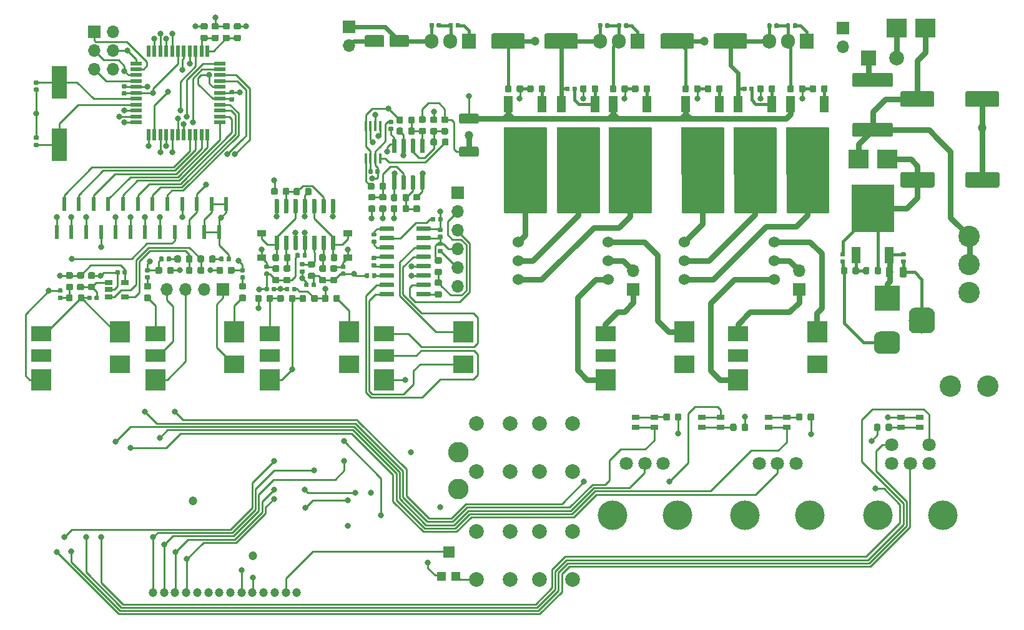
<source format=gtl>
G04 #@! TF.GenerationSoftware,KiCad,Pcbnew,(5.1.2)-1*
G04 #@! TF.CreationDate,2019-05-27T01:00:54-05:00*
G04 #@! TF.ProjectId,mk312,6d6b3331-322e-46b6-9963-61645f706362,rev?*
G04 #@! TF.SameCoordinates,Original*
G04 #@! TF.FileFunction,Copper,L1,Top*
G04 #@! TF.FilePolarity,Positive*
%FSLAX46Y46*%
G04 Gerber Fmt 4.6, Leading zero omitted, Abs format (unit mm)*
G04 Created by KiCad (PCBNEW (5.1.2)-1) date 2019-05-27 01:00:54*
%MOMM*%
%LPD*%
G04 APERTURE LIST*
%ADD10R,1.000000X0.800000*%
%ADD11C,1.524000*%
%ADD12C,1.800000*%
%ADD13C,4.000000*%
%ADD14C,2.800000*%
%ADD15C,1.200000*%
%ADD16C,2.000000*%
%ADD17R,1.060000X0.650000*%
%ADD18C,0.100000*%
%ADD19C,3.500000*%
%ADD20C,3.000000*%
%ADD21R,3.500000X3.500000*%
%ADD22C,0.600000*%
%ADD23R,5.800000X6.400000*%
%ADD24R,1.200000X2.200000*%
%ADD25O,1.905000X2.000000*%
%ADD26R,1.905000X2.000000*%
%ADD27C,2.900000*%
%ADD28C,1.925000*%
%ADD29R,0.600000X1.850000*%
%ADD30R,1.600000X1.500000*%
%ADD31R,1.200000X1.200000*%
%ADD32C,0.590000*%
%ADD33C,0.975000*%
%ADD34C,2.100000*%
%ADD35C,1.600000*%
%ADD36O,1.700000X1.700000*%
%ADD37R,1.700000X1.700000*%
%ADD38C,1.998980*%
%ADD39R,1.998980X1.998980*%
%ADD40R,2.000000X4.500000*%
%ADD41R,1.200000X0.900000*%
%ADD42R,0.550000X1.500000*%
%ADD43R,1.500000X0.550000*%
%ADD44R,0.450000X1.450000*%
%ADD45C,0.875000*%
%ADD46C,1.350000*%
%ADD47R,2.710000X2.500000*%
%ADD48R,2.700000X1.800000*%
%ADD49R,2.700000X2.400000*%
%ADD50R,2.700000X2.100000*%
%ADD51R,2.700000X2.900000*%
%ADD52C,0.800000*%
%ADD53C,0.800000*%
%ADD54C,0.250000*%
%ADD55C,0.400000*%
%ADD56C,0.600000*%
%ADD57C,0.254000*%
G04 APERTURE END LIST*
D10*
X170500000Y-80100000D03*
X168000000Y-80100000D03*
X168000000Y-78700000D03*
X170500000Y-78700000D03*
X161500000Y-80100000D03*
X159000000Y-80100000D03*
X159000000Y-78700000D03*
X161500000Y-78700000D03*
X179500000Y-80100000D03*
X177000000Y-80100000D03*
X177000000Y-78700000D03*
X179500000Y-78700000D03*
X195000000Y-78700000D03*
X197500000Y-78700000D03*
X197500000Y-80100000D03*
X195000000Y-80100000D03*
D11*
X143104000Y-60040000D03*
X143104000Y-57500000D03*
X143104000Y-54960000D03*
X155296000Y-54960000D03*
X155296000Y-57500000D03*
X155296000Y-60040000D03*
D12*
X193750000Y-82500000D03*
X198750000Y-82500000D03*
X198750000Y-85000000D03*
X196250000Y-85000000D03*
X193750000Y-85000000D03*
D13*
X200650000Y-92000000D03*
X191850000Y-92000000D03*
X173850000Y-92000000D03*
X182650000Y-92000000D03*
D12*
X175750000Y-85000000D03*
X178250000Y-85000000D03*
X180750000Y-85000000D03*
D13*
X155850000Y-92000000D03*
X164650000Y-92000000D03*
D12*
X157750000Y-85000000D03*
X160250000Y-85000000D03*
X162750000Y-85000000D03*
D14*
X134950000Y-88500000D03*
X134950000Y-83500000D03*
D15*
X93550000Y-102550000D03*
X95050000Y-102550000D03*
X96550000Y-102550000D03*
X98050000Y-102550000D03*
X99550000Y-102550000D03*
X101050000Y-102550000D03*
X102550000Y-102550000D03*
X104050000Y-102550000D03*
X105550000Y-102550000D03*
X107050000Y-102550000D03*
X108550000Y-102550000D03*
X110050000Y-102550000D03*
X111550000Y-102550000D03*
X113050000Y-102550000D03*
D16*
X137450000Y-79600000D03*
X137450000Y-86100000D03*
X141950000Y-79600000D03*
X141950000Y-86100000D03*
X150450000Y-86100000D03*
X150450000Y-79600000D03*
X145950000Y-86100000D03*
X145950000Y-79600000D03*
X137450000Y-94250000D03*
X137450000Y-100750000D03*
X141950000Y-94250000D03*
X141950000Y-100750000D03*
X150450000Y-100750000D03*
X150450000Y-94250000D03*
X145950000Y-100750000D03*
X145950000Y-94250000D03*
D17*
X89750000Y-60470000D03*
X89750000Y-62370000D03*
X87550000Y-62370000D03*
X87550000Y-61420000D03*
X87550000Y-60470000D03*
D18*
G36*
X198760765Y-63850213D02*
G01*
X198845704Y-63862813D01*
X198928999Y-63883677D01*
X199009848Y-63912605D01*
X199087472Y-63949319D01*
X199161124Y-63993464D01*
X199230094Y-64044616D01*
X199293718Y-64102282D01*
X199351384Y-64165906D01*
X199402536Y-64234876D01*
X199446681Y-64308528D01*
X199483395Y-64386152D01*
X199512323Y-64467001D01*
X199533187Y-64550296D01*
X199545787Y-64635235D01*
X199550000Y-64721000D01*
X199550000Y-66471000D01*
X199545787Y-66556765D01*
X199533187Y-66641704D01*
X199512323Y-66724999D01*
X199483395Y-66805848D01*
X199446681Y-66883472D01*
X199402536Y-66957124D01*
X199351384Y-67026094D01*
X199293718Y-67089718D01*
X199230094Y-67147384D01*
X199161124Y-67198536D01*
X199087472Y-67242681D01*
X199009848Y-67279395D01*
X198928999Y-67308323D01*
X198845704Y-67329187D01*
X198760765Y-67341787D01*
X198675000Y-67346000D01*
X196925000Y-67346000D01*
X196839235Y-67341787D01*
X196754296Y-67329187D01*
X196671001Y-67308323D01*
X196590152Y-67279395D01*
X196512528Y-67242681D01*
X196438876Y-67198536D01*
X196369906Y-67147384D01*
X196306282Y-67089718D01*
X196248616Y-67026094D01*
X196197464Y-66957124D01*
X196153319Y-66883472D01*
X196116605Y-66805848D01*
X196087677Y-66724999D01*
X196066813Y-66641704D01*
X196054213Y-66556765D01*
X196050000Y-66471000D01*
X196050000Y-64721000D01*
X196054213Y-64635235D01*
X196066813Y-64550296D01*
X196087677Y-64467001D01*
X196116605Y-64386152D01*
X196153319Y-64308528D01*
X196197464Y-64234876D01*
X196248616Y-64165906D01*
X196306282Y-64102282D01*
X196369906Y-64044616D01*
X196438876Y-63993464D01*
X196512528Y-63949319D01*
X196590152Y-63912605D01*
X196671001Y-63883677D01*
X196754296Y-63862813D01*
X196839235Y-63850213D01*
X196925000Y-63846000D01*
X198675000Y-63846000D01*
X198760765Y-63850213D01*
X198760765Y-63850213D01*
G37*
D19*
X197800000Y-65596000D03*
D18*
G36*
X194173513Y-67099611D02*
G01*
X194246318Y-67110411D01*
X194317714Y-67128295D01*
X194387013Y-67153090D01*
X194453548Y-67184559D01*
X194516678Y-67222398D01*
X194575795Y-67266242D01*
X194630330Y-67315670D01*
X194679758Y-67370205D01*
X194723602Y-67429322D01*
X194761441Y-67492452D01*
X194792910Y-67558987D01*
X194817705Y-67628286D01*
X194835589Y-67699682D01*
X194846389Y-67772487D01*
X194850000Y-67846000D01*
X194850000Y-69346000D01*
X194846389Y-69419513D01*
X194835589Y-69492318D01*
X194817705Y-69563714D01*
X194792910Y-69633013D01*
X194761441Y-69699548D01*
X194723602Y-69762678D01*
X194679758Y-69821795D01*
X194630330Y-69876330D01*
X194575795Y-69925758D01*
X194516678Y-69969602D01*
X194453548Y-70007441D01*
X194387013Y-70038910D01*
X194317714Y-70063705D01*
X194246318Y-70081589D01*
X194173513Y-70092389D01*
X194100000Y-70096000D01*
X192100000Y-70096000D01*
X192026487Y-70092389D01*
X191953682Y-70081589D01*
X191882286Y-70063705D01*
X191812987Y-70038910D01*
X191746452Y-70007441D01*
X191683322Y-69969602D01*
X191624205Y-69925758D01*
X191569670Y-69876330D01*
X191520242Y-69821795D01*
X191476398Y-69762678D01*
X191438559Y-69699548D01*
X191407090Y-69633013D01*
X191382295Y-69563714D01*
X191364411Y-69492318D01*
X191353611Y-69419513D01*
X191350000Y-69346000D01*
X191350000Y-67846000D01*
X191353611Y-67772487D01*
X191364411Y-67699682D01*
X191382295Y-67628286D01*
X191407090Y-67558987D01*
X191438559Y-67492452D01*
X191476398Y-67429322D01*
X191520242Y-67370205D01*
X191569670Y-67315670D01*
X191624205Y-67266242D01*
X191683322Y-67222398D01*
X191746452Y-67184559D01*
X191812987Y-67153090D01*
X191882286Y-67128295D01*
X191953682Y-67110411D01*
X192026487Y-67099611D01*
X192100000Y-67096000D01*
X194100000Y-67096000D01*
X194173513Y-67099611D01*
X194173513Y-67099611D01*
G37*
D20*
X193100000Y-68596000D03*
D21*
X193100000Y-62596000D03*
D18*
G36*
X131059703Y-52845722D02*
G01*
X131074264Y-52847882D01*
X131088543Y-52851459D01*
X131102403Y-52856418D01*
X131115710Y-52862712D01*
X131128336Y-52870280D01*
X131140159Y-52879048D01*
X131151066Y-52888934D01*
X131160952Y-52899841D01*
X131169720Y-52911664D01*
X131177288Y-52924290D01*
X131183582Y-52937597D01*
X131188541Y-52951457D01*
X131192118Y-52965736D01*
X131194278Y-52980297D01*
X131195000Y-52995000D01*
X131195000Y-53295000D01*
X131194278Y-53309703D01*
X131192118Y-53324264D01*
X131188541Y-53338543D01*
X131183582Y-53352403D01*
X131177288Y-53365710D01*
X131169720Y-53378336D01*
X131160952Y-53390159D01*
X131151066Y-53401066D01*
X131140159Y-53410952D01*
X131128336Y-53419720D01*
X131115710Y-53427288D01*
X131102403Y-53433582D01*
X131088543Y-53438541D01*
X131074264Y-53442118D01*
X131059703Y-53444278D01*
X131045000Y-53445000D01*
X129395000Y-53445000D01*
X129380297Y-53444278D01*
X129365736Y-53442118D01*
X129351457Y-53438541D01*
X129337597Y-53433582D01*
X129324290Y-53427288D01*
X129311664Y-53419720D01*
X129299841Y-53410952D01*
X129288934Y-53401066D01*
X129279048Y-53390159D01*
X129270280Y-53378336D01*
X129262712Y-53365710D01*
X129256418Y-53352403D01*
X129251459Y-53338543D01*
X129247882Y-53324264D01*
X129245722Y-53309703D01*
X129245000Y-53295000D01*
X129245000Y-52995000D01*
X129245722Y-52980297D01*
X129247882Y-52965736D01*
X129251459Y-52951457D01*
X129256418Y-52937597D01*
X129262712Y-52924290D01*
X129270280Y-52911664D01*
X129279048Y-52899841D01*
X129288934Y-52888934D01*
X129299841Y-52879048D01*
X129311664Y-52870280D01*
X129324290Y-52862712D01*
X129337597Y-52856418D01*
X129351457Y-52851459D01*
X129365736Y-52847882D01*
X129380297Y-52845722D01*
X129395000Y-52845000D01*
X131045000Y-52845000D01*
X131059703Y-52845722D01*
X131059703Y-52845722D01*
G37*
D22*
X130220000Y-53145000D03*
D18*
G36*
X131059703Y-54115722D02*
G01*
X131074264Y-54117882D01*
X131088543Y-54121459D01*
X131102403Y-54126418D01*
X131115710Y-54132712D01*
X131128336Y-54140280D01*
X131140159Y-54149048D01*
X131151066Y-54158934D01*
X131160952Y-54169841D01*
X131169720Y-54181664D01*
X131177288Y-54194290D01*
X131183582Y-54207597D01*
X131188541Y-54221457D01*
X131192118Y-54235736D01*
X131194278Y-54250297D01*
X131195000Y-54265000D01*
X131195000Y-54565000D01*
X131194278Y-54579703D01*
X131192118Y-54594264D01*
X131188541Y-54608543D01*
X131183582Y-54622403D01*
X131177288Y-54635710D01*
X131169720Y-54648336D01*
X131160952Y-54660159D01*
X131151066Y-54671066D01*
X131140159Y-54680952D01*
X131128336Y-54689720D01*
X131115710Y-54697288D01*
X131102403Y-54703582D01*
X131088543Y-54708541D01*
X131074264Y-54712118D01*
X131059703Y-54714278D01*
X131045000Y-54715000D01*
X129395000Y-54715000D01*
X129380297Y-54714278D01*
X129365736Y-54712118D01*
X129351457Y-54708541D01*
X129337597Y-54703582D01*
X129324290Y-54697288D01*
X129311664Y-54689720D01*
X129299841Y-54680952D01*
X129288934Y-54671066D01*
X129279048Y-54660159D01*
X129270280Y-54648336D01*
X129262712Y-54635710D01*
X129256418Y-54622403D01*
X129251459Y-54608543D01*
X129247882Y-54594264D01*
X129245722Y-54579703D01*
X129245000Y-54565000D01*
X129245000Y-54265000D01*
X129245722Y-54250297D01*
X129247882Y-54235736D01*
X129251459Y-54221457D01*
X129256418Y-54207597D01*
X129262712Y-54194290D01*
X129270280Y-54181664D01*
X129279048Y-54169841D01*
X129288934Y-54158934D01*
X129299841Y-54149048D01*
X129311664Y-54140280D01*
X129324290Y-54132712D01*
X129337597Y-54126418D01*
X129351457Y-54121459D01*
X129365736Y-54117882D01*
X129380297Y-54115722D01*
X129395000Y-54115000D01*
X131045000Y-54115000D01*
X131059703Y-54115722D01*
X131059703Y-54115722D01*
G37*
D22*
X130220000Y-54415000D03*
D18*
G36*
X131059703Y-55385722D02*
G01*
X131074264Y-55387882D01*
X131088543Y-55391459D01*
X131102403Y-55396418D01*
X131115710Y-55402712D01*
X131128336Y-55410280D01*
X131140159Y-55419048D01*
X131151066Y-55428934D01*
X131160952Y-55439841D01*
X131169720Y-55451664D01*
X131177288Y-55464290D01*
X131183582Y-55477597D01*
X131188541Y-55491457D01*
X131192118Y-55505736D01*
X131194278Y-55520297D01*
X131195000Y-55535000D01*
X131195000Y-55835000D01*
X131194278Y-55849703D01*
X131192118Y-55864264D01*
X131188541Y-55878543D01*
X131183582Y-55892403D01*
X131177288Y-55905710D01*
X131169720Y-55918336D01*
X131160952Y-55930159D01*
X131151066Y-55941066D01*
X131140159Y-55950952D01*
X131128336Y-55959720D01*
X131115710Y-55967288D01*
X131102403Y-55973582D01*
X131088543Y-55978541D01*
X131074264Y-55982118D01*
X131059703Y-55984278D01*
X131045000Y-55985000D01*
X129395000Y-55985000D01*
X129380297Y-55984278D01*
X129365736Y-55982118D01*
X129351457Y-55978541D01*
X129337597Y-55973582D01*
X129324290Y-55967288D01*
X129311664Y-55959720D01*
X129299841Y-55950952D01*
X129288934Y-55941066D01*
X129279048Y-55930159D01*
X129270280Y-55918336D01*
X129262712Y-55905710D01*
X129256418Y-55892403D01*
X129251459Y-55878543D01*
X129247882Y-55864264D01*
X129245722Y-55849703D01*
X129245000Y-55835000D01*
X129245000Y-55535000D01*
X129245722Y-55520297D01*
X129247882Y-55505736D01*
X129251459Y-55491457D01*
X129256418Y-55477597D01*
X129262712Y-55464290D01*
X129270280Y-55451664D01*
X129279048Y-55439841D01*
X129288934Y-55428934D01*
X129299841Y-55419048D01*
X129311664Y-55410280D01*
X129324290Y-55402712D01*
X129337597Y-55396418D01*
X129351457Y-55391459D01*
X129365736Y-55387882D01*
X129380297Y-55385722D01*
X129395000Y-55385000D01*
X131045000Y-55385000D01*
X131059703Y-55385722D01*
X131059703Y-55385722D01*
G37*
D22*
X130220000Y-55685000D03*
D18*
G36*
X131059703Y-56655722D02*
G01*
X131074264Y-56657882D01*
X131088543Y-56661459D01*
X131102403Y-56666418D01*
X131115710Y-56672712D01*
X131128336Y-56680280D01*
X131140159Y-56689048D01*
X131151066Y-56698934D01*
X131160952Y-56709841D01*
X131169720Y-56721664D01*
X131177288Y-56734290D01*
X131183582Y-56747597D01*
X131188541Y-56761457D01*
X131192118Y-56775736D01*
X131194278Y-56790297D01*
X131195000Y-56805000D01*
X131195000Y-57105000D01*
X131194278Y-57119703D01*
X131192118Y-57134264D01*
X131188541Y-57148543D01*
X131183582Y-57162403D01*
X131177288Y-57175710D01*
X131169720Y-57188336D01*
X131160952Y-57200159D01*
X131151066Y-57211066D01*
X131140159Y-57220952D01*
X131128336Y-57229720D01*
X131115710Y-57237288D01*
X131102403Y-57243582D01*
X131088543Y-57248541D01*
X131074264Y-57252118D01*
X131059703Y-57254278D01*
X131045000Y-57255000D01*
X129395000Y-57255000D01*
X129380297Y-57254278D01*
X129365736Y-57252118D01*
X129351457Y-57248541D01*
X129337597Y-57243582D01*
X129324290Y-57237288D01*
X129311664Y-57229720D01*
X129299841Y-57220952D01*
X129288934Y-57211066D01*
X129279048Y-57200159D01*
X129270280Y-57188336D01*
X129262712Y-57175710D01*
X129256418Y-57162403D01*
X129251459Y-57148543D01*
X129247882Y-57134264D01*
X129245722Y-57119703D01*
X129245000Y-57105000D01*
X129245000Y-56805000D01*
X129245722Y-56790297D01*
X129247882Y-56775736D01*
X129251459Y-56761457D01*
X129256418Y-56747597D01*
X129262712Y-56734290D01*
X129270280Y-56721664D01*
X129279048Y-56709841D01*
X129288934Y-56698934D01*
X129299841Y-56689048D01*
X129311664Y-56680280D01*
X129324290Y-56672712D01*
X129337597Y-56666418D01*
X129351457Y-56661459D01*
X129365736Y-56657882D01*
X129380297Y-56655722D01*
X129395000Y-56655000D01*
X131045000Y-56655000D01*
X131059703Y-56655722D01*
X131059703Y-56655722D01*
G37*
D22*
X130220000Y-56955000D03*
D18*
G36*
X131059703Y-57925722D02*
G01*
X131074264Y-57927882D01*
X131088543Y-57931459D01*
X131102403Y-57936418D01*
X131115710Y-57942712D01*
X131128336Y-57950280D01*
X131140159Y-57959048D01*
X131151066Y-57968934D01*
X131160952Y-57979841D01*
X131169720Y-57991664D01*
X131177288Y-58004290D01*
X131183582Y-58017597D01*
X131188541Y-58031457D01*
X131192118Y-58045736D01*
X131194278Y-58060297D01*
X131195000Y-58075000D01*
X131195000Y-58375000D01*
X131194278Y-58389703D01*
X131192118Y-58404264D01*
X131188541Y-58418543D01*
X131183582Y-58432403D01*
X131177288Y-58445710D01*
X131169720Y-58458336D01*
X131160952Y-58470159D01*
X131151066Y-58481066D01*
X131140159Y-58490952D01*
X131128336Y-58499720D01*
X131115710Y-58507288D01*
X131102403Y-58513582D01*
X131088543Y-58518541D01*
X131074264Y-58522118D01*
X131059703Y-58524278D01*
X131045000Y-58525000D01*
X129395000Y-58525000D01*
X129380297Y-58524278D01*
X129365736Y-58522118D01*
X129351457Y-58518541D01*
X129337597Y-58513582D01*
X129324290Y-58507288D01*
X129311664Y-58499720D01*
X129299841Y-58490952D01*
X129288934Y-58481066D01*
X129279048Y-58470159D01*
X129270280Y-58458336D01*
X129262712Y-58445710D01*
X129256418Y-58432403D01*
X129251459Y-58418543D01*
X129247882Y-58404264D01*
X129245722Y-58389703D01*
X129245000Y-58375000D01*
X129245000Y-58075000D01*
X129245722Y-58060297D01*
X129247882Y-58045736D01*
X129251459Y-58031457D01*
X129256418Y-58017597D01*
X129262712Y-58004290D01*
X129270280Y-57991664D01*
X129279048Y-57979841D01*
X129288934Y-57968934D01*
X129299841Y-57959048D01*
X129311664Y-57950280D01*
X129324290Y-57942712D01*
X129337597Y-57936418D01*
X129351457Y-57931459D01*
X129365736Y-57927882D01*
X129380297Y-57925722D01*
X129395000Y-57925000D01*
X131045000Y-57925000D01*
X131059703Y-57925722D01*
X131059703Y-57925722D01*
G37*
D22*
X130220000Y-58225000D03*
D18*
G36*
X131059703Y-59195722D02*
G01*
X131074264Y-59197882D01*
X131088543Y-59201459D01*
X131102403Y-59206418D01*
X131115710Y-59212712D01*
X131128336Y-59220280D01*
X131140159Y-59229048D01*
X131151066Y-59238934D01*
X131160952Y-59249841D01*
X131169720Y-59261664D01*
X131177288Y-59274290D01*
X131183582Y-59287597D01*
X131188541Y-59301457D01*
X131192118Y-59315736D01*
X131194278Y-59330297D01*
X131195000Y-59345000D01*
X131195000Y-59645000D01*
X131194278Y-59659703D01*
X131192118Y-59674264D01*
X131188541Y-59688543D01*
X131183582Y-59702403D01*
X131177288Y-59715710D01*
X131169720Y-59728336D01*
X131160952Y-59740159D01*
X131151066Y-59751066D01*
X131140159Y-59760952D01*
X131128336Y-59769720D01*
X131115710Y-59777288D01*
X131102403Y-59783582D01*
X131088543Y-59788541D01*
X131074264Y-59792118D01*
X131059703Y-59794278D01*
X131045000Y-59795000D01*
X129395000Y-59795000D01*
X129380297Y-59794278D01*
X129365736Y-59792118D01*
X129351457Y-59788541D01*
X129337597Y-59783582D01*
X129324290Y-59777288D01*
X129311664Y-59769720D01*
X129299841Y-59760952D01*
X129288934Y-59751066D01*
X129279048Y-59740159D01*
X129270280Y-59728336D01*
X129262712Y-59715710D01*
X129256418Y-59702403D01*
X129251459Y-59688543D01*
X129247882Y-59674264D01*
X129245722Y-59659703D01*
X129245000Y-59645000D01*
X129245000Y-59345000D01*
X129245722Y-59330297D01*
X129247882Y-59315736D01*
X129251459Y-59301457D01*
X129256418Y-59287597D01*
X129262712Y-59274290D01*
X129270280Y-59261664D01*
X129279048Y-59249841D01*
X129288934Y-59238934D01*
X129299841Y-59229048D01*
X129311664Y-59220280D01*
X129324290Y-59212712D01*
X129337597Y-59206418D01*
X129351457Y-59201459D01*
X129365736Y-59197882D01*
X129380297Y-59195722D01*
X129395000Y-59195000D01*
X131045000Y-59195000D01*
X131059703Y-59195722D01*
X131059703Y-59195722D01*
G37*
D22*
X130220000Y-59495000D03*
D18*
G36*
X131059703Y-60465722D02*
G01*
X131074264Y-60467882D01*
X131088543Y-60471459D01*
X131102403Y-60476418D01*
X131115710Y-60482712D01*
X131128336Y-60490280D01*
X131140159Y-60499048D01*
X131151066Y-60508934D01*
X131160952Y-60519841D01*
X131169720Y-60531664D01*
X131177288Y-60544290D01*
X131183582Y-60557597D01*
X131188541Y-60571457D01*
X131192118Y-60585736D01*
X131194278Y-60600297D01*
X131195000Y-60615000D01*
X131195000Y-60915000D01*
X131194278Y-60929703D01*
X131192118Y-60944264D01*
X131188541Y-60958543D01*
X131183582Y-60972403D01*
X131177288Y-60985710D01*
X131169720Y-60998336D01*
X131160952Y-61010159D01*
X131151066Y-61021066D01*
X131140159Y-61030952D01*
X131128336Y-61039720D01*
X131115710Y-61047288D01*
X131102403Y-61053582D01*
X131088543Y-61058541D01*
X131074264Y-61062118D01*
X131059703Y-61064278D01*
X131045000Y-61065000D01*
X129395000Y-61065000D01*
X129380297Y-61064278D01*
X129365736Y-61062118D01*
X129351457Y-61058541D01*
X129337597Y-61053582D01*
X129324290Y-61047288D01*
X129311664Y-61039720D01*
X129299841Y-61030952D01*
X129288934Y-61021066D01*
X129279048Y-61010159D01*
X129270280Y-60998336D01*
X129262712Y-60985710D01*
X129256418Y-60972403D01*
X129251459Y-60958543D01*
X129247882Y-60944264D01*
X129245722Y-60929703D01*
X129245000Y-60915000D01*
X129245000Y-60615000D01*
X129245722Y-60600297D01*
X129247882Y-60585736D01*
X129251459Y-60571457D01*
X129256418Y-60557597D01*
X129262712Y-60544290D01*
X129270280Y-60531664D01*
X129279048Y-60519841D01*
X129288934Y-60508934D01*
X129299841Y-60499048D01*
X129311664Y-60490280D01*
X129324290Y-60482712D01*
X129337597Y-60476418D01*
X129351457Y-60471459D01*
X129365736Y-60467882D01*
X129380297Y-60465722D01*
X129395000Y-60465000D01*
X131045000Y-60465000D01*
X131059703Y-60465722D01*
X131059703Y-60465722D01*
G37*
D22*
X130220000Y-60765000D03*
D18*
G36*
X131059703Y-61735722D02*
G01*
X131074264Y-61737882D01*
X131088543Y-61741459D01*
X131102403Y-61746418D01*
X131115710Y-61752712D01*
X131128336Y-61760280D01*
X131140159Y-61769048D01*
X131151066Y-61778934D01*
X131160952Y-61789841D01*
X131169720Y-61801664D01*
X131177288Y-61814290D01*
X131183582Y-61827597D01*
X131188541Y-61841457D01*
X131192118Y-61855736D01*
X131194278Y-61870297D01*
X131195000Y-61885000D01*
X131195000Y-62185000D01*
X131194278Y-62199703D01*
X131192118Y-62214264D01*
X131188541Y-62228543D01*
X131183582Y-62242403D01*
X131177288Y-62255710D01*
X131169720Y-62268336D01*
X131160952Y-62280159D01*
X131151066Y-62291066D01*
X131140159Y-62300952D01*
X131128336Y-62309720D01*
X131115710Y-62317288D01*
X131102403Y-62323582D01*
X131088543Y-62328541D01*
X131074264Y-62332118D01*
X131059703Y-62334278D01*
X131045000Y-62335000D01*
X129395000Y-62335000D01*
X129380297Y-62334278D01*
X129365736Y-62332118D01*
X129351457Y-62328541D01*
X129337597Y-62323582D01*
X129324290Y-62317288D01*
X129311664Y-62309720D01*
X129299841Y-62300952D01*
X129288934Y-62291066D01*
X129279048Y-62280159D01*
X129270280Y-62268336D01*
X129262712Y-62255710D01*
X129256418Y-62242403D01*
X129251459Y-62228543D01*
X129247882Y-62214264D01*
X129245722Y-62199703D01*
X129245000Y-62185000D01*
X129245000Y-61885000D01*
X129245722Y-61870297D01*
X129247882Y-61855736D01*
X129251459Y-61841457D01*
X129256418Y-61827597D01*
X129262712Y-61814290D01*
X129270280Y-61801664D01*
X129279048Y-61789841D01*
X129288934Y-61778934D01*
X129299841Y-61769048D01*
X129311664Y-61760280D01*
X129324290Y-61752712D01*
X129337597Y-61746418D01*
X129351457Y-61741459D01*
X129365736Y-61737882D01*
X129380297Y-61735722D01*
X129395000Y-61735000D01*
X131045000Y-61735000D01*
X131059703Y-61735722D01*
X131059703Y-61735722D01*
G37*
D22*
X130220000Y-62035000D03*
D18*
G36*
X126109703Y-61735722D02*
G01*
X126124264Y-61737882D01*
X126138543Y-61741459D01*
X126152403Y-61746418D01*
X126165710Y-61752712D01*
X126178336Y-61760280D01*
X126190159Y-61769048D01*
X126201066Y-61778934D01*
X126210952Y-61789841D01*
X126219720Y-61801664D01*
X126227288Y-61814290D01*
X126233582Y-61827597D01*
X126238541Y-61841457D01*
X126242118Y-61855736D01*
X126244278Y-61870297D01*
X126245000Y-61885000D01*
X126245000Y-62185000D01*
X126244278Y-62199703D01*
X126242118Y-62214264D01*
X126238541Y-62228543D01*
X126233582Y-62242403D01*
X126227288Y-62255710D01*
X126219720Y-62268336D01*
X126210952Y-62280159D01*
X126201066Y-62291066D01*
X126190159Y-62300952D01*
X126178336Y-62309720D01*
X126165710Y-62317288D01*
X126152403Y-62323582D01*
X126138543Y-62328541D01*
X126124264Y-62332118D01*
X126109703Y-62334278D01*
X126095000Y-62335000D01*
X124445000Y-62335000D01*
X124430297Y-62334278D01*
X124415736Y-62332118D01*
X124401457Y-62328541D01*
X124387597Y-62323582D01*
X124374290Y-62317288D01*
X124361664Y-62309720D01*
X124349841Y-62300952D01*
X124338934Y-62291066D01*
X124329048Y-62280159D01*
X124320280Y-62268336D01*
X124312712Y-62255710D01*
X124306418Y-62242403D01*
X124301459Y-62228543D01*
X124297882Y-62214264D01*
X124295722Y-62199703D01*
X124295000Y-62185000D01*
X124295000Y-61885000D01*
X124295722Y-61870297D01*
X124297882Y-61855736D01*
X124301459Y-61841457D01*
X124306418Y-61827597D01*
X124312712Y-61814290D01*
X124320280Y-61801664D01*
X124329048Y-61789841D01*
X124338934Y-61778934D01*
X124349841Y-61769048D01*
X124361664Y-61760280D01*
X124374290Y-61752712D01*
X124387597Y-61746418D01*
X124401457Y-61741459D01*
X124415736Y-61737882D01*
X124430297Y-61735722D01*
X124445000Y-61735000D01*
X126095000Y-61735000D01*
X126109703Y-61735722D01*
X126109703Y-61735722D01*
G37*
D22*
X125270000Y-62035000D03*
D18*
G36*
X126109703Y-60465722D02*
G01*
X126124264Y-60467882D01*
X126138543Y-60471459D01*
X126152403Y-60476418D01*
X126165710Y-60482712D01*
X126178336Y-60490280D01*
X126190159Y-60499048D01*
X126201066Y-60508934D01*
X126210952Y-60519841D01*
X126219720Y-60531664D01*
X126227288Y-60544290D01*
X126233582Y-60557597D01*
X126238541Y-60571457D01*
X126242118Y-60585736D01*
X126244278Y-60600297D01*
X126245000Y-60615000D01*
X126245000Y-60915000D01*
X126244278Y-60929703D01*
X126242118Y-60944264D01*
X126238541Y-60958543D01*
X126233582Y-60972403D01*
X126227288Y-60985710D01*
X126219720Y-60998336D01*
X126210952Y-61010159D01*
X126201066Y-61021066D01*
X126190159Y-61030952D01*
X126178336Y-61039720D01*
X126165710Y-61047288D01*
X126152403Y-61053582D01*
X126138543Y-61058541D01*
X126124264Y-61062118D01*
X126109703Y-61064278D01*
X126095000Y-61065000D01*
X124445000Y-61065000D01*
X124430297Y-61064278D01*
X124415736Y-61062118D01*
X124401457Y-61058541D01*
X124387597Y-61053582D01*
X124374290Y-61047288D01*
X124361664Y-61039720D01*
X124349841Y-61030952D01*
X124338934Y-61021066D01*
X124329048Y-61010159D01*
X124320280Y-60998336D01*
X124312712Y-60985710D01*
X124306418Y-60972403D01*
X124301459Y-60958543D01*
X124297882Y-60944264D01*
X124295722Y-60929703D01*
X124295000Y-60915000D01*
X124295000Y-60615000D01*
X124295722Y-60600297D01*
X124297882Y-60585736D01*
X124301459Y-60571457D01*
X124306418Y-60557597D01*
X124312712Y-60544290D01*
X124320280Y-60531664D01*
X124329048Y-60519841D01*
X124338934Y-60508934D01*
X124349841Y-60499048D01*
X124361664Y-60490280D01*
X124374290Y-60482712D01*
X124387597Y-60476418D01*
X124401457Y-60471459D01*
X124415736Y-60467882D01*
X124430297Y-60465722D01*
X124445000Y-60465000D01*
X126095000Y-60465000D01*
X126109703Y-60465722D01*
X126109703Y-60465722D01*
G37*
D22*
X125270000Y-60765000D03*
D18*
G36*
X126109703Y-59195722D02*
G01*
X126124264Y-59197882D01*
X126138543Y-59201459D01*
X126152403Y-59206418D01*
X126165710Y-59212712D01*
X126178336Y-59220280D01*
X126190159Y-59229048D01*
X126201066Y-59238934D01*
X126210952Y-59249841D01*
X126219720Y-59261664D01*
X126227288Y-59274290D01*
X126233582Y-59287597D01*
X126238541Y-59301457D01*
X126242118Y-59315736D01*
X126244278Y-59330297D01*
X126245000Y-59345000D01*
X126245000Y-59645000D01*
X126244278Y-59659703D01*
X126242118Y-59674264D01*
X126238541Y-59688543D01*
X126233582Y-59702403D01*
X126227288Y-59715710D01*
X126219720Y-59728336D01*
X126210952Y-59740159D01*
X126201066Y-59751066D01*
X126190159Y-59760952D01*
X126178336Y-59769720D01*
X126165710Y-59777288D01*
X126152403Y-59783582D01*
X126138543Y-59788541D01*
X126124264Y-59792118D01*
X126109703Y-59794278D01*
X126095000Y-59795000D01*
X124445000Y-59795000D01*
X124430297Y-59794278D01*
X124415736Y-59792118D01*
X124401457Y-59788541D01*
X124387597Y-59783582D01*
X124374290Y-59777288D01*
X124361664Y-59769720D01*
X124349841Y-59760952D01*
X124338934Y-59751066D01*
X124329048Y-59740159D01*
X124320280Y-59728336D01*
X124312712Y-59715710D01*
X124306418Y-59702403D01*
X124301459Y-59688543D01*
X124297882Y-59674264D01*
X124295722Y-59659703D01*
X124295000Y-59645000D01*
X124295000Y-59345000D01*
X124295722Y-59330297D01*
X124297882Y-59315736D01*
X124301459Y-59301457D01*
X124306418Y-59287597D01*
X124312712Y-59274290D01*
X124320280Y-59261664D01*
X124329048Y-59249841D01*
X124338934Y-59238934D01*
X124349841Y-59229048D01*
X124361664Y-59220280D01*
X124374290Y-59212712D01*
X124387597Y-59206418D01*
X124401457Y-59201459D01*
X124415736Y-59197882D01*
X124430297Y-59195722D01*
X124445000Y-59195000D01*
X126095000Y-59195000D01*
X126109703Y-59195722D01*
X126109703Y-59195722D01*
G37*
D22*
X125270000Y-59495000D03*
D18*
G36*
X126109703Y-57925722D02*
G01*
X126124264Y-57927882D01*
X126138543Y-57931459D01*
X126152403Y-57936418D01*
X126165710Y-57942712D01*
X126178336Y-57950280D01*
X126190159Y-57959048D01*
X126201066Y-57968934D01*
X126210952Y-57979841D01*
X126219720Y-57991664D01*
X126227288Y-58004290D01*
X126233582Y-58017597D01*
X126238541Y-58031457D01*
X126242118Y-58045736D01*
X126244278Y-58060297D01*
X126245000Y-58075000D01*
X126245000Y-58375000D01*
X126244278Y-58389703D01*
X126242118Y-58404264D01*
X126238541Y-58418543D01*
X126233582Y-58432403D01*
X126227288Y-58445710D01*
X126219720Y-58458336D01*
X126210952Y-58470159D01*
X126201066Y-58481066D01*
X126190159Y-58490952D01*
X126178336Y-58499720D01*
X126165710Y-58507288D01*
X126152403Y-58513582D01*
X126138543Y-58518541D01*
X126124264Y-58522118D01*
X126109703Y-58524278D01*
X126095000Y-58525000D01*
X124445000Y-58525000D01*
X124430297Y-58524278D01*
X124415736Y-58522118D01*
X124401457Y-58518541D01*
X124387597Y-58513582D01*
X124374290Y-58507288D01*
X124361664Y-58499720D01*
X124349841Y-58490952D01*
X124338934Y-58481066D01*
X124329048Y-58470159D01*
X124320280Y-58458336D01*
X124312712Y-58445710D01*
X124306418Y-58432403D01*
X124301459Y-58418543D01*
X124297882Y-58404264D01*
X124295722Y-58389703D01*
X124295000Y-58375000D01*
X124295000Y-58075000D01*
X124295722Y-58060297D01*
X124297882Y-58045736D01*
X124301459Y-58031457D01*
X124306418Y-58017597D01*
X124312712Y-58004290D01*
X124320280Y-57991664D01*
X124329048Y-57979841D01*
X124338934Y-57968934D01*
X124349841Y-57959048D01*
X124361664Y-57950280D01*
X124374290Y-57942712D01*
X124387597Y-57936418D01*
X124401457Y-57931459D01*
X124415736Y-57927882D01*
X124430297Y-57925722D01*
X124445000Y-57925000D01*
X126095000Y-57925000D01*
X126109703Y-57925722D01*
X126109703Y-57925722D01*
G37*
D22*
X125270000Y-58225000D03*
D18*
G36*
X126109703Y-56655722D02*
G01*
X126124264Y-56657882D01*
X126138543Y-56661459D01*
X126152403Y-56666418D01*
X126165710Y-56672712D01*
X126178336Y-56680280D01*
X126190159Y-56689048D01*
X126201066Y-56698934D01*
X126210952Y-56709841D01*
X126219720Y-56721664D01*
X126227288Y-56734290D01*
X126233582Y-56747597D01*
X126238541Y-56761457D01*
X126242118Y-56775736D01*
X126244278Y-56790297D01*
X126245000Y-56805000D01*
X126245000Y-57105000D01*
X126244278Y-57119703D01*
X126242118Y-57134264D01*
X126238541Y-57148543D01*
X126233582Y-57162403D01*
X126227288Y-57175710D01*
X126219720Y-57188336D01*
X126210952Y-57200159D01*
X126201066Y-57211066D01*
X126190159Y-57220952D01*
X126178336Y-57229720D01*
X126165710Y-57237288D01*
X126152403Y-57243582D01*
X126138543Y-57248541D01*
X126124264Y-57252118D01*
X126109703Y-57254278D01*
X126095000Y-57255000D01*
X124445000Y-57255000D01*
X124430297Y-57254278D01*
X124415736Y-57252118D01*
X124401457Y-57248541D01*
X124387597Y-57243582D01*
X124374290Y-57237288D01*
X124361664Y-57229720D01*
X124349841Y-57220952D01*
X124338934Y-57211066D01*
X124329048Y-57200159D01*
X124320280Y-57188336D01*
X124312712Y-57175710D01*
X124306418Y-57162403D01*
X124301459Y-57148543D01*
X124297882Y-57134264D01*
X124295722Y-57119703D01*
X124295000Y-57105000D01*
X124295000Y-56805000D01*
X124295722Y-56790297D01*
X124297882Y-56775736D01*
X124301459Y-56761457D01*
X124306418Y-56747597D01*
X124312712Y-56734290D01*
X124320280Y-56721664D01*
X124329048Y-56709841D01*
X124338934Y-56698934D01*
X124349841Y-56689048D01*
X124361664Y-56680280D01*
X124374290Y-56672712D01*
X124387597Y-56666418D01*
X124401457Y-56661459D01*
X124415736Y-56657882D01*
X124430297Y-56655722D01*
X124445000Y-56655000D01*
X126095000Y-56655000D01*
X126109703Y-56655722D01*
X126109703Y-56655722D01*
G37*
D22*
X125270000Y-56955000D03*
D18*
G36*
X126109703Y-55385722D02*
G01*
X126124264Y-55387882D01*
X126138543Y-55391459D01*
X126152403Y-55396418D01*
X126165710Y-55402712D01*
X126178336Y-55410280D01*
X126190159Y-55419048D01*
X126201066Y-55428934D01*
X126210952Y-55439841D01*
X126219720Y-55451664D01*
X126227288Y-55464290D01*
X126233582Y-55477597D01*
X126238541Y-55491457D01*
X126242118Y-55505736D01*
X126244278Y-55520297D01*
X126245000Y-55535000D01*
X126245000Y-55835000D01*
X126244278Y-55849703D01*
X126242118Y-55864264D01*
X126238541Y-55878543D01*
X126233582Y-55892403D01*
X126227288Y-55905710D01*
X126219720Y-55918336D01*
X126210952Y-55930159D01*
X126201066Y-55941066D01*
X126190159Y-55950952D01*
X126178336Y-55959720D01*
X126165710Y-55967288D01*
X126152403Y-55973582D01*
X126138543Y-55978541D01*
X126124264Y-55982118D01*
X126109703Y-55984278D01*
X126095000Y-55985000D01*
X124445000Y-55985000D01*
X124430297Y-55984278D01*
X124415736Y-55982118D01*
X124401457Y-55978541D01*
X124387597Y-55973582D01*
X124374290Y-55967288D01*
X124361664Y-55959720D01*
X124349841Y-55950952D01*
X124338934Y-55941066D01*
X124329048Y-55930159D01*
X124320280Y-55918336D01*
X124312712Y-55905710D01*
X124306418Y-55892403D01*
X124301459Y-55878543D01*
X124297882Y-55864264D01*
X124295722Y-55849703D01*
X124295000Y-55835000D01*
X124295000Y-55535000D01*
X124295722Y-55520297D01*
X124297882Y-55505736D01*
X124301459Y-55491457D01*
X124306418Y-55477597D01*
X124312712Y-55464290D01*
X124320280Y-55451664D01*
X124329048Y-55439841D01*
X124338934Y-55428934D01*
X124349841Y-55419048D01*
X124361664Y-55410280D01*
X124374290Y-55402712D01*
X124387597Y-55396418D01*
X124401457Y-55391459D01*
X124415736Y-55387882D01*
X124430297Y-55385722D01*
X124445000Y-55385000D01*
X126095000Y-55385000D01*
X126109703Y-55385722D01*
X126109703Y-55385722D01*
G37*
D22*
X125270000Y-55685000D03*
D18*
G36*
X126109703Y-54115722D02*
G01*
X126124264Y-54117882D01*
X126138543Y-54121459D01*
X126152403Y-54126418D01*
X126165710Y-54132712D01*
X126178336Y-54140280D01*
X126190159Y-54149048D01*
X126201066Y-54158934D01*
X126210952Y-54169841D01*
X126219720Y-54181664D01*
X126227288Y-54194290D01*
X126233582Y-54207597D01*
X126238541Y-54221457D01*
X126242118Y-54235736D01*
X126244278Y-54250297D01*
X126245000Y-54265000D01*
X126245000Y-54565000D01*
X126244278Y-54579703D01*
X126242118Y-54594264D01*
X126238541Y-54608543D01*
X126233582Y-54622403D01*
X126227288Y-54635710D01*
X126219720Y-54648336D01*
X126210952Y-54660159D01*
X126201066Y-54671066D01*
X126190159Y-54680952D01*
X126178336Y-54689720D01*
X126165710Y-54697288D01*
X126152403Y-54703582D01*
X126138543Y-54708541D01*
X126124264Y-54712118D01*
X126109703Y-54714278D01*
X126095000Y-54715000D01*
X124445000Y-54715000D01*
X124430297Y-54714278D01*
X124415736Y-54712118D01*
X124401457Y-54708541D01*
X124387597Y-54703582D01*
X124374290Y-54697288D01*
X124361664Y-54689720D01*
X124349841Y-54680952D01*
X124338934Y-54671066D01*
X124329048Y-54660159D01*
X124320280Y-54648336D01*
X124312712Y-54635710D01*
X124306418Y-54622403D01*
X124301459Y-54608543D01*
X124297882Y-54594264D01*
X124295722Y-54579703D01*
X124295000Y-54565000D01*
X124295000Y-54265000D01*
X124295722Y-54250297D01*
X124297882Y-54235736D01*
X124301459Y-54221457D01*
X124306418Y-54207597D01*
X124312712Y-54194290D01*
X124320280Y-54181664D01*
X124329048Y-54169841D01*
X124338934Y-54158934D01*
X124349841Y-54149048D01*
X124361664Y-54140280D01*
X124374290Y-54132712D01*
X124387597Y-54126418D01*
X124401457Y-54121459D01*
X124415736Y-54117882D01*
X124430297Y-54115722D01*
X124445000Y-54115000D01*
X126095000Y-54115000D01*
X126109703Y-54115722D01*
X126109703Y-54115722D01*
G37*
D22*
X125270000Y-54415000D03*
D18*
G36*
X126109703Y-52845722D02*
G01*
X126124264Y-52847882D01*
X126138543Y-52851459D01*
X126152403Y-52856418D01*
X126165710Y-52862712D01*
X126178336Y-52870280D01*
X126190159Y-52879048D01*
X126201066Y-52888934D01*
X126210952Y-52899841D01*
X126219720Y-52911664D01*
X126227288Y-52924290D01*
X126233582Y-52937597D01*
X126238541Y-52951457D01*
X126242118Y-52965736D01*
X126244278Y-52980297D01*
X126245000Y-52995000D01*
X126245000Y-53295000D01*
X126244278Y-53309703D01*
X126242118Y-53324264D01*
X126238541Y-53338543D01*
X126233582Y-53352403D01*
X126227288Y-53365710D01*
X126219720Y-53378336D01*
X126210952Y-53390159D01*
X126201066Y-53401066D01*
X126190159Y-53410952D01*
X126178336Y-53419720D01*
X126165710Y-53427288D01*
X126152403Y-53433582D01*
X126138543Y-53438541D01*
X126124264Y-53442118D01*
X126109703Y-53444278D01*
X126095000Y-53445000D01*
X124445000Y-53445000D01*
X124430297Y-53444278D01*
X124415736Y-53442118D01*
X124401457Y-53438541D01*
X124387597Y-53433582D01*
X124374290Y-53427288D01*
X124361664Y-53419720D01*
X124349841Y-53410952D01*
X124338934Y-53401066D01*
X124329048Y-53390159D01*
X124320280Y-53378336D01*
X124312712Y-53365710D01*
X124306418Y-53352403D01*
X124301459Y-53338543D01*
X124297882Y-53324264D01*
X124295722Y-53309703D01*
X124295000Y-53295000D01*
X124295000Y-52995000D01*
X124295722Y-52980297D01*
X124297882Y-52965736D01*
X124301459Y-52951457D01*
X124306418Y-52937597D01*
X124312712Y-52924290D01*
X124320280Y-52911664D01*
X124329048Y-52899841D01*
X124338934Y-52888934D01*
X124349841Y-52879048D01*
X124361664Y-52870280D01*
X124374290Y-52862712D01*
X124387597Y-52856418D01*
X124401457Y-52851459D01*
X124415736Y-52847882D01*
X124430297Y-52845722D01*
X124445000Y-52845000D01*
X126095000Y-52845000D01*
X126109703Y-52845722D01*
X126109703Y-52845722D01*
G37*
D22*
X125270000Y-53145000D03*
D23*
X168090000Y-42550000D03*
D24*
X165810000Y-36250000D03*
X170370000Y-36250000D03*
D23*
X175200000Y-42550000D03*
D24*
X172920000Y-36250000D03*
X177480000Y-36250000D03*
D23*
X182314000Y-42550000D03*
D24*
X180034000Y-36250000D03*
X184594000Y-36250000D03*
D23*
X144024000Y-42550000D03*
D24*
X141744000Y-36250000D03*
X146304000Y-36250000D03*
D23*
X151200000Y-42550000D03*
D24*
X148920000Y-36250000D03*
X153480000Y-36250000D03*
D23*
X158248000Y-42550000D03*
D24*
X155968000Y-36250000D03*
X160528000Y-36250000D03*
D25*
X177136200Y-27671000D03*
X179676200Y-27671000D03*
D26*
X182216200Y-27671000D03*
D25*
X154200000Y-27671000D03*
X156740000Y-27671000D03*
D26*
X159280000Y-27671000D03*
D25*
X131340000Y-27671000D03*
X133880000Y-27671000D03*
D26*
X136420000Y-27671000D03*
D23*
X191131600Y-50412200D03*
D24*
X193411600Y-56712200D03*
X188851600Y-56712200D03*
D27*
X206790000Y-74534000D03*
X201710000Y-74534000D03*
X204250000Y-54214000D03*
X204250000Y-58024000D03*
X204250000Y-61834000D03*
D18*
G36*
X193631105Y-31981204D02*
G01*
X193655373Y-31984804D01*
X193679172Y-31990765D01*
X193702271Y-31999030D01*
X193724450Y-32009520D01*
X193745493Y-32022132D01*
X193765199Y-32036747D01*
X193783377Y-32053223D01*
X193799853Y-32071401D01*
X193814468Y-32091107D01*
X193827080Y-32112150D01*
X193837570Y-32134329D01*
X193845835Y-32157428D01*
X193851796Y-32181227D01*
X193855396Y-32205495D01*
X193856600Y-32229999D01*
X193856600Y-33655001D01*
X193855396Y-33679505D01*
X193851796Y-33703773D01*
X193845835Y-33727572D01*
X193837570Y-33750671D01*
X193827080Y-33772850D01*
X193814468Y-33793893D01*
X193799853Y-33813599D01*
X193783377Y-33831777D01*
X193765199Y-33848253D01*
X193745493Y-33862868D01*
X193724450Y-33875480D01*
X193702271Y-33885970D01*
X193679172Y-33894235D01*
X193655373Y-33900196D01*
X193631105Y-33903796D01*
X193606601Y-33905000D01*
X188656599Y-33905000D01*
X188632095Y-33903796D01*
X188607827Y-33900196D01*
X188584028Y-33894235D01*
X188560929Y-33885970D01*
X188538750Y-33875480D01*
X188517707Y-33862868D01*
X188498001Y-33848253D01*
X188479823Y-33831777D01*
X188463347Y-33813599D01*
X188448732Y-33793893D01*
X188436120Y-33772850D01*
X188425630Y-33750671D01*
X188417365Y-33727572D01*
X188411404Y-33703773D01*
X188407804Y-33679505D01*
X188406600Y-33655001D01*
X188406600Y-32229999D01*
X188407804Y-32205495D01*
X188411404Y-32181227D01*
X188417365Y-32157428D01*
X188425630Y-32134329D01*
X188436120Y-32112150D01*
X188448732Y-32091107D01*
X188463347Y-32071401D01*
X188479823Y-32053223D01*
X188498001Y-32036747D01*
X188517707Y-32022132D01*
X188538750Y-32009520D01*
X188560929Y-31999030D01*
X188584028Y-31990765D01*
X188607827Y-31984804D01*
X188632095Y-31981204D01*
X188656599Y-31980000D01*
X193606601Y-31980000D01*
X193631105Y-31981204D01*
X193631105Y-31981204D01*
G37*
D28*
X191131600Y-32942500D03*
D18*
G36*
X193631105Y-38756204D02*
G01*
X193655373Y-38759804D01*
X193679172Y-38765765D01*
X193702271Y-38774030D01*
X193724450Y-38784520D01*
X193745493Y-38797132D01*
X193765199Y-38811747D01*
X193783377Y-38828223D01*
X193799853Y-38846401D01*
X193814468Y-38866107D01*
X193827080Y-38887150D01*
X193837570Y-38909329D01*
X193845835Y-38932428D01*
X193851796Y-38956227D01*
X193855396Y-38980495D01*
X193856600Y-39004999D01*
X193856600Y-40430001D01*
X193855396Y-40454505D01*
X193851796Y-40478773D01*
X193845835Y-40502572D01*
X193837570Y-40525671D01*
X193827080Y-40547850D01*
X193814468Y-40568893D01*
X193799853Y-40588599D01*
X193783377Y-40606777D01*
X193765199Y-40623253D01*
X193745493Y-40637868D01*
X193724450Y-40650480D01*
X193702271Y-40660970D01*
X193679172Y-40669235D01*
X193655373Y-40675196D01*
X193631105Y-40678796D01*
X193606601Y-40680000D01*
X188656599Y-40680000D01*
X188632095Y-40678796D01*
X188607827Y-40675196D01*
X188584028Y-40669235D01*
X188560929Y-40660970D01*
X188538750Y-40650480D01*
X188517707Y-40637868D01*
X188498001Y-40623253D01*
X188479823Y-40606777D01*
X188463347Y-40588599D01*
X188448732Y-40568893D01*
X188436120Y-40547850D01*
X188425630Y-40525671D01*
X188417365Y-40502572D01*
X188411404Y-40478773D01*
X188407804Y-40454505D01*
X188406600Y-40430001D01*
X188406600Y-39004999D01*
X188407804Y-38980495D01*
X188411404Y-38956227D01*
X188417365Y-38932428D01*
X188425630Y-38909329D01*
X188436120Y-38887150D01*
X188448732Y-38866107D01*
X188463347Y-38846401D01*
X188479823Y-38828223D01*
X188498001Y-38811747D01*
X188517707Y-38797132D01*
X188538750Y-38784520D01*
X188560929Y-38774030D01*
X188584028Y-38765765D01*
X188607827Y-38759804D01*
X188632095Y-38756204D01*
X188656599Y-38755000D01*
X193606601Y-38755000D01*
X193631105Y-38756204D01*
X193631105Y-38756204D01*
G37*
D28*
X191131600Y-39717500D03*
D29*
X80490000Y-53600000D03*
X81490000Y-49750000D03*
X82490000Y-53600000D03*
X83490000Y-49750000D03*
X84490000Y-53600000D03*
X85490000Y-49750000D03*
X86490000Y-53600000D03*
X87490000Y-49750000D03*
X88490000Y-53600000D03*
X89490000Y-49750000D03*
X90490000Y-53600000D03*
X91490000Y-49750000D03*
X92490000Y-53600000D03*
X93490000Y-49750000D03*
X94490000Y-53600000D03*
X95490000Y-49750000D03*
X96490000Y-53600000D03*
X97490000Y-49750000D03*
X98490000Y-53600000D03*
X99490000Y-49750000D03*
X100490000Y-53600000D03*
X101490000Y-49750000D03*
X102490000Y-53600000D03*
X103490000Y-49750000D03*
D30*
X133650000Y-97050000D03*
D31*
X134650000Y-100300000D03*
X132650000Y-100300000D03*
D18*
G36*
X104426958Y-34320710D02*
G01*
X104441276Y-34322834D01*
X104455317Y-34326351D01*
X104468946Y-34331228D01*
X104482031Y-34337417D01*
X104494447Y-34344858D01*
X104506073Y-34353481D01*
X104516798Y-34363202D01*
X104526519Y-34373927D01*
X104535142Y-34385553D01*
X104542583Y-34397969D01*
X104548772Y-34411054D01*
X104553649Y-34424683D01*
X104557166Y-34438724D01*
X104559290Y-34453042D01*
X104560000Y-34467500D01*
X104560000Y-34762500D01*
X104559290Y-34776958D01*
X104557166Y-34791276D01*
X104553649Y-34805317D01*
X104548772Y-34818946D01*
X104542583Y-34832031D01*
X104535142Y-34844447D01*
X104526519Y-34856073D01*
X104516798Y-34866798D01*
X104506073Y-34876519D01*
X104494447Y-34885142D01*
X104482031Y-34892583D01*
X104468946Y-34898772D01*
X104455317Y-34903649D01*
X104441276Y-34907166D01*
X104426958Y-34909290D01*
X104412500Y-34910000D01*
X104067500Y-34910000D01*
X104053042Y-34909290D01*
X104038724Y-34907166D01*
X104024683Y-34903649D01*
X104011054Y-34898772D01*
X103997969Y-34892583D01*
X103985553Y-34885142D01*
X103973927Y-34876519D01*
X103963202Y-34866798D01*
X103953481Y-34856073D01*
X103944858Y-34844447D01*
X103937417Y-34832031D01*
X103931228Y-34818946D01*
X103926351Y-34805317D01*
X103922834Y-34791276D01*
X103920710Y-34776958D01*
X103920000Y-34762500D01*
X103920000Y-34467500D01*
X103920710Y-34453042D01*
X103922834Y-34438724D01*
X103926351Y-34424683D01*
X103931228Y-34411054D01*
X103937417Y-34397969D01*
X103944858Y-34385553D01*
X103953481Y-34373927D01*
X103963202Y-34363202D01*
X103973927Y-34353481D01*
X103985553Y-34344858D01*
X103997969Y-34337417D01*
X104011054Y-34331228D01*
X104024683Y-34326351D01*
X104038724Y-34322834D01*
X104053042Y-34320710D01*
X104067500Y-34320000D01*
X104412500Y-34320000D01*
X104426958Y-34320710D01*
X104426958Y-34320710D01*
G37*
D32*
X104240000Y-34615000D03*
D18*
G36*
X104426958Y-35290710D02*
G01*
X104441276Y-35292834D01*
X104455317Y-35296351D01*
X104468946Y-35301228D01*
X104482031Y-35307417D01*
X104494447Y-35314858D01*
X104506073Y-35323481D01*
X104516798Y-35333202D01*
X104526519Y-35343927D01*
X104535142Y-35355553D01*
X104542583Y-35367969D01*
X104548772Y-35381054D01*
X104553649Y-35394683D01*
X104557166Y-35408724D01*
X104559290Y-35423042D01*
X104560000Y-35437500D01*
X104560000Y-35732500D01*
X104559290Y-35746958D01*
X104557166Y-35761276D01*
X104553649Y-35775317D01*
X104548772Y-35788946D01*
X104542583Y-35802031D01*
X104535142Y-35814447D01*
X104526519Y-35826073D01*
X104516798Y-35836798D01*
X104506073Y-35846519D01*
X104494447Y-35855142D01*
X104482031Y-35862583D01*
X104468946Y-35868772D01*
X104455317Y-35873649D01*
X104441276Y-35877166D01*
X104426958Y-35879290D01*
X104412500Y-35880000D01*
X104067500Y-35880000D01*
X104053042Y-35879290D01*
X104038724Y-35877166D01*
X104024683Y-35873649D01*
X104011054Y-35868772D01*
X103997969Y-35862583D01*
X103985553Y-35855142D01*
X103973927Y-35846519D01*
X103963202Y-35836798D01*
X103953481Y-35826073D01*
X103944858Y-35814447D01*
X103937417Y-35802031D01*
X103931228Y-35788946D01*
X103926351Y-35775317D01*
X103922834Y-35761276D01*
X103920710Y-35746958D01*
X103920000Y-35732500D01*
X103920000Y-35437500D01*
X103920710Y-35423042D01*
X103922834Y-35408724D01*
X103926351Y-35394683D01*
X103931228Y-35381054D01*
X103937417Y-35367969D01*
X103944858Y-35355553D01*
X103953481Y-35343927D01*
X103963202Y-35333202D01*
X103973927Y-35323481D01*
X103985553Y-35314858D01*
X103997969Y-35307417D01*
X104011054Y-35301228D01*
X104024683Y-35296351D01*
X104038724Y-35292834D01*
X104053042Y-35290710D01*
X104067500Y-35290000D01*
X104412500Y-35290000D01*
X104426958Y-35290710D01*
X104426958Y-35290710D01*
G37*
D32*
X104240000Y-35585000D03*
D18*
G36*
X81161958Y-61255710D02*
G01*
X81176276Y-61257834D01*
X81190317Y-61261351D01*
X81203946Y-61266228D01*
X81217031Y-61272417D01*
X81229447Y-61279858D01*
X81241073Y-61288481D01*
X81251798Y-61298202D01*
X81261519Y-61308927D01*
X81270142Y-61320553D01*
X81277583Y-61332969D01*
X81283772Y-61346054D01*
X81288649Y-61359683D01*
X81292166Y-61373724D01*
X81294290Y-61388042D01*
X81295000Y-61402500D01*
X81295000Y-61697500D01*
X81294290Y-61711958D01*
X81292166Y-61726276D01*
X81288649Y-61740317D01*
X81283772Y-61753946D01*
X81277583Y-61767031D01*
X81270142Y-61779447D01*
X81261519Y-61791073D01*
X81251798Y-61801798D01*
X81241073Y-61811519D01*
X81229447Y-61820142D01*
X81217031Y-61827583D01*
X81203946Y-61833772D01*
X81190317Y-61838649D01*
X81176276Y-61842166D01*
X81161958Y-61844290D01*
X81147500Y-61845000D01*
X80802500Y-61845000D01*
X80788042Y-61844290D01*
X80773724Y-61842166D01*
X80759683Y-61838649D01*
X80746054Y-61833772D01*
X80732969Y-61827583D01*
X80720553Y-61820142D01*
X80708927Y-61811519D01*
X80698202Y-61801798D01*
X80688481Y-61791073D01*
X80679858Y-61779447D01*
X80672417Y-61767031D01*
X80666228Y-61753946D01*
X80661351Y-61740317D01*
X80657834Y-61726276D01*
X80655710Y-61711958D01*
X80655000Y-61697500D01*
X80655000Y-61402500D01*
X80655710Y-61388042D01*
X80657834Y-61373724D01*
X80661351Y-61359683D01*
X80666228Y-61346054D01*
X80672417Y-61332969D01*
X80679858Y-61320553D01*
X80688481Y-61308927D01*
X80698202Y-61298202D01*
X80708927Y-61288481D01*
X80720553Y-61279858D01*
X80732969Y-61272417D01*
X80746054Y-61266228D01*
X80759683Y-61261351D01*
X80773724Y-61257834D01*
X80788042Y-61255710D01*
X80802500Y-61255000D01*
X81147500Y-61255000D01*
X81161958Y-61255710D01*
X81161958Y-61255710D01*
G37*
D32*
X80975000Y-61550000D03*
D18*
G36*
X81161958Y-62225710D02*
G01*
X81176276Y-62227834D01*
X81190317Y-62231351D01*
X81203946Y-62236228D01*
X81217031Y-62242417D01*
X81229447Y-62249858D01*
X81241073Y-62258481D01*
X81251798Y-62268202D01*
X81261519Y-62278927D01*
X81270142Y-62290553D01*
X81277583Y-62302969D01*
X81283772Y-62316054D01*
X81288649Y-62329683D01*
X81292166Y-62343724D01*
X81294290Y-62358042D01*
X81295000Y-62372500D01*
X81295000Y-62667500D01*
X81294290Y-62681958D01*
X81292166Y-62696276D01*
X81288649Y-62710317D01*
X81283772Y-62723946D01*
X81277583Y-62737031D01*
X81270142Y-62749447D01*
X81261519Y-62761073D01*
X81251798Y-62771798D01*
X81241073Y-62781519D01*
X81229447Y-62790142D01*
X81217031Y-62797583D01*
X81203946Y-62803772D01*
X81190317Y-62808649D01*
X81176276Y-62812166D01*
X81161958Y-62814290D01*
X81147500Y-62815000D01*
X80802500Y-62815000D01*
X80788042Y-62814290D01*
X80773724Y-62812166D01*
X80759683Y-62808649D01*
X80746054Y-62803772D01*
X80732969Y-62797583D01*
X80720553Y-62790142D01*
X80708927Y-62781519D01*
X80698202Y-62771798D01*
X80688481Y-62761073D01*
X80679858Y-62749447D01*
X80672417Y-62737031D01*
X80666228Y-62723946D01*
X80661351Y-62710317D01*
X80657834Y-62696276D01*
X80655710Y-62681958D01*
X80655000Y-62667500D01*
X80655000Y-62372500D01*
X80655710Y-62358042D01*
X80657834Y-62343724D01*
X80661351Y-62329683D01*
X80666228Y-62316054D01*
X80672417Y-62302969D01*
X80679858Y-62290553D01*
X80688481Y-62278927D01*
X80698202Y-62268202D01*
X80708927Y-62258481D01*
X80720553Y-62249858D01*
X80732969Y-62242417D01*
X80746054Y-62236228D01*
X80759683Y-62231351D01*
X80773724Y-62227834D01*
X80788042Y-62225710D01*
X80802500Y-62225000D01*
X81147500Y-62225000D01*
X81161958Y-62225710D01*
X81161958Y-62225710D01*
G37*
D32*
X80975000Y-62520000D03*
D18*
G36*
X105886958Y-58490710D02*
G01*
X105901276Y-58492834D01*
X105915317Y-58496351D01*
X105928946Y-58501228D01*
X105942031Y-58507417D01*
X105954447Y-58514858D01*
X105966073Y-58523481D01*
X105976798Y-58533202D01*
X105986519Y-58543927D01*
X105995142Y-58555553D01*
X106002583Y-58567969D01*
X106008772Y-58581054D01*
X106013649Y-58594683D01*
X106017166Y-58608724D01*
X106019290Y-58623042D01*
X106020000Y-58637500D01*
X106020000Y-58932500D01*
X106019290Y-58946958D01*
X106017166Y-58961276D01*
X106013649Y-58975317D01*
X106008772Y-58988946D01*
X106002583Y-59002031D01*
X105995142Y-59014447D01*
X105986519Y-59026073D01*
X105976798Y-59036798D01*
X105966073Y-59046519D01*
X105954447Y-59055142D01*
X105942031Y-59062583D01*
X105928946Y-59068772D01*
X105915317Y-59073649D01*
X105901276Y-59077166D01*
X105886958Y-59079290D01*
X105872500Y-59080000D01*
X105527500Y-59080000D01*
X105513042Y-59079290D01*
X105498724Y-59077166D01*
X105484683Y-59073649D01*
X105471054Y-59068772D01*
X105457969Y-59062583D01*
X105445553Y-59055142D01*
X105433927Y-59046519D01*
X105423202Y-59036798D01*
X105413481Y-59026073D01*
X105404858Y-59014447D01*
X105397417Y-59002031D01*
X105391228Y-58988946D01*
X105386351Y-58975317D01*
X105382834Y-58961276D01*
X105380710Y-58946958D01*
X105380000Y-58932500D01*
X105380000Y-58637500D01*
X105380710Y-58623042D01*
X105382834Y-58608724D01*
X105386351Y-58594683D01*
X105391228Y-58581054D01*
X105397417Y-58567969D01*
X105404858Y-58555553D01*
X105413481Y-58543927D01*
X105423202Y-58533202D01*
X105433927Y-58523481D01*
X105445553Y-58514858D01*
X105457969Y-58507417D01*
X105471054Y-58501228D01*
X105484683Y-58496351D01*
X105498724Y-58492834D01*
X105513042Y-58490710D01*
X105527500Y-58490000D01*
X105872500Y-58490000D01*
X105886958Y-58490710D01*
X105886958Y-58490710D01*
G37*
D32*
X105700000Y-58785000D03*
D18*
G36*
X105886958Y-59460710D02*
G01*
X105901276Y-59462834D01*
X105915317Y-59466351D01*
X105928946Y-59471228D01*
X105942031Y-59477417D01*
X105954447Y-59484858D01*
X105966073Y-59493481D01*
X105976798Y-59503202D01*
X105986519Y-59513927D01*
X105995142Y-59525553D01*
X106002583Y-59537969D01*
X106008772Y-59551054D01*
X106013649Y-59564683D01*
X106017166Y-59578724D01*
X106019290Y-59593042D01*
X106020000Y-59607500D01*
X106020000Y-59902500D01*
X106019290Y-59916958D01*
X106017166Y-59931276D01*
X106013649Y-59945317D01*
X106008772Y-59958946D01*
X106002583Y-59972031D01*
X105995142Y-59984447D01*
X105986519Y-59996073D01*
X105976798Y-60006798D01*
X105966073Y-60016519D01*
X105954447Y-60025142D01*
X105942031Y-60032583D01*
X105928946Y-60038772D01*
X105915317Y-60043649D01*
X105901276Y-60047166D01*
X105886958Y-60049290D01*
X105872500Y-60050000D01*
X105527500Y-60050000D01*
X105513042Y-60049290D01*
X105498724Y-60047166D01*
X105484683Y-60043649D01*
X105471054Y-60038772D01*
X105457969Y-60032583D01*
X105445553Y-60025142D01*
X105433927Y-60016519D01*
X105423202Y-60006798D01*
X105413481Y-59996073D01*
X105404858Y-59984447D01*
X105397417Y-59972031D01*
X105391228Y-59958946D01*
X105386351Y-59945317D01*
X105382834Y-59931276D01*
X105380710Y-59916958D01*
X105380000Y-59902500D01*
X105380000Y-59607500D01*
X105380710Y-59593042D01*
X105382834Y-59578724D01*
X105386351Y-59564683D01*
X105391228Y-59551054D01*
X105397417Y-59537969D01*
X105404858Y-59525553D01*
X105413481Y-59513927D01*
X105423202Y-59503202D01*
X105433927Y-59493481D01*
X105445553Y-59484858D01*
X105457969Y-59477417D01*
X105471054Y-59471228D01*
X105484683Y-59466351D01*
X105498724Y-59462834D01*
X105513042Y-59460710D01*
X105527500Y-59460000D01*
X105872500Y-59460000D01*
X105886958Y-59460710D01*
X105886958Y-59460710D01*
G37*
D32*
X105700000Y-59755000D03*
D18*
G36*
X92986958Y-58490710D02*
G01*
X93001276Y-58492834D01*
X93015317Y-58496351D01*
X93028946Y-58501228D01*
X93042031Y-58507417D01*
X93054447Y-58514858D01*
X93066073Y-58523481D01*
X93076798Y-58533202D01*
X93086519Y-58543927D01*
X93095142Y-58555553D01*
X93102583Y-58567969D01*
X93108772Y-58581054D01*
X93113649Y-58594683D01*
X93117166Y-58608724D01*
X93119290Y-58623042D01*
X93120000Y-58637500D01*
X93120000Y-58932500D01*
X93119290Y-58946958D01*
X93117166Y-58961276D01*
X93113649Y-58975317D01*
X93108772Y-58988946D01*
X93102583Y-59002031D01*
X93095142Y-59014447D01*
X93086519Y-59026073D01*
X93076798Y-59036798D01*
X93066073Y-59046519D01*
X93054447Y-59055142D01*
X93042031Y-59062583D01*
X93028946Y-59068772D01*
X93015317Y-59073649D01*
X93001276Y-59077166D01*
X92986958Y-59079290D01*
X92972500Y-59080000D01*
X92627500Y-59080000D01*
X92613042Y-59079290D01*
X92598724Y-59077166D01*
X92584683Y-59073649D01*
X92571054Y-59068772D01*
X92557969Y-59062583D01*
X92545553Y-59055142D01*
X92533927Y-59046519D01*
X92523202Y-59036798D01*
X92513481Y-59026073D01*
X92504858Y-59014447D01*
X92497417Y-59002031D01*
X92491228Y-58988946D01*
X92486351Y-58975317D01*
X92482834Y-58961276D01*
X92480710Y-58946958D01*
X92480000Y-58932500D01*
X92480000Y-58637500D01*
X92480710Y-58623042D01*
X92482834Y-58608724D01*
X92486351Y-58594683D01*
X92491228Y-58581054D01*
X92497417Y-58567969D01*
X92504858Y-58555553D01*
X92513481Y-58543927D01*
X92523202Y-58533202D01*
X92533927Y-58523481D01*
X92545553Y-58514858D01*
X92557969Y-58507417D01*
X92571054Y-58501228D01*
X92584683Y-58496351D01*
X92598724Y-58492834D01*
X92613042Y-58490710D01*
X92627500Y-58490000D01*
X92972500Y-58490000D01*
X92986958Y-58490710D01*
X92986958Y-58490710D01*
G37*
D32*
X92800000Y-58785000D03*
D18*
G36*
X92986958Y-59460710D02*
G01*
X93001276Y-59462834D01*
X93015317Y-59466351D01*
X93028946Y-59471228D01*
X93042031Y-59477417D01*
X93054447Y-59484858D01*
X93066073Y-59493481D01*
X93076798Y-59503202D01*
X93086519Y-59513927D01*
X93095142Y-59525553D01*
X93102583Y-59537969D01*
X93108772Y-59551054D01*
X93113649Y-59564683D01*
X93117166Y-59578724D01*
X93119290Y-59593042D01*
X93120000Y-59607500D01*
X93120000Y-59902500D01*
X93119290Y-59916958D01*
X93117166Y-59931276D01*
X93113649Y-59945317D01*
X93108772Y-59958946D01*
X93102583Y-59972031D01*
X93095142Y-59984447D01*
X93086519Y-59996073D01*
X93076798Y-60006798D01*
X93066073Y-60016519D01*
X93054447Y-60025142D01*
X93042031Y-60032583D01*
X93028946Y-60038772D01*
X93015317Y-60043649D01*
X93001276Y-60047166D01*
X92986958Y-60049290D01*
X92972500Y-60050000D01*
X92627500Y-60050000D01*
X92613042Y-60049290D01*
X92598724Y-60047166D01*
X92584683Y-60043649D01*
X92571054Y-60038772D01*
X92557969Y-60032583D01*
X92545553Y-60025142D01*
X92533927Y-60016519D01*
X92523202Y-60006798D01*
X92513481Y-59996073D01*
X92504858Y-59984447D01*
X92497417Y-59972031D01*
X92491228Y-59958946D01*
X92486351Y-59945317D01*
X92482834Y-59931276D01*
X92480710Y-59916958D01*
X92480000Y-59902500D01*
X92480000Y-59607500D01*
X92480710Y-59593042D01*
X92482834Y-59578724D01*
X92486351Y-59564683D01*
X92491228Y-59551054D01*
X92497417Y-59537969D01*
X92504858Y-59525553D01*
X92513481Y-59513927D01*
X92523202Y-59503202D01*
X92533927Y-59493481D01*
X92545553Y-59484858D01*
X92557969Y-59477417D01*
X92571054Y-59471228D01*
X92584683Y-59466351D01*
X92598724Y-59462834D01*
X92613042Y-59460710D01*
X92627500Y-59460000D01*
X92972500Y-59460000D01*
X92986958Y-59460710D01*
X92986958Y-59460710D01*
G37*
D32*
X92800000Y-59755000D03*
D18*
G36*
X123696958Y-59180710D02*
G01*
X123711276Y-59182834D01*
X123725317Y-59186351D01*
X123738946Y-59191228D01*
X123752031Y-59197417D01*
X123764447Y-59204858D01*
X123776073Y-59213481D01*
X123786798Y-59223202D01*
X123796519Y-59233927D01*
X123805142Y-59245553D01*
X123812583Y-59257969D01*
X123818772Y-59271054D01*
X123823649Y-59284683D01*
X123827166Y-59298724D01*
X123829290Y-59313042D01*
X123830000Y-59327500D01*
X123830000Y-59672500D01*
X123829290Y-59686958D01*
X123827166Y-59701276D01*
X123823649Y-59715317D01*
X123818772Y-59728946D01*
X123812583Y-59742031D01*
X123805142Y-59754447D01*
X123796519Y-59766073D01*
X123786798Y-59776798D01*
X123776073Y-59786519D01*
X123764447Y-59795142D01*
X123752031Y-59802583D01*
X123738946Y-59808772D01*
X123725317Y-59813649D01*
X123711276Y-59817166D01*
X123696958Y-59819290D01*
X123682500Y-59820000D01*
X123387500Y-59820000D01*
X123373042Y-59819290D01*
X123358724Y-59817166D01*
X123344683Y-59813649D01*
X123331054Y-59808772D01*
X123317969Y-59802583D01*
X123305553Y-59795142D01*
X123293927Y-59786519D01*
X123283202Y-59776798D01*
X123273481Y-59766073D01*
X123264858Y-59754447D01*
X123257417Y-59742031D01*
X123251228Y-59728946D01*
X123246351Y-59715317D01*
X123242834Y-59701276D01*
X123240710Y-59686958D01*
X123240000Y-59672500D01*
X123240000Y-59327500D01*
X123240710Y-59313042D01*
X123242834Y-59298724D01*
X123246351Y-59284683D01*
X123251228Y-59271054D01*
X123257417Y-59257969D01*
X123264858Y-59245553D01*
X123273481Y-59233927D01*
X123283202Y-59223202D01*
X123293927Y-59213481D01*
X123305553Y-59204858D01*
X123317969Y-59197417D01*
X123331054Y-59191228D01*
X123344683Y-59186351D01*
X123358724Y-59182834D01*
X123373042Y-59180710D01*
X123387500Y-59180000D01*
X123682500Y-59180000D01*
X123696958Y-59180710D01*
X123696958Y-59180710D01*
G37*
D32*
X123535000Y-59500000D03*
D18*
G36*
X122726958Y-59180710D02*
G01*
X122741276Y-59182834D01*
X122755317Y-59186351D01*
X122768946Y-59191228D01*
X122782031Y-59197417D01*
X122794447Y-59204858D01*
X122806073Y-59213481D01*
X122816798Y-59223202D01*
X122826519Y-59233927D01*
X122835142Y-59245553D01*
X122842583Y-59257969D01*
X122848772Y-59271054D01*
X122853649Y-59284683D01*
X122857166Y-59298724D01*
X122859290Y-59313042D01*
X122860000Y-59327500D01*
X122860000Y-59672500D01*
X122859290Y-59686958D01*
X122857166Y-59701276D01*
X122853649Y-59715317D01*
X122848772Y-59728946D01*
X122842583Y-59742031D01*
X122835142Y-59754447D01*
X122826519Y-59766073D01*
X122816798Y-59776798D01*
X122806073Y-59786519D01*
X122794447Y-59795142D01*
X122782031Y-59802583D01*
X122768946Y-59808772D01*
X122755317Y-59813649D01*
X122741276Y-59817166D01*
X122726958Y-59819290D01*
X122712500Y-59820000D01*
X122417500Y-59820000D01*
X122403042Y-59819290D01*
X122388724Y-59817166D01*
X122374683Y-59813649D01*
X122361054Y-59808772D01*
X122347969Y-59802583D01*
X122335553Y-59795142D01*
X122323927Y-59786519D01*
X122313202Y-59776798D01*
X122303481Y-59766073D01*
X122294858Y-59754447D01*
X122287417Y-59742031D01*
X122281228Y-59728946D01*
X122276351Y-59715317D01*
X122272834Y-59701276D01*
X122270710Y-59686958D01*
X122270000Y-59672500D01*
X122270000Y-59327500D01*
X122270710Y-59313042D01*
X122272834Y-59298724D01*
X122276351Y-59284683D01*
X122281228Y-59271054D01*
X122287417Y-59257969D01*
X122294858Y-59245553D01*
X122303481Y-59233927D01*
X122313202Y-59223202D01*
X122323927Y-59213481D01*
X122335553Y-59204858D01*
X122347969Y-59197417D01*
X122361054Y-59191228D01*
X122374683Y-59186351D01*
X122388724Y-59182834D01*
X122403042Y-59180710D01*
X122417500Y-59180000D01*
X122712500Y-59180000D01*
X122726958Y-59180710D01*
X122726958Y-59180710D01*
G37*
D32*
X122565000Y-59500000D03*
D18*
G36*
X103971958Y-56925710D02*
G01*
X103986276Y-56927834D01*
X104000317Y-56931351D01*
X104013946Y-56936228D01*
X104027031Y-56942417D01*
X104039447Y-56949858D01*
X104051073Y-56958481D01*
X104061798Y-56968202D01*
X104071519Y-56978927D01*
X104080142Y-56990553D01*
X104087583Y-57002969D01*
X104093772Y-57016054D01*
X104098649Y-57029683D01*
X104102166Y-57043724D01*
X104104290Y-57058042D01*
X104105000Y-57072500D01*
X104105000Y-57417500D01*
X104104290Y-57431958D01*
X104102166Y-57446276D01*
X104098649Y-57460317D01*
X104093772Y-57473946D01*
X104087583Y-57487031D01*
X104080142Y-57499447D01*
X104071519Y-57511073D01*
X104061798Y-57521798D01*
X104051073Y-57531519D01*
X104039447Y-57540142D01*
X104027031Y-57547583D01*
X104013946Y-57553772D01*
X104000317Y-57558649D01*
X103986276Y-57562166D01*
X103971958Y-57564290D01*
X103957500Y-57565000D01*
X103662500Y-57565000D01*
X103648042Y-57564290D01*
X103633724Y-57562166D01*
X103619683Y-57558649D01*
X103606054Y-57553772D01*
X103592969Y-57547583D01*
X103580553Y-57540142D01*
X103568927Y-57531519D01*
X103558202Y-57521798D01*
X103548481Y-57511073D01*
X103539858Y-57499447D01*
X103532417Y-57487031D01*
X103526228Y-57473946D01*
X103521351Y-57460317D01*
X103517834Y-57446276D01*
X103515710Y-57431958D01*
X103515000Y-57417500D01*
X103515000Y-57072500D01*
X103515710Y-57058042D01*
X103517834Y-57043724D01*
X103521351Y-57029683D01*
X103526228Y-57016054D01*
X103532417Y-57002969D01*
X103539858Y-56990553D01*
X103548481Y-56978927D01*
X103558202Y-56968202D01*
X103568927Y-56958481D01*
X103580553Y-56949858D01*
X103592969Y-56942417D01*
X103606054Y-56936228D01*
X103619683Y-56931351D01*
X103633724Y-56927834D01*
X103648042Y-56925710D01*
X103662500Y-56925000D01*
X103957500Y-56925000D01*
X103971958Y-56925710D01*
X103971958Y-56925710D01*
G37*
D32*
X103810000Y-57245000D03*
D18*
G36*
X103001958Y-56925710D02*
G01*
X103016276Y-56927834D01*
X103030317Y-56931351D01*
X103043946Y-56936228D01*
X103057031Y-56942417D01*
X103069447Y-56949858D01*
X103081073Y-56958481D01*
X103091798Y-56968202D01*
X103101519Y-56978927D01*
X103110142Y-56990553D01*
X103117583Y-57002969D01*
X103123772Y-57016054D01*
X103128649Y-57029683D01*
X103132166Y-57043724D01*
X103134290Y-57058042D01*
X103135000Y-57072500D01*
X103135000Y-57417500D01*
X103134290Y-57431958D01*
X103132166Y-57446276D01*
X103128649Y-57460317D01*
X103123772Y-57473946D01*
X103117583Y-57487031D01*
X103110142Y-57499447D01*
X103101519Y-57511073D01*
X103091798Y-57521798D01*
X103081073Y-57531519D01*
X103069447Y-57540142D01*
X103057031Y-57547583D01*
X103043946Y-57553772D01*
X103030317Y-57558649D01*
X103016276Y-57562166D01*
X103001958Y-57564290D01*
X102987500Y-57565000D01*
X102692500Y-57565000D01*
X102678042Y-57564290D01*
X102663724Y-57562166D01*
X102649683Y-57558649D01*
X102636054Y-57553772D01*
X102622969Y-57547583D01*
X102610553Y-57540142D01*
X102598927Y-57531519D01*
X102588202Y-57521798D01*
X102578481Y-57511073D01*
X102569858Y-57499447D01*
X102562417Y-57487031D01*
X102556228Y-57473946D01*
X102551351Y-57460317D01*
X102547834Y-57446276D01*
X102545710Y-57431958D01*
X102545000Y-57417500D01*
X102545000Y-57072500D01*
X102545710Y-57058042D01*
X102547834Y-57043724D01*
X102551351Y-57029683D01*
X102556228Y-57016054D01*
X102562417Y-57002969D01*
X102569858Y-56990553D01*
X102578481Y-56978927D01*
X102588202Y-56968202D01*
X102598927Y-56958481D01*
X102610553Y-56949858D01*
X102622969Y-56942417D01*
X102636054Y-56936228D01*
X102649683Y-56931351D01*
X102663724Y-56927834D01*
X102678042Y-56925710D01*
X102692500Y-56925000D01*
X102987500Y-56925000D01*
X103001958Y-56925710D01*
X103001958Y-56925710D01*
G37*
D32*
X102840000Y-57245000D03*
D18*
G36*
X123696958Y-54610710D02*
G01*
X123711276Y-54612834D01*
X123725317Y-54616351D01*
X123738946Y-54621228D01*
X123752031Y-54627417D01*
X123764447Y-54634858D01*
X123776073Y-54643481D01*
X123786798Y-54653202D01*
X123796519Y-54663927D01*
X123805142Y-54675553D01*
X123812583Y-54687969D01*
X123818772Y-54701054D01*
X123823649Y-54714683D01*
X123827166Y-54728724D01*
X123829290Y-54743042D01*
X123830000Y-54757500D01*
X123830000Y-55052500D01*
X123829290Y-55066958D01*
X123827166Y-55081276D01*
X123823649Y-55095317D01*
X123818772Y-55108946D01*
X123812583Y-55122031D01*
X123805142Y-55134447D01*
X123796519Y-55146073D01*
X123786798Y-55156798D01*
X123776073Y-55166519D01*
X123764447Y-55175142D01*
X123752031Y-55182583D01*
X123738946Y-55188772D01*
X123725317Y-55193649D01*
X123711276Y-55197166D01*
X123696958Y-55199290D01*
X123682500Y-55200000D01*
X123337500Y-55200000D01*
X123323042Y-55199290D01*
X123308724Y-55197166D01*
X123294683Y-55193649D01*
X123281054Y-55188772D01*
X123267969Y-55182583D01*
X123255553Y-55175142D01*
X123243927Y-55166519D01*
X123233202Y-55156798D01*
X123223481Y-55146073D01*
X123214858Y-55134447D01*
X123207417Y-55122031D01*
X123201228Y-55108946D01*
X123196351Y-55095317D01*
X123192834Y-55081276D01*
X123190710Y-55066958D01*
X123190000Y-55052500D01*
X123190000Y-54757500D01*
X123190710Y-54743042D01*
X123192834Y-54728724D01*
X123196351Y-54714683D01*
X123201228Y-54701054D01*
X123207417Y-54687969D01*
X123214858Y-54675553D01*
X123223481Y-54663927D01*
X123233202Y-54653202D01*
X123243927Y-54643481D01*
X123255553Y-54634858D01*
X123267969Y-54627417D01*
X123281054Y-54621228D01*
X123294683Y-54616351D01*
X123308724Y-54612834D01*
X123323042Y-54610710D01*
X123337500Y-54610000D01*
X123682500Y-54610000D01*
X123696958Y-54610710D01*
X123696958Y-54610710D01*
G37*
D32*
X123510000Y-54905000D03*
D18*
G36*
X123696958Y-53640710D02*
G01*
X123711276Y-53642834D01*
X123725317Y-53646351D01*
X123738946Y-53651228D01*
X123752031Y-53657417D01*
X123764447Y-53664858D01*
X123776073Y-53673481D01*
X123786798Y-53683202D01*
X123796519Y-53693927D01*
X123805142Y-53705553D01*
X123812583Y-53717969D01*
X123818772Y-53731054D01*
X123823649Y-53744683D01*
X123827166Y-53758724D01*
X123829290Y-53773042D01*
X123830000Y-53787500D01*
X123830000Y-54082500D01*
X123829290Y-54096958D01*
X123827166Y-54111276D01*
X123823649Y-54125317D01*
X123818772Y-54138946D01*
X123812583Y-54152031D01*
X123805142Y-54164447D01*
X123796519Y-54176073D01*
X123786798Y-54186798D01*
X123776073Y-54196519D01*
X123764447Y-54205142D01*
X123752031Y-54212583D01*
X123738946Y-54218772D01*
X123725317Y-54223649D01*
X123711276Y-54227166D01*
X123696958Y-54229290D01*
X123682500Y-54230000D01*
X123337500Y-54230000D01*
X123323042Y-54229290D01*
X123308724Y-54227166D01*
X123294683Y-54223649D01*
X123281054Y-54218772D01*
X123267969Y-54212583D01*
X123255553Y-54205142D01*
X123243927Y-54196519D01*
X123233202Y-54186798D01*
X123223481Y-54176073D01*
X123214858Y-54164447D01*
X123207417Y-54152031D01*
X123201228Y-54138946D01*
X123196351Y-54125317D01*
X123192834Y-54111276D01*
X123190710Y-54096958D01*
X123190000Y-54082500D01*
X123190000Y-53787500D01*
X123190710Y-53773042D01*
X123192834Y-53758724D01*
X123196351Y-53744683D01*
X123201228Y-53731054D01*
X123207417Y-53717969D01*
X123214858Y-53705553D01*
X123223481Y-53693927D01*
X123233202Y-53683202D01*
X123243927Y-53673481D01*
X123255553Y-53664858D01*
X123267969Y-53657417D01*
X123281054Y-53651228D01*
X123294683Y-53646351D01*
X123308724Y-53642834D01*
X123323042Y-53640710D01*
X123337500Y-53640000D01*
X123682500Y-53640000D01*
X123696958Y-53640710D01*
X123696958Y-53640710D01*
G37*
D32*
X123510000Y-53935000D03*
D18*
G36*
X131691958Y-51532510D02*
G01*
X131706276Y-51534634D01*
X131720317Y-51538151D01*
X131733946Y-51543028D01*
X131747031Y-51549217D01*
X131759447Y-51556658D01*
X131771073Y-51565281D01*
X131781798Y-51575002D01*
X131791519Y-51585727D01*
X131800142Y-51597353D01*
X131807583Y-51609769D01*
X131813772Y-51622854D01*
X131818649Y-51636483D01*
X131822166Y-51650524D01*
X131824290Y-51664842D01*
X131825000Y-51679300D01*
X131825000Y-52024300D01*
X131824290Y-52038758D01*
X131822166Y-52053076D01*
X131818649Y-52067117D01*
X131813772Y-52080746D01*
X131807583Y-52093831D01*
X131800142Y-52106247D01*
X131791519Y-52117873D01*
X131781798Y-52128598D01*
X131771073Y-52138319D01*
X131759447Y-52146942D01*
X131747031Y-52154383D01*
X131733946Y-52160572D01*
X131720317Y-52165449D01*
X131706276Y-52168966D01*
X131691958Y-52171090D01*
X131677500Y-52171800D01*
X131382500Y-52171800D01*
X131368042Y-52171090D01*
X131353724Y-52168966D01*
X131339683Y-52165449D01*
X131326054Y-52160572D01*
X131312969Y-52154383D01*
X131300553Y-52146942D01*
X131288927Y-52138319D01*
X131278202Y-52128598D01*
X131268481Y-52117873D01*
X131259858Y-52106247D01*
X131252417Y-52093831D01*
X131246228Y-52080746D01*
X131241351Y-52067117D01*
X131237834Y-52053076D01*
X131235710Y-52038758D01*
X131235000Y-52024300D01*
X131235000Y-51679300D01*
X131235710Y-51664842D01*
X131237834Y-51650524D01*
X131241351Y-51636483D01*
X131246228Y-51622854D01*
X131252417Y-51609769D01*
X131259858Y-51597353D01*
X131268481Y-51585727D01*
X131278202Y-51575002D01*
X131288927Y-51565281D01*
X131300553Y-51556658D01*
X131312969Y-51549217D01*
X131326054Y-51543028D01*
X131339683Y-51538151D01*
X131353724Y-51534634D01*
X131368042Y-51532510D01*
X131382500Y-51531800D01*
X131677500Y-51531800D01*
X131691958Y-51532510D01*
X131691958Y-51532510D01*
G37*
D32*
X131530000Y-51851800D03*
D18*
G36*
X132661958Y-51532510D02*
G01*
X132676276Y-51534634D01*
X132690317Y-51538151D01*
X132703946Y-51543028D01*
X132717031Y-51549217D01*
X132729447Y-51556658D01*
X132741073Y-51565281D01*
X132751798Y-51575002D01*
X132761519Y-51585727D01*
X132770142Y-51597353D01*
X132777583Y-51609769D01*
X132783772Y-51622854D01*
X132788649Y-51636483D01*
X132792166Y-51650524D01*
X132794290Y-51664842D01*
X132795000Y-51679300D01*
X132795000Y-52024300D01*
X132794290Y-52038758D01*
X132792166Y-52053076D01*
X132788649Y-52067117D01*
X132783772Y-52080746D01*
X132777583Y-52093831D01*
X132770142Y-52106247D01*
X132761519Y-52117873D01*
X132751798Y-52128598D01*
X132741073Y-52138319D01*
X132729447Y-52146942D01*
X132717031Y-52154383D01*
X132703946Y-52160572D01*
X132690317Y-52165449D01*
X132676276Y-52168966D01*
X132661958Y-52171090D01*
X132647500Y-52171800D01*
X132352500Y-52171800D01*
X132338042Y-52171090D01*
X132323724Y-52168966D01*
X132309683Y-52165449D01*
X132296054Y-52160572D01*
X132282969Y-52154383D01*
X132270553Y-52146942D01*
X132258927Y-52138319D01*
X132248202Y-52128598D01*
X132238481Y-52117873D01*
X132229858Y-52106247D01*
X132222417Y-52093831D01*
X132216228Y-52080746D01*
X132211351Y-52067117D01*
X132207834Y-52053076D01*
X132205710Y-52038758D01*
X132205000Y-52024300D01*
X132205000Y-51679300D01*
X132205710Y-51664842D01*
X132207834Y-51650524D01*
X132211351Y-51636483D01*
X132216228Y-51622854D01*
X132222417Y-51609769D01*
X132229858Y-51597353D01*
X132238481Y-51585727D01*
X132248202Y-51575002D01*
X132258927Y-51565281D01*
X132270553Y-51556658D01*
X132282969Y-51549217D01*
X132296054Y-51543028D01*
X132309683Y-51538151D01*
X132323724Y-51534634D01*
X132338042Y-51532510D01*
X132352500Y-51531800D01*
X132647500Y-51531800D01*
X132661958Y-51532510D01*
X132661958Y-51532510D01*
G37*
D32*
X132500000Y-51851800D03*
D18*
G36*
X86071958Y-62200710D02*
G01*
X86086276Y-62202834D01*
X86100317Y-62206351D01*
X86113946Y-62211228D01*
X86127031Y-62217417D01*
X86139447Y-62224858D01*
X86151073Y-62233481D01*
X86161798Y-62243202D01*
X86171519Y-62253927D01*
X86180142Y-62265553D01*
X86187583Y-62277969D01*
X86193772Y-62291054D01*
X86198649Y-62304683D01*
X86202166Y-62318724D01*
X86204290Y-62333042D01*
X86205000Y-62347500D01*
X86205000Y-62692500D01*
X86204290Y-62706958D01*
X86202166Y-62721276D01*
X86198649Y-62735317D01*
X86193772Y-62748946D01*
X86187583Y-62762031D01*
X86180142Y-62774447D01*
X86171519Y-62786073D01*
X86161798Y-62796798D01*
X86151073Y-62806519D01*
X86139447Y-62815142D01*
X86127031Y-62822583D01*
X86113946Y-62828772D01*
X86100317Y-62833649D01*
X86086276Y-62837166D01*
X86071958Y-62839290D01*
X86057500Y-62840000D01*
X85762500Y-62840000D01*
X85748042Y-62839290D01*
X85733724Y-62837166D01*
X85719683Y-62833649D01*
X85706054Y-62828772D01*
X85692969Y-62822583D01*
X85680553Y-62815142D01*
X85668927Y-62806519D01*
X85658202Y-62796798D01*
X85648481Y-62786073D01*
X85639858Y-62774447D01*
X85632417Y-62762031D01*
X85626228Y-62748946D01*
X85621351Y-62735317D01*
X85617834Y-62721276D01*
X85615710Y-62706958D01*
X85615000Y-62692500D01*
X85615000Y-62347500D01*
X85615710Y-62333042D01*
X85617834Y-62318724D01*
X85621351Y-62304683D01*
X85626228Y-62291054D01*
X85632417Y-62277969D01*
X85639858Y-62265553D01*
X85648481Y-62253927D01*
X85658202Y-62243202D01*
X85668927Y-62233481D01*
X85680553Y-62224858D01*
X85692969Y-62217417D01*
X85706054Y-62211228D01*
X85719683Y-62206351D01*
X85733724Y-62202834D01*
X85748042Y-62200710D01*
X85762500Y-62200000D01*
X86057500Y-62200000D01*
X86071958Y-62200710D01*
X86071958Y-62200710D01*
G37*
D32*
X85910000Y-62520000D03*
D18*
G36*
X85101958Y-62200710D02*
G01*
X85116276Y-62202834D01*
X85130317Y-62206351D01*
X85143946Y-62211228D01*
X85157031Y-62217417D01*
X85169447Y-62224858D01*
X85181073Y-62233481D01*
X85191798Y-62243202D01*
X85201519Y-62253927D01*
X85210142Y-62265553D01*
X85217583Y-62277969D01*
X85223772Y-62291054D01*
X85228649Y-62304683D01*
X85232166Y-62318724D01*
X85234290Y-62333042D01*
X85235000Y-62347500D01*
X85235000Y-62692500D01*
X85234290Y-62706958D01*
X85232166Y-62721276D01*
X85228649Y-62735317D01*
X85223772Y-62748946D01*
X85217583Y-62762031D01*
X85210142Y-62774447D01*
X85201519Y-62786073D01*
X85191798Y-62796798D01*
X85181073Y-62806519D01*
X85169447Y-62815142D01*
X85157031Y-62822583D01*
X85143946Y-62828772D01*
X85130317Y-62833649D01*
X85116276Y-62837166D01*
X85101958Y-62839290D01*
X85087500Y-62840000D01*
X84792500Y-62840000D01*
X84778042Y-62839290D01*
X84763724Y-62837166D01*
X84749683Y-62833649D01*
X84736054Y-62828772D01*
X84722969Y-62822583D01*
X84710553Y-62815142D01*
X84698927Y-62806519D01*
X84688202Y-62796798D01*
X84678481Y-62786073D01*
X84669858Y-62774447D01*
X84662417Y-62762031D01*
X84656228Y-62748946D01*
X84651351Y-62735317D01*
X84647834Y-62721276D01*
X84645710Y-62706958D01*
X84645000Y-62692500D01*
X84645000Y-62347500D01*
X84645710Y-62333042D01*
X84647834Y-62318724D01*
X84651351Y-62304683D01*
X84656228Y-62291054D01*
X84662417Y-62277969D01*
X84669858Y-62265553D01*
X84678481Y-62253927D01*
X84688202Y-62243202D01*
X84698927Y-62233481D01*
X84710553Y-62224858D01*
X84722969Y-62217417D01*
X84736054Y-62211228D01*
X84749683Y-62206351D01*
X84763724Y-62202834D01*
X84778042Y-62200710D01*
X84792500Y-62200000D01*
X85087500Y-62200000D01*
X85101958Y-62200710D01*
X85101958Y-62200710D01*
G37*
D32*
X84940000Y-62520000D03*
D18*
G36*
X113976958Y-57670710D02*
G01*
X113991276Y-57672834D01*
X114005317Y-57676351D01*
X114018946Y-57681228D01*
X114032031Y-57687417D01*
X114044447Y-57694858D01*
X114056073Y-57703481D01*
X114066798Y-57713202D01*
X114076519Y-57723927D01*
X114085142Y-57735553D01*
X114092583Y-57747969D01*
X114098772Y-57761054D01*
X114103649Y-57774683D01*
X114107166Y-57788724D01*
X114109290Y-57803042D01*
X114110000Y-57817500D01*
X114110000Y-58112500D01*
X114109290Y-58126958D01*
X114107166Y-58141276D01*
X114103649Y-58155317D01*
X114098772Y-58168946D01*
X114092583Y-58182031D01*
X114085142Y-58194447D01*
X114076519Y-58206073D01*
X114066798Y-58216798D01*
X114056073Y-58226519D01*
X114044447Y-58235142D01*
X114032031Y-58242583D01*
X114018946Y-58248772D01*
X114005317Y-58253649D01*
X113991276Y-58257166D01*
X113976958Y-58259290D01*
X113962500Y-58260000D01*
X113617500Y-58260000D01*
X113603042Y-58259290D01*
X113588724Y-58257166D01*
X113574683Y-58253649D01*
X113561054Y-58248772D01*
X113547969Y-58242583D01*
X113535553Y-58235142D01*
X113523927Y-58226519D01*
X113513202Y-58216798D01*
X113503481Y-58206073D01*
X113494858Y-58194447D01*
X113487417Y-58182031D01*
X113481228Y-58168946D01*
X113476351Y-58155317D01*
X113472834Y-58141276D01*
X113470710Y-58126958D01*
X113470000Y-58112500D01*
X113470000Y-57817500D01*
X113470710Y-57803042D01*
X113472834Y-57788724D01*
X113476351Y-57774683D01*
X113481228Y-57761054D01*
X113487417Y-57747969D01*
X113494858Y-57735553D01*
X113503481Y-57723927D01*
X113513202Y-57713202D01*
X113523927Y-57703481D01*
X113535553Y-57694858D01*
X113547969Y-57687417D01*
X113561054Y-57681228D01*
X113574683Y-57676351D01*
X113588724Y-57672834D01*
X113603042Y-57670710D01*
X113617500Y-57670000D01*
X113962500Y-57670000D01*
X113976958Y-57670710D01*
X113976958Y-57670710D01*
G37*
D32*
X113790000Y-57965000D03*
D18*
G36*
X113976958Y-58640710D02*
G01*
X113991276Y-58642834D01*
X114005317Y-58646351D01*
X114018946Y-58651228D01*
X114032031Y-58657417D01*
X114044447Y-58664858D01*
X114056073Y-58673481D01*
X114066798Y-58683202D01*
X114076519Y-58693927D01*
X114085142Y-58705553D01*
X114092583Y-58717969D01*
X114098772Y-58731054D01*
X114103649Y-58744683D01*
X114107166Y-58758724D01*
X114109290Y-58773042D01*
X114110000Y-58787500D01*
X114110000Y-59082500D01*
X114109290Y-59096958D01*
X114107166Y-59111276D01*
X114103649Y-59125317D01*
X114098772Y-59138946D01*
X114092583Y-59152031D01*
X114085142Y-59164447D01*
X114076519Y-59176073D01*
X114066798Y-59186798D01*
X114056073Y-59196519D01*
X114044447Y-59205142D01*
X114032031Y-59212583D01*
X114018946Y-59218772D01*
X114005317Y-59223649D01*
X113991276Y-59227166D01*
X113976958Y-59229290D01*
X113962500Y-59230000D01*
X113617500Y-59230000D01*
X113603042Y-59229290D01*
X113588724Y-59227166D01*
X113574683Y-59223649D01*
X113561054Y-59218772D01*
X113547969Y-59212583D01*
X113535553Y-59205142D01*
X113523927Y-59196519D01*
X113513202Y-59186798D01*
X113503481Y-59176073D01*
X113494858Y-59164447D01*
X113487417Y-59152031D01*
X113481228Y-59138946D01*
X113476351Y-59125317D01*
X113472834Y-59111276D01*
X113470710Y-59096958D01*
X113470000Y-59082500D01*
X113470000Y-58787500D01*
X113470710Y-58773042D01*
X113472834Y-58758724D01*
X113476351Y-58744683D01*
X113481228Y-58731054D01*
X113487417Y-58717969D01*
X113494858Y-58705553D01*
X113503481Y-58693927D01*
X113513202Y-58683202D01*
X113523927Y-58673481D01*
X113535553Y-58664858D01*
X113547969Y-58657417D01*
X113561054Y-58651228D01*
X113574683Y-58646351D01*
X113588724Y-58642834D01*
X113603042Y-58640710D01*
X113617500Y-58640000D01*
X113962500Y-58640000D01*
X113976958Y-58640710D01*
X113976958Y-58640710D01*
G37*
D32*
X113790000Y-58935000D03*
D18*
G36*
X132686958Y-52990710D02*
G01*
X132701276Y-52992834D01*
X132715317Y-52996351D01*
X132728946Y-53001228D01*
X132742031Y-53007417D01*
X132754447Y-53014858D01*
X132766073Y-53023481D01*
X132776798Y-53033202D01*
X132786519Y-53043927D01*
X132795142Y-53055553D01*
X132802583Y-53067969D01*
X132808772Y-53081054D01*
X132813649Y-53094683D01*
X132817166Y-53108724D01*
X132819290Y-53123042D01*
X132820000Y-53137500D01*
X132820000Y-53432500D01*
X132819290Y-53446958D01*
X132817166Y-53461276D01*
X132813649Y-53475317D01*
X132808772Y-53488946D01*
X132802583Y-53502031D01*
X132795142Y-53514447D01*
X132786519Y-53526073D01*
X132776798Y-53536798D01*
X132766073Y-53546519D01*
X132754447Y-53555142D01*
X132742031Y-53562583D01*
X132728946Y-53568772D01*
X132715317Y-53573649D01*
X132701276Y-53577166D01*
X132686958Y-53579290D01*
X132672500Y-53580000D01*
X132327500Y-53580000D01*
X132313042Y-53579290D01*
X132298724Y-53577166D01*
X132284683Y-53573649D01*
X132271054Y-53568772D01*
X132257969Y-53562583D01*
X132245553Y-53555142D01*
X132233927Y-53546519D01*
X132223202Y-53536798D01*
X132213481Y-53526073D01*
X132204858Y-53514447D01*
X132197417Y-53502031D01*
X132191228Y-53488946D01*
X132186351Y-53475317D01*
X132182834Y-53461276D01*
X132180710Y-53446958D01*
X132180000Y-53432500D01*
X132180000Y-53137500D01*
X132180710Y-53123042D01*
X132182834Y-53108724D01*
X132186351Y-53094683D01*
X132191228Y-53081054D01*
X132197417Y-53067969D01*
X132204858Y-53055553D01*
X132213481Y-53043927D01*
X132223202Y-53033202D01*
X132233927Y-53023481D01*
X132245553Y-53014858D01*
X132257969Y-53007417D01*
X132271054Y-53001228D01*
X132284683Y-52996351D01*
X132298724Y-52992834D01*
X132313042Y-52990710D01*
X132327500Y-52990000D01*
X132672500Y-52990000D01*
X132686958Y-52990710D01*
X132686958Y-52990710D01*
G37*
D32*
X132500000Y-53285000D03*
D18*
G36*
X132686958Y-53960710D02*
G01*
X132701276Y-53962834D01*
X132715317Y-53966351D01*
X132728946Y-53971228D01*
X132742031Y-53977417D01*
X132754447Y-53984858D01*
X132766073Y-53993481D01*
X132776798Y-54003202D01*
X132786519Y-54013927D01*
X132795142Y-54025553D01*
X132802583Y-54037969D01*
X132808772Y-54051054D01*
X132813649Y-54064683D01*
X132817166Y-54078724D01*
X132819290Y-54093042D01*
X132820000Y-54107500D01*
X132820000Y-54402500D01*
X132819290Y-54416958D01*
X132817166Y-54431276D01*
X132813649Y-54445317D01*
X132808772Y-54458946D01*
X132802583Y-54472031D01*
X132795142Y-54484447D01*
X132786519Y-54496073D01*
X132776798Y-54506798D01*
X132766073Y-54516519D01*
X132754447Y-54525142D01*
X132742031Y-54532583D01*
X132728946Y-54538772D01*
X132715317Y-54543649D01*
X132701276Y-54547166D01*
X132686958Y-54549290D01*
X132672500Y-54550000D01*
X132327500Y-54550000D01*
X132313042Y-54549290D01*
X132298724Y-54547166D01*
X132284683Y-54543649D01*
X132271054Y-54538772D01*
X132257969Y-54532583D01*
X132245553Y-54525142D01*
X132233927Y-54516519D01*
X132223202Y-54506798D01*
X132213481Y-54496073D01*
X132204858Y-54484447D01*
X132197417Y-54472031D01*
X132191228Y-54458946D01*
X132186351Y-54445317D01*
X132182834Y-54431276D01*
X132180710Y-54416958D01*
X132180000Y-54402500D01*
X132180000Y-54107500D01*
X132180710Y-54093042D01*
X132182834Y-54078724D01*
X132186351Y-54064683D01*
X132191228Y-54051054D01*
X132197417Y-54037969D01*
X132204858Y-54025553D01*
X132213481Y-54013927D01*
X132223202Y-54003202D01*
X132233927Y-53993481D01*
X132245553Y-53984858D01*
X132257969Y-53977417D01*
X132271054Y-53971228D01*
X132284683Y-53966351D01*
X132298724Y-53962834D01*
X132313042Y-53960710D01*
X132327500Y-53960000D01*
X132672500Y-53960000D01*
X132686958Y-53960710D01*
X132686958Y-53960710D01*
G37*
D32*
X132500000Y-54255000D03*
D18*
G36*
X109146958Y-61020710D02*
G01*
X109161276Y-61022834D01*
X109175317Y-61026351D01*
X109188946Y-61031228D01*
X109202031Y-61037417D01*
X109214447Y-61044858D01*
X109226073Y-61053481D01*
X109236798Y-61063202D01*
X109246519Y-61073927D01*
X109255142Y-61085553D01*
X109262583Y-61097969D01*
X109268772Y-61111054D01*
X109273649Y-61124683D01*
X109277166Y-61138724D01*
X109279290Y-61153042D01*
X109280000Y-61167500D01*
X109280000Y-61512500D01*
X109279290Y-61526958D01*
X109277166Y-61541276D01*
X109273649Y-61555317D01*
X109268772Y-61568946D01*
X109262583Y-61582031D01*
X109255142Y-61594447D01*
X109246519Y-61606073D01*
X109236798Y-61616798D01*
X109226073Y-61626519D01*
X109214447Y-61635142D01*
X109202031Y-61642583D01*
X109188946Y-61648772D01*
X109175317Y-61653649D01*
X109161276Y-61657166D01*
X109146958Y-61659290D01*
X109132500Y-61660000D01*
X108837500Y-61660000D01*
X108823042Y-61659290D01*
X108808724Y-61657166D01*
X108794683Y-61653649D01*
X108781054Y-61648772D01*
X108767969Y-61642583D01*
X108755553Y-61635142D01*
X108743927Y-61626519D01*
X108733202Y-61616798D01*
X108723481Y-61606073D01*
X108714858Y-61594447D01*
X108707417Y-61582031D01*
X108701228Y-61568946D01*
X108696351Y-61555317D01*
X108692834Y-61541276D01*
X108690710Y-61526958D01*
X108690000Y-61512500D01*
X108690000Y-61167500D01*
X108690710Y-61153042D01*
X108692834Y-61138724D01*
X108696351Y-61124683D01*
X108701228Y-61111054D01*
X108707417Y-61097969D01*
X108714858Y-61085553D01*
X108723481Y-61073927D01*
X108733202Y-61063202D01*
X108743927Y-61053481D01*
X108755553Y-61044858D01*
X108767969Y-61037417D01*
X108781054Y-61031228D01*
X108794683Y-61026351D01*
X108808724Y-61022834D01*
X108823042Y-61020710D01*
X108837500Y-61020000D01*
X109132500Y-61020000D01*
X109146958Y-61020710D01*
X109146958Y-61020710D01*
G37*
D32*
X108985000Y-61340000D03*
D18*
G36*
X110116958Y-61020710D02*
G01*
X110131276Y-61022834D01*
X110145317Y-61026351D01*
X110158946Y-61031228D01*
X110172031Y-61037417D01*
X110184447Y-61044858D01*
X110196073Y-61053481D01*
X110206798Y-61063202D01*
X110216519Y-61073927D01*
X110225142Y-61085553D01*
X110232583Y-61097969D01*
X110238772Y-61111054D01*
X110243649Y-61124683D01*
X110247166Y-61138724D01*
X110249290Y-61153042D01*
X110250000Y-61167500D01*
X110250000Y-61512500D01*
X110249290Y-61526958D01*
X110247166Y-61541276D01*
X110243649Y-61555317D01*
X110238772Y-61568946D01*
X110232583Y-61582031D01*
X110225142Y-61594447D01*
X110216519Y-61606073D01*
X110206798Y-61616798D01*
X110196073Y-61626519D01*
X110184447Y-61635142D01*
X110172031Y-61642583D01*
X110158946Y-61648772D01*
X110145317Y-61653649D01*
X110131276Y-61657166D01*
X110116958Y-61659290D01*
X110102500Y-61660000D01*
X109807500Y-61660000D01*
X109793042Y-61659290D01*
X109778724Y-61657166D01*
X109764683Y-61653649D01*
X109751054Y-61648772D01*
X109737969Y-61642583D01*
X109725553Y-61635142D01*
X109713927Y-61626519D01*
X109703202Y-61616798D01*
X109693481Y-61606073D01*
X109684858Y-61594447D01*
X109677417Y-61582031D01*
X109671228Y-61568946D01*
X109666351Y-61555317D01*
X109662834Y-61541276D01*
X109660710Y-61526958D01*
X109660000Y-61512500D01*
X109660000Y-61167500D01*
X109660710Y-61153042D01*
X109662834Y-61138724D01*
X109666351Y-61124683D01*
X109671228Y-61111054D01*
X109677417Y-61097969D01*
X109684858Y-61085553D01*
X109693481Y-61073927D01*
X109703202Y-61063202D01*
X109713927Y-61053481D01*
X109725553Y-61044858D01*
X109737969Y-61037417D01*
X109751054Y-61031228D01*
X109764683Y-61026351D01*
X109778724Y-61022834D01*
X109793042Y-61020710D01*
X109807500Y-61020000D01*
X110102500Y-61020000D01*
X110116958Y-61020710D01*
X110116958Y-61020710D01*
G37*
D32*
X109955000Y-61340000D03*
D18*
G36*
X115496958Y-60440710D02*
G01*
X115511276Y-60442834D01*
X115525317Y-60446351D01*
X115538946Y-60451228D01*
X115552031Y-60457417D01*
X115564447Y-60464858D01*
X115576073Y-60473481D01*
X115586798Y-60483202D01*
X115596519Y-60493927D01*
X115605142Y-60505553D01*
X115612583Y-60517969D01*
X115618772Y-60531054D01*
X115623649Y-60544683D01*
X115627166Y-60558724D01*
X115629290Y-60573042D01*
X115630000Y-60587500D01*
X115630000Y-60932500D01*
X115629290Y-60946958D01*
X115627166Y-60961276D01*
X115623649Y-60975317D01*
X115618772Y-60988946D01*
X115612583Y-61002031D01*
X115605142Y-61014447D01*
X115596519Y-61026073D01*
X115586798Y-61036798D01*
X115576073Y-61046519D01*
X115564447Y-61055142D01*
X115552031Y-61062583D01*
X115538946Y-61068772D01*
X115525317Y-61073649D01*
X115511276Y-61077166D01*
X115496958Y-61079290D01*
X115482500Y-61080000D01*
X115187500Y-61080000D01*
X115173042Y-61079290D01*
X115158724Y-61077166D01*
X115144683Y-61073649D01*
X115131054Y-61068772D01*
X115117969Y-61062583D01*
X115105553Y-61055142D01*
X115093927Y-61046519D01*
X115083202Y-61036798D01*
X115073481Y-61026073D01*
X115064858Y-61014447D01*
X115057417Y-61002031D01*
X115051228Y-60988946D01*
X115046351Y-60975317D01*
X115042834Y-60961276D01*
X115040710Y-60946958D01*
X115040000Y-60932500D01*
X115040000Y-60587500D01*
X115040710Y-60573042D01*
X115042834Y-60558724D01*
X115046351Y-60544683D01*
X115051228Y-60531054D01*
X115057417Y-60517969D01*
X115064858Y-60505553D01*
X115073481Y-60493927D01*
X115083202Y-60483202D01*
X115093927Y-60473481D01*
X115105553Y-60464858D01*
X115117969Y-60457417D01*
X115131054Y-60451228D01*
X115144683Y-60446351D01*
X115158724Y-60442834D01*
X115173042Y-60440710D01*
X115187500Y-60440000D01*
X115482500Y-60440000D01*
X115496958Y-60440710D01*
X115496958Y-60440710D01*
G37*
D32*
X115335000Y-60760000D03*
D18*
G36*
X114526958Y-60440710D02*
G01*
X114541276Y-60442834D01*
X114555317Y-60446351D01*
X114568946Y-60451228D01*
X114582031Y-60457417D01*
X114594447Y-60464858D01*
X114606073Y-60473481D01*
X114616798Y-60483202D01*
X114626519Y-60493927D01*
X114635142Y-60505553D01*
X114642583Y-60517969D01*
X114648772Y-60531054D01*
X114653649Y-60544683D01*
X114657166Y-60558724D01*
X114659290Y-60573042D01*
X114660000Y-60587500D01*
X114660000Y-60932500D01*
X114659290Y-60946958D01*
X114657166Y-60961276D01*
X114653649Y-60975317D01*
X114648772Y-60988946D01*
X114642583Y-61002031D01*
X114635142Y-61014447D01*
X114626519Y-61026073D01*
X114616798Y-61036798D01*
X114606073Y-61046519D01*
X114594447Y-61055142D01*
X114582031Y-61062583D01*
X114568946Y-61068772D01*
X114555317Y-61073649D01*
X114541276Y-61077166D01*
X114526958Y-61079290D01*
X114512500Y-61080000D01*
X114217500Y-61080000D01*
X114203042Y-61079290D01*
X114188724Y-61077166D01*
X114174683Y-61073649D01*
X114161054Y-61068772D01*
X114147969Y-61062583D01*
X114135553Y-61055142D01*
X114123927Y-61046519D01*
X114113202Y-61036798D01*
X114103481Y-61026073D01*
X114094858Y-61014447D01*
X114087417Y-61002031D01*
X114081228Y-60988946D01*
X114076351Y-60975317D01*
X114072834Y-60961276D01*
X114070710Y-60946958D01*
X114070000Y-60932500D01*
X114070000Y-60587500D01*
X114070710Y-60573042D01*
X114072834Y-60558724D01*
X114076351Y-60544683D01*
X114081228Y-60531054D01*
X114087417Y-60517969D01*
X114094858Y-60505553D01*
X114103481Y-60493927D01*
X114113202Y-60483202D01*
X114123927Y-60473481D01*
X114135553Y-60464858D01*
X114147969Y-60457417D01*
X114161054Y-60451228D01*
X114174683Y-60446351D01*
X114188724Y-60442834D01*
X114203042Y-60440710D01*
X114217500Y-60440000D01*
X114512500Y-60440000D01*
X114526958Y-60440710D01*
X114526958Y-60440710D01*
G37*
D32*
X114365000Y-60760000D03*
D18*
G36*
X89896958Y-58750710D02*
G01*
X89911276Y-58752834D01*
X89925317Y-58756351D01*
X89938946Y-58761228D01*
X89952031Y-58767417D01*
X89964447Y-58774858D01*
X89976073Y-58783481D01*
X89986798Y-58793202D01*
X89996519Y-58803927D01*
X90005142Y-58815553D01*
X90012583Y-58827969D01*
X90018772Y-58841054D01*
X90023649Y-58854683D01*
X90027166Y-58868724D01*
X90029290Y-58883042D01*
X90030000Y-58897500D01*
X90030000Y-59242500D01*
X90029290Y-59256958D01*
X90027166Y-59271276D01*
X90023649Y-59285317D01*
X90018772Y-59298946D01*
X90012583Y-59312031D01*
X90005142Y-59324447D01*
X89996519Y-59336073D01*
X89986798Y-59346798D01*
X89976073Y-59356519D01*
X89964447Y-59365142D01*
X89952031Y-59372583D01*
X89938946Y-59378772D01*
X89925317Y-59383649D01*
X89911276Y-59387166D01*
X89896958Y-59389290D01*
X89882500Y-59390000D01*
X89587500Y-59390000D01*
X89573042Y-59389290D01*
X89558724Y-59387166D01*
X89544683Y-59383649D01*
X89531054Y-59378772D01*
X89517969Y-59372583D01*
X89505553Y-59365142D01*
X89493927Y-59356519D01*
X89483202Y-59346798D01*
X89473481Y-59336073D01*
X89464858Y-59324447D01*
X89457417Y-59312031D01*
X89451228Y-59298946D01*
X89446351Y-59285317D01*
X89442834Y-59271276D01*
X89440710Y-59256958D01*
X89440000Y-59242500D01*
X89440000Y-58897500D01*
X89440710Y-58883042D01*
X89442834Y-58868724D01*
X89446351Y-58854683D01*
X89451228Y-58841054D01*
X89457417Y-58827969D01*
X89464858Y-58815553D01*
X89473481Y-58803927D01*
X89483202Y-58793202D01*
X89493927Y-58783481D01*
X89505553Y-58774858D01*
X89517969Y-58767417D01*
X89531054Y-58761228D01*
X89544683Y-58756351D01*
X89558724Y-58752834D01*
X89573042Y-58750710D01*
X89587500Y-58750000D01*
X89882500Y-58750000D01*
X89896958Y-58750710D01*
X89896958Y-58750710D01*
G37*
D32*
X89735000Y-59070000D03*
D18*
G36*
X88926958Y-58750710D02*
G01*
X88941276Y-58752834D01*
X88955317Y-58756351D01*
X88968946Y-58761228D01*
X88982031Y-58767417D01*
X88994447Y-58774858D01*
X89006073Y-58783481D01*
X89016798Y-58793202D01*
X89026519Y-58803927D01*
X89035142Y-58815553D01*
X89042583Y-58827969D01*
X89048772Y-58841054D01*
X89053649Y-58854683D01*
X89057166Y-58868724D01*
X89059290Y-58883042D01*
X89060000Y-58897500D01*
X89060000Y-59242500D01*
X89059290Y-59256958D01*
X89057166Y-59271276D01*
X89053649Y-59285317D01*
X89048772Y-59298946D01*
X89042583Y-59312031D01*
X89035142Y-59324447D01*
X89026519Y-59336073D01*
X89016798Y-59346798D01*
X89006073Y-59356519D01*
X88994447Y-59365142D01*
X88982031Y-59372583D01*
X88968946Y-59378772D01*
X88955317Y-59383649D01*
X88941276Y-59387166D01*
X88926958Y-59389290D01*
X88912500Y-59390000D01*
X88617500Y-59390000D01*
X88603042Y-59389290D01*
X88588724Y-59387166D01*
X88574683Y-59383649D01*
X88561054Y-59378772D01*
X88547969Y-59372583D01*
X88535553Y-59365142D01*
X88523927Y-59356519D01*
X88513202Y-59346798D01*
X88503481Y-59336073D01*
X88494858Y-59324447D01*
X88487417Y-59312031D01*
X88481228Y-59298946D01*
X88476351Y-59285317D01*
X88472834Y-59271276D01*
X88470710Y-59256958D01*
X88470000Y-59242500D01*
X88470000Y-58897500D01*
X88470710Y-58883042D01*
X88472834Y-58868724D01*
X88476351Y-58854683D01*
X88481228Y-58841054D01*
X88487417Y-58827969D01*
X88494858Y-58815553D01*
X88503481Y-58803927D01*
X88513202Y-58793202D01*
X88523927Y-58783481D01*
X88535553Y-58774858D01*
X88547969Y-58767417D01*
X88561054Y-58761228D01*
X88574683Y-58756351D01*
X88588724Y-58752834D01*
X88603042Y-58750710D01*
X88617500Y-58750000D01*
X88912500Y-58750000D01*
X88926958Y-58750710D01*
X88926958Y-58750710D01*
G37*
D32*
X88765000Y-59070000D03*
D18*
G36*
X95846958Y-56925710D02*
G01*
X95861276Y-56927834D01*
X95875317Y-56931351D01*
X95888946Y-56936228D01*
X95902031Y-56942417D01*
X95914447Y-56949858D01*
X95926073Y-56958481D01*
X95936798Y-56968202D01*
X95946519Y-56978927D01*
X95955142Y-56990553D01*
X95962583Y-57002969D01*
X95968772Y-57016054D01*
X95973649Y-57029683D01*
X95977166Y-57043724D01*
X95979290Y-57058042D01*
X95980000Y-57072500D01*
X95980000Y-57417500D01*
X95979290Y-57431958D01*
X95977166Y-57446276D01*
X95973649Y-57460317D01*
X95968772Y-57473946D01*
X95962583Y-57487031D01*
X95955142Y-57499447D01*
X95946519Y-57511073D01*
X95936798Y-57521798D01*
X95926073Y-57531519D01*
X95914447Y-57540142D01*
X95902031Y-57547583D01*
X95888946Y-57553772D01*
X95875317Y-57558649D01*
X95861276Y-57562166D01*
X95846958Y-57564290D01*
X95832500Y-57565000D01*
X95537500Y-57565000D01*
X95523042Y-57564290D01*
X95508724Y-57562166D01*
X95494683Y-57558649D01*
X95481054Y-57553772D01*
X95467969Y-57547583D01*
X95455553Y-57540142D01*
X95443927Y-57531519D01*
X95433202Y-57521798D01*
X95423481Y-57511073D01*
X95414858Y-57499447D01*
X95407417Y-57487031D01*
X95401228Y-57473946D01*
X95396351Y-57460317D01*
X95392834Y-57446276D01*
X95390710Y-57431958D01*
X95390000Y-57417500D01*
X95390000Y-57072500D01*
X95390710Y-57058042D01*
X95392834Y-57043724D01*
X95396351Y-57029683D01*
X95401228Y-57016054D01*
X95407417Y-57002969D01*
X95414858Y-56990553D01*
X95423481Y-56978927D01*
X95433202Y-56968202D01*
X95443927Y-56958481D01*
X95455553Y-56949858D01*
X95467969Y-56942417D01*
X95481054Y-56936228D01*
X95494683Y-56931351D01*
X95508724Y-56927834D01*
X95523042Y-56925710D01*
X95537500Y-56925000D01*
X95832500Y-56925000D01*
X95846958Y-56925710D01*
X95846958Y-56925710D01*
G37*
D32*
X95685000Y-57245000D03*
D18*
G36*
X94876958Y-56925710D02*
G01*
X94891276Y-56927834D01*
X94905317Y-56931351D01*
X94918946Y-56936228D01*
X94932031Y-56942417D01*
X94944447Y-56949858D01*
X94956073Y-56958481D01*
X94966798Y-56968202D01*
X94976519Y-56978927D01*
X94985142Y-56990553D01*
X94992583Y-57002969D01*
X94998772Y-57016054D01*
X95003649Y-57029683D01*
X95007166Y-57043724D01*
X95009290Y-57058042D01*
X95010000Y-57072500D01*
X95010000Y-57417500D01*
X95009290Y-57431958D01*
X95007166Y-57446276D01*
X95003649Y-57460317D01*
X94998772Y-57473946D01*
X94992583Y-57487031D01*
X94985142Y-57499447D01*
X94976519Y-57511073D01*
X94966798Y-57521798D01*
X94956073Y-57531519D01*
X94944447Y-57540142D01*
X94932031Y-57547583D01*
X94918946Y-57553772D01*
X94905317Y-57558649D01*
X94891276Y-57562166D01*
X94876958Y-57564290D01*
X94862500Y-57565000D01*
X94567500Y-57565000D01*
X94553042Y-57564290D01*
X94538724Y-57562166D01*
X94524683Y-57558649D01*
X94511054Y-57553772D01*
X94497969Y-57547583D01*
X94485553Y-57540142D01*
X94473927Y-57531519D01*
X94463202Y-57521798D01*
X94453481Y-57511073D01*
X94444858Y-57499447D01*
X94437417Y-57487031D01*
X94431228Y-57473946D01*
X94426351Y-57460317D01*
X94422834Y-57446276D01*
X94420710Y-57431958D01*
X94420000Y-57417500D01*
X94420000Y-57072500D01*
X94420710Y-57058042D01*
X94422834Y-57043724D01*
X94426351Y-57029683D01*
X94431228Y-57016054D01*
X94437417Y-57002969D01*
X94444858Y-56990553D01*
X94453481Y-56978927D01*
X94463202Y-56968202D01*
X94473927Y-56958481D01*
X94485553Y-56949858D01*
X94497969Y-56942417D01*
X94511054Y-56936228D01*
X94524683Y-56931351D01*
X94538724Y-56927834D01*
X94553042Y-56925710D01*
X94567500Y-56925000D01*
X94862500Y-56925000D01*
X94876958Y-56925710D01*
X94876958Y-56925710D01*
G37*
D32*
X94715000Y-57245000D03*
D18*
G36*
X112866958Y-61020710D02*
G01*
X112881276Y-61022834D01*
X112895317Y-61026351D01*
X112908946Y-61031228D01*
X112922031Y-61037417D01*
X112934447Y-61044858D01*
X112946073Y-61053481D01*
X112956798Y-61063202D01*
X112966519Y-61073927D01*
X112975142Y-61085553D01*
X112982583Y-61097969D01*
X112988772Y-61111054D01*
X112993649Y-61124683D01*
X112997166Y-61138724D01*
X112999290Y-61153042D01*
X113000000Y-61167500D01*
X113000000Y-61512500D01*
X112999290Y-61526958D01*
X112997166Y-61541276D01*
X112993649Y-61555317D01*
X112988772Y-61568946D01*
X112982583Y-61582031D01*
X112975142Y-61594447D01*
X112966519Y-61606073D01*
X112956798Y-61616798D01*
X112946073Y-61626519D01*
X112934447Y-61635142D01*
X112922031Y-61642583D01*
X112908946Y-61648772D01*
X112895317Y-61653649D01*
X112881276Y-61657166D01*
X112866958Y-61659290D01*
X112852500Y-61660000D01*
X112557500Y-61660000D01*
X112543042Y-61659290D01*
X112528724Y-61657166D01*
X112514683Y-61653649D01*
X112501054Y-61648772D01*
X112487969Y-61642583D01*
X112475553Y-61635142D01*
X112463927Y-61626519D01*
X112453202Y-61616798D01*
X112443481Y-61606073D01*
X112434858Y-61594447D01*
X112427417Y-61582031D01*
X112421228Y-61568946D01*
X112416351Y-61555317D01*
X112412834Y-61541276D01*
X112410710Y-61526958D01*
X112410000Y-61512500D01*
X112410000Y-61167500D01*
X112410710Y-61153042D01*
X112412834Y-61138724D01*
X112416351Y-61124683D01*
X112421228Y-61111054D01*
X112427417Y-61097969D01*
X112434858Y-61085553D01*
X112443481Y-61073927D01*
X112453202Y-61063202D01*
X112463927Y-61053481D01*
X112475553Y-61044858D01*
X112487969Y-61037417D01*
X112501054Y-61031228D01*
X112514683Y-61026351D01*
X112528724Y-61022834D01*
X112543042Y-61020710D01*
X112557500Y-61020000D01*
X112852500Y-61020000D01*
X112866958Y-61020710D01*
X112866958Y-61020710D01*
G37*
D32*
X112705000Y-61340000D03*
D18*
G36*
X111896958Y-61020710D02*
G01*
X111911276Y-61022834D01*
X111925317Y-61026351D01*
X111938946Y-61031228D01*
X111952031Y-61037417D01*
X111964447Y-61044858D01*
X111976073Y-61053481D01*
X111986798Y-61063202D01*
X111996519Y-61073927D01*
X112005142Y-61085553D01*
X112012583Y-61097969D01*
X112018772Y-61111054D01*
X112023649Y-61124683D01*
X112027166Y-61138724D01*
X112029290Y-61153042D01*
X112030000Y-61167500D01*
X112030000Y-61512500D01*
X112029290Y-61526958D01*
X112027166Y-61541276D01*
X112023649Y-61555317D01*
X112018772Y-61568946D01*
X112012583Y-61582031D01*
X112005142Y-61594447D01*
X111996519Y-61606073D01*
X111986798Y-61616798D01*
X111976073Y-61626519D01*
X111964447Y-61635142D01*
X111952031Y-61642583D01*
X111938946Y-61648772D01*
X111925317Y-61653649D01*
X111911276Y-61657166D01*
X111896958Y-61659290D01*
X111882500Y-61660000D01*
X111587500Y-61660000D01*
X111573042Y-61659290D01*
X111558724Y-61657166D01*
X111544683Y-61653649D01*
X111531054Y-61648772D01*
X111517969Y-61642583D01*
X111505553Y-61635142D01*
X111493927Y-61626519D01*
X111483202Y-61616798D01*
X111473481Y-61606073D01*
X111464858Y-61594447D01*
X111457417Y-61582031D01*
X111451228Y-61568946D01*
X111446351Y-61555317D01*
X111442834Y-61541276D01*
X111440710Y-61526958D01*
X111440000Y-61512500D01*
X111440000Y-61167500D01*
X111440710Y-61153042D01*
X111442834Y-61138724D01*
X111446351Y-61124683D01*
X111451228Y-61111054D01*
X111457417Y-61097969D01*
X111464858Y-61085553D01*
X111473481Y-61073927D01*
X111483202Y-61063202D01*
X111493927Y-61053481D01*
X111505553Y-61044858D01*
X111517969Y-61037417D01*
X111531054Y-61031228D01*
X111544683Y-61026351D01*
X111558724Y-61022834D01*
X111573042Y-61020710D01*
X111587500Y-61020000D01*
X111882500Y-61020000D01*
X111896958Y-61020710D01*
X111896958Y-61020710D01*
G37*
D32*
X111735000Y-61340000D03*
D18*
G36*
X132686958Y-54910710D02*
G01*
X132701276Y-54912834D01*
X132715317Y-54916351D01*
X132728946Y-54921228D01*
X132742031Y-54927417D01*
X132754447Y-54934858D01*
X132766073Y-54943481D01*
X132776798Y-54953202D01*
X132786519Y-54963927D01*
X132795142Y-54975553D01*
X132802583Y-54987969D01*
X132808772Y-55001054D01*
X132813649Y-55014683D01*
X132817166Y-55028724D01*
X132819290Y-55043042D01*
X132820000Y-55057500D01*
X132820000Y-55352500D01*
X132819290Y-55366958D01*
X132817166Y-55381276D01*
X132813649Y-55395317D01*
X132808772Y-55408946D01*
X132802583Y-55422031D01*
X132795142Y-55434447D01*
X132786519Y-55446073D01*
X132776798Y-55456798D01*
X132766073Y-55466519D01*
X132754447Y-55475142D01*
X132742031Y-55482583D01*
X132728946Y-55488772D01*
X132715317Y-55493649D01*
X132701276Y-55497166D01*
X132686958Y-55499290D01*
X132672500Y-55500000D01*
X132327500Y-55500000D01*
X132313042Y-55499290D01*
X132298724Y-55497166D01*
X132284683Y-55493649D01*
X132271054Y-55488772D01*
X132257969Y-55482583D01*
X132245553Y-55475142D01*
X132233927Y-55466519D01*
X132223202Y-55456798D01*
X132213481Y-55446073D01*
X132204858Y-55434447D01*
X132197417Y-55422031D01*
X132191228Y-55408946D01*
X132186351Y-55395317D01*
X132182834Y-55381276D01*
X132180710Y-55366958D01*
X132180000Y-55352500D01*
X132180000Y-55057500D01*
X132180710Y-55043042D01*
X132182834Y-55028724D01*
X132186351Y-55014683D01*
X132191228Y-55001054D01*
X132197417Y-54987969D01*
X132204858Y-54975553D01*
X132213481Y-54963927D01*
X132223202Y-54953202D01*
X132233927Y-54943481D01*
X132245553Y-54934858D01*
X132257969Y-54927417D01*
X132271054Y-54921228D01*
X132284683Y-54916351D01*
X132298724Y-54912834D01*
X132313042Y-54910710D01*
X132327500Y-54910000D01*
X132672500Y-54910000D01*
X132686958Y-54910710D01*
X132686958Y-54910710D01*
G37*
D32*
X132500000Y-55205000D03*
D18*
G36*
X132686958Y-55880710D02*
G01*
X132701276Y-55882834D01*
X132715317Y-55886351D01*
X132728946Y-55891228D01*
X132742031Y-55897417D01*
X132754447Y-55904858D01*
X132766073Y-55913481D01*
X132776798Y-55923202D01*
X132786519Y-55933927D01*
X132795142Y-55945553D01*
X132802583Y-55957969D01*
X132808772Y-55971054D01*
X132813649Y-55984683D01*
X132817166Y-55998724D01*
X132819290Y-56013042D01*
X132820000Y-56027500D01*
X132820000Y-56322500D01*
X132819290Y-56336958D01*
X132817166Y-56351276D01*
X132813649Y-56365317D01*
X132808772Y-56378946D01*
X132802583Y-56392031D01*
X132795142Y-56404447D01*
X132786519Y-56416073D01*
X132776798Y-56426798D01*
X132766073Y-56436519D01*
X132754447Y-56445142D01*
X132742031Y-56452583D01*
X132728946Y-56458772D01*
X132715317Y-56463649D01*
X132701276Y-56467166D01*
X132686958Y-56469290D01*
X132672500Y-56470000D01*
X132327500Y-56470000D01*
X132313042Y-56469290D01*
X132298724Y-56467166D01*
X132284683Y-56463649D01*
X132271054Y-56458772D01*
X132257969Y-56452583D01*
X132245553Y-56445142D01*
X132233927Y-56436519D01*
X132223202Y-56426798D01*
X132213481Y-56416073D01*
X132204858Y-56404447D01*
X132197417Y-56392031D01*
X132191228Y-56378946D01*
X132186351Y-56365317D01*
X132182834Y-56351276D01*
X132180710Y-56336958D01*
X132180000Y-56322500D01*
X132180000Y-56027500D01*
X132180710Y-56013042D01*
X132182834Y-55998724D01*
X132186351Y-55984683D01*
X132191228Y-55971054D01*
X132197417Y-55957969D01*
X132204858Y-55945553D01*
X132213481Y-55933927D01*
X132223202Y-55923202D01*
X132233927Y-55913481D01*
X132245553Y-55904858D01*
X132257969Y-55897417D01*
X132271054Y-55891228D01*
X132284683Y-55886351D01*
X132298724Y-55882834D01*
X132313042Y-55880710D01*
X132327500Y-55880000D01*
X132672500Y-55880000D01*
X132686958Y-55880710D01*
X132686958Y-55880710D01*
G37*
D32*
X132500000Y-56175000D03*
D18*
G36*
X123696958Y-57790710D02*
G01*
X123711276Y-57792834D01*
X123725317Y-57796351D01*
X123738946Y-57801228D01*
X123752031Y-57807417D01*
X123764447Y-57814858D01*
X123776073Y-57823481D01*
X123786798Y-57833202D01*
X123796519Y-57843927D01*
X123805142Y-57855553D01*
X123812583Y-57867969D01*
X123818772Y-57881054D01*
X123823649Y-57894683D01*
X123827166Y-57908724D01*
X123829290Y-57923042D01*
X123830000Y-57937500D01*
X123830000Y-58232500D01*
X123829290Y-58246958D01*
X123827166Y-58261276D01*
X123823649Y-58275317D01*
X123818772Y-58288946D01*
X123812583Y-58302031D01*
X123805142Y-58314447D01*
X123796519Y-58326073D01*
X123786798Y-58336798D01*
X123776073Y-58346519D01*
X123764447Y-58355142D01*
X123752031Y-58362583D01*
X123738946Y-58368772D01*
X123725317Y-58373649D01*
X123711276Y-58377166D01*
X123696958Y-58379290D01*
X123682500Y-58380000D01*
X123337500Y-58380000D01*
X123323042Y-58379290D01*
X123308724Y-58377166D01*
X123294683Y-58373649D01*
X123281054Y-58368772D01*
X123267969Y-58362583D01*
X123255553Y-58355142D01*
X123243927Y-58346519D01*
X123233202Y-58336798D01*
X123223481Y-58326073D01*
X123214858Y-58314447D01*
X123207417Y-58302031D01*
X123201228Y-58288946D01*
X123196351Y-58275317D01*
X123192834Y-58261276D01*
X123190710Y-58246958D01*
X123190000Y-58232500D01*
X123190000Y-57937500D01*
X123190710Y-57923042D01*
X123192834Y-57908724D01*
X123196351Y-57894683D01*
X123201228Y-57881054D01*
X123207417Y-57867969D01*
X123214858Y-57855553D01*
X123223481Y-57843927D01*
X123233202Y-57833202D01*
X123243927Y-57823481D01*
X123255553Y-57814858D01*
X123267969Y-57807417D01*
X123281054Y-57801228D01*
X123294683Y-57796351D01*
X123308724Y-57792834D01*
X123323042Y-57790710D01*
X123337500Y-57790000D01*
X123682500Y-57790000D01*
X123696958Y-57790710D01*
X123696958Y-57790710D01*
G37*
D32*
X123510000Y-58085000D03*
D18*
G36*
X123696958Y-56820710D02*
G01*
X123711276Y-56822834D01*
X123725317Y-56826351D01*
X123738946Y-56831228D01*
X123752031Y-56837417D01*
X123764447Y-56844858D01*
X123776073Y-56853481D01*
X123786798Y-56863202D01*
X123796519Y-56873927D01*
X123805142Y-56885553D01*
X123812583Y-56897969D01*
X123818772Y-56911054D01*
X123823649Y-56924683D01*
X123827166Y-56938724D01*
X123829290Y-56953042D01*
X123830000Y-56967500D01*
X123830000Y-57262500D01*
X123829290Y-57276958D01*
X123827166Y-57291276D01*
X123823649Y-57305317D01*
X123818772Y-57318946D01*
X123812583Y-57332031D01*
X123805142Y-57344447D01*
X123796519Y-57356073D01*
X123786798Y-57366798D01*
X123776073Y-57376519D01*
X123764447Y-57385142D01*
X123752031Y-57392583D01*
X123738946Y-57398772D01*
X123725317Y-57403649D01*
X123711276Y-57407166D01*
X123696958Y-57409290D01*
X123682500Y-57410000D01*
X123337500Y-57410000D01*
X123323042Y-57409290D01*
X123308724Y-57407166D01*
X123294683Y-57403649D01*
X123281054Y-57398772D01*
X123267969Y-57392583D01*
X123255553Y-57385142D01*
X123243927Y-57376519D01*
X123233202Y-57366798D01*
X123223481Y-57356073D01*
X123214858Y-57344447D01*
X123207417Y-57332031D01*
X123201228Y-57318946D01*
X123196351Y-57305317D01*
X123192834Y-57291276D01*
X123190710Y-57276958D01*
X123190000Y-57262500D01*
X123190000Y-56967500D01*
X123190710Y-56953042D01*
X123192834Y-56938724D01*
X123196351Y-56924683D01*
X123201228Y-56911054D01*
X123207417Y-56897969D01*
X123214858Y-56885553D01*
X123223481Y-56873927D01*
X123233202Y-56863202D01*
X123243927Y-56853481D01*
X123255553Y-56844858D01*
X123267969Y-56837417D01*
X123281054Y-56831228D01*
X123294683Y-56826351D01*
X123308724Y-56822834D01*
X123323042Y-56820710D01*
X123337500Y-56820000D01*
X123682500Y-56820000D01*
X123696958Y-56820710D01*
X123696958Y-56820710D01*
G37*
D32*
X123510000Y-57115000D03*
D18*
G36*
X173916958Y-33828710D02*
G01*
X173931276Y-33830834D01*
X173945317Y-33834351D01*
X173958946Y-33839228D01*
X173972031Y-33845417D01*
X173984447Y-33852858D01*
X173996073Y-33861481D01*
X174006798Y-33871202D01*
X174016519Y-33881927D01*
X174025142Y-33893553D01*
X174032583Y-33905969D01*
X174038772Y-33919054D01*
X174043649Y-33932683D01*
X174047166Y-33946724D01*
X174049290Y-33961042D01*
X174050000Y-33975500D01*
X174050000Y-34320500D01*
X174049290Y-34334958D01*
X174047166Y-34349276D01*
X174043649Y-34363317D01*
X174038772Y-34376946D01*
X174032583Y-34390031D01*
X174025142Y-34402447D01*
X174016519Y-34414073D01*
X174006798Y-34424798D01*
X173996073Y-34434519D01*
X173984447Y-34443142D01*
X173972031Y-34450583D01*
X173958946Y-34456772D01*
X173945317Y-34461649D01*
X173931276Y-34465166D01*
X173916958Y-34467290D01*
X173902500Y-34468000D01*
X173607500Y-34468000D01*
X173593042Y-34467290D01*
X173578724Y-34465166D01*
X173564683Y-34461649D01*
X173551054Y-34456772D01*
X173537969Y-34450583D01*
X173525553Y-34443142D01*
X173513927Y-34434519D01*
X173503202Y-34424798D01*
X173493481Y-34414073D01*
X173484858Y-34402447D01*
X173477417Y-34390031D01*
X173471228Y-34376946D01*
X173466351Y-34363317D01*
X173462834Y-34349276D01*
X173460710Y-34334958D01*
X173460000Y-34320500D01*
X173460000Y-33975500D01*
X173460710Y-33961042D01*
X173462834Y-33946724D01*
X173466351Y-33932683D01*
X173471228Y-33919054D01*
X173477417Y-33905969D01*
X173484858Y-33893553D01*
X173493481Y-33881927D01*
X173503202Y-33871202D01*
X173513927Y-33861481D01*
X173525553Y-33852858D01*
X173537969Y-33845417D01*
X173551054Y-33839228D01*
X173564683Y-33834351D01*
X173578724Y-33830834D01*
X173593042Y-33828710D01*
X173607500Y-33828000D01*
X173902500Y-33828000D01*
X173916958Y-33828710D01*
X173916958Y-33828710D01*
G37*
D32*
X173755000Y-34148000D03*
D18*
G36*
X174886958Y-33828710D02*
G01*
X174901276Y-33830834D01*
X174915317Y-33834351D01*
X174928946Y-33839228D01*
X174942031Y-33845417D01*
X174954447Y-33852858D01*
X174966073Y-33861481D01*
X174976798Y-33871202D01*
X174986519Y-33881927D01*
X174995142Y-33893553D01*
X175002583Y-33905969D01*
X175008772Y-33919054D01*
X175013649Y-33932683D01*
X175017166Y-33946724D01*
X175019290Y-33961042D01*
X175020000Y-33975500D01*
X175020000Y-34320500D01*
X175019290Y-34334958D01*
X175017166Y-34349276D01*
X175013649Y-34363317D01*
X175008772Y-34376946D01*
X175002583Y-34390031D01*
X174995142Y-34402447D01*
X174986519Y-34414073D01*
X174976798Y-34424798D01*
X174966073Y-34434519D01*
X174954447Y-34443142D01*
X174942031Y-34450583D01*
X174928946Y-34456772D01*
X174915317Y-34461649D01*
X174901276Y-34465166D01*
X174886958Y-34467290D01*
X174872500Y-34468000D01*
X174577500Y-34468000D01*
X174563042Y-34467290D01*
X174548724Y-34465166D01*
X174534683Y-34461649D01*
X174521054Y-34456772D01*
X174507969Y-34450583D01*
X174495553Y-34443142D01*
X174483927Y-34434519D01*
X174473202Y-34424798D01*
X174463481Y-34414073D01*
X174454858Y-34402447D01*
X174447417Y-34390031D01*
X174441228Y-34376946D01*
X174436351Y-34363317D01*
X174432834Y-34349276D01*
X174430710Y-34334958D01*
X174430000Y-34320500D01*
X174430000Y-33975500D01*
X174430710Y-33961042D01*
X174432834Y-33946724D01*
X174436351Y-33932683D01*
X174441228Y-33919054D01*
X174447417Y-33905969D01*
X174454858Y-33893553D01*
X174463481Y-33881927D01*
X174473202Y-33871202D01*
X174483927Y-33861481D01*
X174495553Y-33852858D01*
X174507969Y-33845417D01*
X174521054Y-33839228D01*
X174534683Y-33834351D01*
X174548724Y-33830834D01*
X174563042Y-33828710D01*
X174577500Y-33828000D01*
X174872500Y-33828000D01*
X174886958Y-33828710D01*
X174886958Y-33828710D01*
G37*
D32*
X174725000Y-34148000D03*
D18*
G36*
X187254558Y-57300310D02*
G01*
X187268876Y-57302434D01*
X187282917Y-57305951D01*
X187296546Y-57310828D01*
X187309631Y-57317017D01*
X187322047Y-57324458D01*
X187333673Y-57333081D01*
X187344398Y-57342802D01*
X187354119Y-57353527D01*
X187362742Y-57365153D01*
X187370183Y-57377569D01*
X187376372Y-57390654D01*
X187381249Y-57404283D01*
X187384766Y-57418324D01*
X187386890Y-57432642D01*
X187387600Y-57447100D01*
X187387600Y-57742100D01*
X187386890Y-57756558D01*
X187384766Y-57770876D01*
X187381249Y-57784917D01*
X187376372Y-57798546D01*
X187370183Y-57811631D01*
X187362742Y-57824047D01*
X187354119Y-57835673D01*
X187344398Y-57846398D01*
X187333673Y-57856119D01*
X187322047Y-57864742D01*
X187309631Y-57872183D01*
X187296546Y-57878372D01*
X187282917Y-57883249D01*
X187268876Y-57886766D01*
X187254558Y-57888890D01*
X187240100Y-57889600D01*
X186895100Y-57889600D01*
X186880642Y-57888890D01*
X186866324Y-57886766D01*
X186852283Y-57883249D01*
X186838654Y-57878372D01*
X186825569Y-57872183D01*
X186813153Y-57864742D01*
X186801527Y-57856119D01*
X186790802Y-57846398D01*
X186781081Y-57835673D01*
X186772458Y-57824047D01*
X186765017Y-57811631D01*
X186758828Y-57798546D01*
X186753951Y-57784917D01*
X186750434Y-57770876D01*
X186748310Y-57756558D01*
X186747600Y-57742100D01*
X186747600Y-57447100D01*
X186748310Y-57432642D01*
X186750434Y-57418324D01*
X186753951Y-57404283D01*
X186758828Y-57390654D01*
X186765017Y-57377569D01*
X186772458Y-57365153D01*
X186781081Y-57353527D01*
X186790802Y-57342802D01*
X186801527Y-57333081D01*
X186813153Y-57324458D01*
X186825569Y-57317017D01*
X186838654Y-57310828D01*
X186852283Y-57305951D01*
X186866324Y-57302434D01*
X186880642Y-57300310D01*
X186895100Y-57299600D01*
X187240100Y-57299600D01*
X187254558Y-57300310D01*
X187254558Y-57300310D01*
G37*
D32*
X187067600Y-57594600D03*
D18*
G36*
X187254558Y-56330310D02*
G01*
X187268876Y-56332434D01*
X187282917Y-56335951D01*
X187296546Y-56340828D01*
X187309631Y-56347017D01*
X187322047Y-56354458D01*
X187333673Y-56363081D01*
X187344398Y-56372802D01*
X187354119Y-56383527D01*
X187362742Y-56395153D01*
X187370183Y-56407569D01*
X187376372Y-56420654D01*
X187381249Y-56434283D01*
X187384766Y-56448324D01*
X187386890Y-56462642D01*
X187387600Y-56477100D01*
X187387600Y-56772100D01*
X187386890Y-56786558D01*
X187384766Y-56800876D01*
X187381249Y-56814917D01*
X187376372Y-56828546D01*
X187370183Y-56841631D01*
X187362742Y-56854047D01*
X187354119Y-56865673D01*
X187344398Y-56876398D01*
X187333673Y-56886119D01*
X187322047Y-56894742D01*
X187309631Y-56902183D01*
X187296546Y-56908372D01*
X187282917Y-56913249D01*
X187268876Y-56916766D01*
X187254558Y-56918890D01*
X187240100Y-56919600D01*
X186895100Y-56919600D01*
X186880642Y-56918890D01*
X186866324Y-56916766D01*
X186852283Y-56913249D01*
X186838654Y-56908372D01*
X186825569Y-56902183D01*
X186813153Y-56894742D01*
X186801527Y-56886119D01*
X186790802Y-56876398D01*
X186781081Y-56865673D01*
X186772458Y-56854047D01*
X186765017Y-56841631D01*
X186758828Y-56828546D01*
X186753951Y-56814917D01*
X186750434Y-56800876D01*
X186748310Y-56786558D01*
X186747600Y-56772100D01*
X186747600Y-56477100D01*
X186748310Y-56462642D01*
X186750434Y-56448324D01*
X186753951Y-56434283D01*
X186758828Y-56420654D01*
X186765017Y-56407569D01*
X186772458Y-56395153D01*
X186781081Y-56383527D01*
X186790802Y-56372802D01*
X186801527Y-56363081D01*
X186813153Y-56354458D01*
X186825569Y-56347017D01*
X186838654Y-56340828D01*
X186852283Y-56335951D01*
X186866324Y-56332434D01*
X186880642Y-56330310D01*
X186895100Y-56329600D01*
X187240100Y-56329600D01*
X187254558Y-56330310D01*
X187254558Y-56330310D01*
G37*
D32*
X187067600Y-56624600D03*
D18*
G36*
X149906958Y-33828710D02*
G01*
X149921276Y-33830834D01*
X149935317Y-33834351D01*
X149948946Y-33839228D01*
X149962031Y-33845417D01*
X149974447Y-33852858D01*
X149986073Y-33861481D01*
X149996798Y-33871202D01*
X150006519Y-33881927D01*
X150015142Y-33893553D01*
X150022583Y-33905969D01*
X150028772Y-33919054D01*
X150033649Y-33932683D01*
X150037166Y-33946724D01*
X150039290Y-33961042D01*
X150040000Y-33975500D01*
X150040000Y-34320500D01*
X150039290Y-34334958D01*
X150037166Y-34349276D01*
X150033649Y-34363317D01*
X150028772Y-34376946D01*
X150022583Y-34390031D01*
X150015142Y-34402447D01*
X150006519Y-34414073D01*
X149996798Y-34424798D01*
X149986073Y-34434519D01*
X149974447Y-34443142D01*
X149962031Y-34450583D01*
X149948946Y-34456772D01*
X149935317Y-34461649D01*
X149921276Y-34465166D01*
X149906958Y-34467290D01*
X149892500Y-34468000D01*
X149597500Y-34468000D01*
X149583042Y-34467290D01*
X149568724Y-34465166D01*
X149554683Y-34461649D01*
X149541054Y-34456772D01*
X149527969Y-34450583D01*
X149515553Y-34443142D01*
X149503927Y-34434519D01*
X149493202Y-34424798D01*
X149483481Y-34414073D01*
X149474858Y-34402447D01*
X149467417Y-34390031D01*
X149461228Y-34376946D01*
X149456351Y-34363317D01*
X149452834Y-34349276D01*
X149450710Y-34334958D01*
X149450000Y-34320500D01*
X149450000Y-33975500D01*
X149450710Y-33961042D01*
X149452834Y-33946724D01*
X149456351Y-33932683D01*
X149461228Y-33919054D01*
X149467417Y-33905969D01*
X149474858Y-33893553D01*
X149483481Y-33881927D01*
X149493202Y-33871202D01*
X149503927Y-33861481D01*
X149515553Y-33852858D01*
X149527969Y-33845417D01*
X149541054Y-33839228D01*
X149554683Y-33834351D01*
X149568724Y-33830834D01*
X149583042Y-33828710D01*
X149597500Y-33828000D01*
X149892500Y-33828000D01*
X149906958Y-33828710D01*
X149906958Y-33828710D01*
G37*
D32*
X149745000Y-34148000D03*
D18*
G36*
X150876958Y-33828710D02*
G01*
X150891276Y-33830834D01*
X150905317Y-33834351D01*
X150918946Y-33839228D01*
X150932031Y-33845417D01*
X150944447Y-33852858D01*
X150956073Y-33861481D01*
X150966798Y-33871202D01*
X150976519Y-33881927D01*
X150985142Y-33893553D01*
X150992583Y-33905969D01*
X150998772Y-33919054D01*
X151003649Y-33932683D01*
X151007166Y-33946724D01*
X151009290Y-33961042D01*
X151010000Y-33975500D01*
X151010000Y-34320500D01*
X151009290Y-34334958D01*
X151007166Y-34349276D01*
X151003649Y-34363317D01*
X150998772Y-34376946D01*
X150992583Y-34390031D01*
X150985142Y-34402447D01*
X150976519Y-34414073D01*
X150966798Y-34424798D01*
X150956073Y-34434519D01*
X150944447Y-34443142D01*
X150932031Y-34450583D01*
X150918946Y-34456772D01*
X150905317Y-34461649D01*
X150891276Y-34465166D01*
X150876958Y-34467290D01*
X150862500Y-34468000D01*
X150567500Y-34468000D01*
X150553042Y-34467290D01*
X150538724Y-34465166D01*
X150524683Y-34461649D01*
X150511054Y-34456772D01*
X150497969Y-34450583D01*
X150485553Y-34443142D01*
X150473927Y-34434519D01*
X150463202Y-34424798D01*
X150453481Y-34414073D01*
X150444858Y-34402447D01*
X150437417Y-34390031D01*
X150431228Y-34376946D01*
X150426351Y-34363317D01*
X150422834Y-34349276D01*
X150420710Y-34334958D01*
X150420000Y-34320500D01*
X150420000Y-33975500D01*
X150420710Y-33961042D01*
X150422834Y-33946724D01*
X150426351Y-33932683D01*
X150431228Y-33919054D01*
X150437417Y-33905969D01*
X150444858Y-33893553D01*
X150453481Y-33881927D01*
X150463202Y-33871202D01*
X150473927Y-33861481D01*
X150485553Y-33852858D01*
X150497969Y-33845417D01*
X150511054Y-33839228D01*
X150524683Y-33834351D01*
X150538724Y-33830834D01*
X150553042Y-33828710D01*
X150567500Y-33828000D01*
X150862500Y-33828000D01*
X150876958Y-33828710D01*
X150876958Y-33828710D01*
G37*
D32*
X150715000Y-34148000D03*
D18*
G36*
X125989758Y-38347110D02*
G01*
X126004076Y-38349234D01*
X126018117Y-38352751D01*
X126031746Y-38357628D01*
X126044831Y-38363817D01*
X126057247Y-38371258D01*
X126068873Y-38379881D01*
X126079598Y-38389602D01*
X126089319Y-38400327D01*
X126097942Y-38411953D01*
X126105383Y-38424369D01*
X126111572Y-38437454D01*
X126116449Y-38451083D01*
X126119966Y-38465124D01*
X126122090Y-38479442D01*
X126122800Y-38493900D01*
X126122800Y-38788900D01*
X126122090Y-38803358D01*
X126119966Y-38817676D01*
X126116449Y-38831717D01*
X126111572Y-38845346D01*
X126105383Y-38858431D01*
X126097942Y-38870847D01*
X126089319Y-38882473D01*
X126079598Y-38893198D01*
X126068873Y-38902919D01*
X126057247Y-38911542D01*
X126044831Y-38918983D01*
X126031746Y-38925172D01*
X126018117Y-38930049D01*
X126004076Y-38933566D01*
X125989758Y-38935690D01*
X125975300Y-38936400D01*
X125630300Y-38936400D01*
X125615842Y-38935690D01*
X125601524Y-38933566D01*
X125587483Y-38930049D01*
X125573854Y-38925172D01*
X125560769Y-38918983D01*
X125548353Y-38911542D01*
X125536727Y-38902919D01*
X125526002Y-38893198D01*
X125516281Y-38882473D01*
X125507658Y-38870847D01*
X125500217Y-38858431D01*
X125494028Y-38845346D01*
X125489151Y-38831717D01*
X125485634Y-38817676D01*
X125483510Y-38803358D01*
X125482800Y-38788900D01*
X125482800Y-38493900D01*
X125483510Y-38479442D01*
X125485634Y-38465124D01*
X125489151Y-38451083D01*
X125494028Y-38437454D01*
X125500217Y-38424369D01*
X125507658Y-38411953D01*
X125516281Y-38400327D01*
X125526002Y-38389602D01*
X125536727Y-38379881D01*
X125548353Y-38371258D01*
X125560769Y-38363817D01*
X125573854Y-38357628D01*
X125587483Y-38352751D01*
X125601524Y-38349234D01*
X125615842Y-38347110D01*
X125630300Y-38346400D01*
X125975300Y-38346400D01*
X125989758Y-38347110D01*
X125989758Y-38347110D01*
G37*
D32*
X125802800Y-38641400D03*
D18*
G36*
X125989758Y-39317110D02*
G01*
X126004076Y-39319234D01*
X126018117Y-39322751D01*
X126031746Y-39327628D01*
X126044831Y-39333817D01*
X126057247Y-39341258D01*
X126068873Y-39349881D01*
X126079598Y-39359602D01*
X126089319Y-39370327D01*
X126097942Y-39381953D01*
X126105383Y-39394369D01*
X126111572Y-39407454D01*
X126116449Y-39421083D01*
X126119966Y-39435124D01*
X126122090Y-39449442D01*
X126122800Y-39463900D01*
X126122800Y-39758900D01*
X126122090Y-39773358D01*
X126119966Y-39787676D01*
X126116449Y-39801717D01*
X126111572Y-39815346D01*
X126105383Y-39828431D01*
X126097942Y-39840847D01*
X126089319Y-39852473D01*
X126079598Y-39863198D01*
X126068873Y-39872919D01*
X126057247Y-39881542D01*
X126044831Y-39888983D01*
X126031746Y-39895172D01*
X126018117Y-39900049D01*
X126004076Y-39903566D01*
X125989758Y-39905690D01*
X125975300Y-39906400D01*
X125630300Y-39906400D01*
X125615842Y-39905690D01*
X125601524Y-39903566D01*
X125587483Y-39900049D01*
X125573854Y-39895172D01*
X125560769Y-39888983D01*
X125548353Y-39881542D01*
X125536727Y-39872919D01*
X125526002Y-39863198D01*
X125516281Y-39852473D01*
X125507658Y-39840847D01*
X125500217Y-39828431D01*
X125494028Y-39815346D01*
X125489151Y-39801717D01*
X125485634Y-39787676D01*
X125483510Y-39773358D01*
X125482800Y-39758900D01*
X125482800Y-39463900D01*
X125483510Y-39449442D01*
X125485634Y-39435124D01*
X125489151Y-39421083D01*
X125494028Y-39407454D01*
X125500217Y-39394369D01*
X125507658Y-39381953D01*
X125516281Y-39370327D01*
X125526002Y-39359602D01*
X125536727Y-39349881D01*
X125548353Y-39341258D01*
X125560769Y-39333817D01*
X125573854Y-39327628D01*
X125587483Y-39322751D01*
X125601524Y-39319234D01*
X125615842Y-39317110D01*
X125630300Y-39316400D01*
X125975300Y-39316400D01*
X125989758Y-39317110D01*
X125989758Y-39317110D01*
G37*
D32*
X125802800Y-39611400D03*
D18*
G36*
X156916958Y-25241770D02*
G01*
X156931276Y-25243894D01*
X156945317Y-25247411D01*
X156958946Y-25252288D01*
X156972031Y-25258477D01*
X156984447Y-25265918D01*
X156996073Y-25274541D01*
X157006798Y-25284262D01*
X157016519Y-25294987D01*
X157025142Y-25306613D01*
X157032583Y-25319029D01*
X157038772Y-25332114D01*
X157043649Y-25345743D01*
X157047166Y-25359784D01*
X157049290Y-25374102D01*
X157050000Y-25388560D01*
X157050000Y-25733560D01*
X157049290Y-25748018D01*
X157047166Y-25762336D01*
X157043649Y-25776377D01*
X157038772Y-25790006D01*
X157032583Y-25803091D01*
X157025142Y-25815507D01*
X157016519Y-25827133D01*
X157006798Y-25837858D01*
X156996073Y-25847579D01*
X156984447Y-25856202D01*
X156972031Y-25863643D01*
X156958946Y-25869832D01*
X156945317Y-25874709D01*
X156931276Y-25878226D01*
X156916958Y-25880350D01*
X156902500Y-25881060D01*
X156607500Y-25881060D01*
X156593042Y-25880350D01*
X156578724Y-25878226D01*
X156564683Y-25874709D01*
X156551054Y-25869832D01*
X156537969Y-25863643D01*
X156525553Y-25856202D01*
X156513927Y-25847579D01*
X156503202Y-25837858D01*
X156493481Y-25827133D01*
X156484858Y-25815507D01*
X156477417Y-25803091D01*
X156471228Y-25790006D01*
X156466351Y-25776377D01*
X156462834Y-25762336D01*
X156460710Y-25748018D01*
X156460000Y-25733560D01*
X156460000Y-25388560D01*
X156460710Y-25374102D01*
X156462834Y-25359784D01*
X156466351Y-25345743D01*
X156471228Y-25332114D01*
X156477417Y-25319029D01*
X156484858Y-25306613D01*
X156493481Y-25294987D01*
X156503202Y-25284262D01*
X156513927Y-25274541D01*
X156525553Y-25265918D01*
X156537969Y-25258477D01*
X156551054Y-25252288D01*
X156564683Y-25247411D01*
X156578724Y-25243894D01*
X156593042Y-25241770D01*
X156607500Y-25241060D01*
X156902500Y-25241060D01*
X156916958Y-25241770D01*
X156916958Y-25241770D01*
G37*
D32*
X156755000Y-25561060D03*
D18*
G36*
X157886958Y-25241770D02*
G01*
X157901276Y-25243894D01*
X157915317Y-25247411D01*
X157928946Y-25252288D01*
X157942031Y-25258477D01*
X157954447Y-25265918D01*
X157966073Y-25274541D01*
X157976798Y-25284262D01*
X157986519Y-25294987D01*
X157995142Y-25306613D01*
X158002583Y-25319029D01*
X158008772Y-25332114D01*
X158013649Y-25345743D01*
X158017166Y-25359784D01*
X158019290Y-25374102D01*
X158020000Y-25388560D01*
X158020000Y-25733560D01*
X158019290Y-25748018D01*
X158017166Y-25762336D01*
X158013649Y-25776377D01*
X158008772Y-25790006D01*
X158002583Y-25803091D01*
X157995142Y-25815507D01*
X157986519Y-25827133D01*
X157976798Y-25837858D01*
X157966073Y-25847579D01*
X157954447Y-25856202D01*
X157942031Y-25863643D01*
X157928946Y-25869832D01*
X157915317Y-25874709D01*
X157901276Y-25878226D01*
X157886958Y-25880350D01*
X157872500Y-25881060D01*
X157577500Y-25881060D01*
X157563042Y-25880350D01*
X157548724Y-25878226D01*
X157534683Y-25874709D01*
X157521054Y-25869832D01*
X157507969Y-25863643D01*
X157495553Y-25856202D01*
X157483927Y-25847579D01*
X157473202Y-25837858D01*
X157463481Y-25827133D01*
X157454858Y-25815507D01*
X157447417Y-25803091D01*
X157441228Y-25790006D01*
X157436351Y-25776377D01*
X157432834Y-25762336D01*
X157430710Y-25748018D01*
X157430000Y-25733560D01*
X157430000Y-25388560D01*
X157430710Y-25374102D01*
X157432834Y-25359784D01*
X157436351Y-25345743D01*
X157441228Y-25332114D01*
X157447417Y-25319029D01*
X157454858Y-25306613D01*
X157463481Y-25294987D01*
X157473202Y-25284262D01*
X157483927Y-25274541D01*
X157495553Y-25265918D01*
X157507969Y-25258477D01*
X157521054Y-25252288D01*
X157534683Y-25247411D01*
X157548724Y-25243894D01*
X157563042Y-25241770D01*
X157577500Y-25241060D01*
X157872500Y-25241060D01*
X157886958Y-25241770D01*
X157886958Y-25241770D01*
G37*
D32*
X157725000Y-25561060D03*
D18*
G36*
X179816958Y-25268910D02*
G01*
X179831276Y-25271034D01*
X179845317Y-25274551D01*
X179858946Y-25279428D01*
X179872031Y-25285617D01*
X179884447Y-25293058D01*
X179896073Y-25301681D01*
X179906798Y-25311402D01*
X179916519Y-25322127D01*
X179925142Y-25333753D01*
X179932583Y-25346169D01*
X179938772Y-25359254D01*
X179943649Y-25372883D01*
X179947166Y-25386924D01*
X179949290Y-25401242D01*
X179950000Y-25415700D01*
X179950000Y-25760700D01*
X179949290Y-25775158D01*
X179947166Y-25789476D01*
X179943649Y-25803517D01*
X179938772Y-25817146D01*
X179932583Y-25830231D01*
X179925142Y-25842647D01*
X179916519Y-25854273D01*
X179906798Y-25864998D01*
X179896073Y-25874719D01*
X179884447Y-25883342D01*
X179872031Y-25890783D01*
X179858946Y-25896972D01*
X179845317Y-25901849D01*
X179831276Y-25905366D01*
X179816958Y-25907490D01*
X179802500Y-25908200D01*
X179507500Y-25908200D01*
X179493042Y-25907490D01*
X179478724Y-25905366D01*
X179464683Y-25901849D01*
X179451054Y-25896972D01*
X179437969Y-25890783D01*
X179425553Y-25883342D01*
X179413927Y-25874719D01*
X179403202Y-25864998D01*
X179393481Y-25854273D01*
X179384858Y-25842647D01*
X179377417Y-25830231D01*
X179371228Y-25817146D01*
X179366351Y-25803517D01*
X179362834Y-25789476D01*
X179360710Y-25775158D01*
X179360000Y-25760700D01*
X179360000Y-25415700D01*
X179360710Y-25401242D01*
X179362834Y-25386924D01*
X179366351Y-25372883D01*
X179371228Y-25359254D01*
X179377417Y-25346169D01*
X179384858Y-25333753D01*
X179393481Y-25322127D01*
X179403202Y-25311402D01*
X179413927Y-25301681D01*
X179425553Y-25293058D01*
X179437969Y-25285617D01*
X179451054Y-25279428D01*
X179464683Y-25274551D01*
X179478724Y-25271034D01*
X179493042Y-25268910D01*
X179507500Y-25268200D01*
X179802500Y-25268200D01*
X179816958Y-25268910D01*
X179816958Y-25268910D01*
G37*
D32*
X179655000Y-25588200D03*
D18*
G36*
X180786958Y-25268910D02*
G01*
X180801276Y-25271034D01*
X180815317Y-25274551D01*
X180828946Y-25279428D01*
X180842031Y-25285617D01*
X180854447Y-25293058D01*
X180866073Y-25301681D01*
X180876798Y-25311402D01*
X180886519Y-25322127D01*
X180895142Y-25333753D01*
X180902583Y-25346169D01*
X180908772Y-25359254D01*
X180913649Y-25372883D01*
X180917166Y-25386924D01*
X180919290Y-25401242D01*
X180920000Y-25415700D01*
X180920000Y-25760700D01*
X180919290Y-25775158D01*
X180917166Y-25789476D01*
X180913649Y-25803517D01*
X180908772Y-25817146D01*
X180902583Y-25830231D01*
X180895142Y-25842647D01*
X180886519Y-25854273D01*
X180876798Y-25864998D01*
X180866073Y-25874719D01*
X180854447Y-25883342D01*
X180842031Y-25890783D01*
X180828946Y-25896972D01*
X180815317Y-25901849D01*
X180801276Y-25905366D01*
X180786958Y-25907490D01*
X180772500Y-25908200D01*
X180477500Y-25908200D01*
X180463042Y-25907490D01*
X180448724Y-25905366D01*
X180434683Y-25901849D01*
X180421054Y-25896972D01*
X180407969Y-25890783D01*
X180395553Y-25883342D01*
X180383927Y-25874719D01*
X180373202Y-25864998D01*
X180363481Y-25854273D01*
X180354858Y-25842647D01*
X180347417Y-25830231D01*
X180341228Y-25817146D01*
X180336351Y-25803517D01*
X180332834Y-25789476D01*
X180330710Y-25775158D01*
X180330000Y-25760700D01*
X180330000Y-25415700D01*
X180330710Y-25401242D01*
X180332834Y-25386924D01*
X180336351Y-25372883D01*
X180341228Y-25359254D01*
X180347417Y-25346169D01*
X180354858Y-25333753D01*
X180363481Y-25322127D01*
X180373202Y-25311402D01*
X180383927Y-25301681D01*
X180395553Y-25293058D01*
X180407969Y-25285617D01*
X180421054Y-25279428D01*
X180434683Y-25274551D01*
X180448724Y-25271034D01*
X180463042Y-25268910D01*
X180477500Y-25268200D01*
X180772500Y-25268200D01*
X180786958Y-25268910D01*
X180786958Y-25268910D01*
G37*
D32*
X180625000Y-25588200D03*
D18*
G36*
X89826958Y-34490710D02*
G01*
X89841276Y-34492834D01*
X89855317Y-34496351D01*
X89868946Y-34501228D01*
X89882031Y-34507417D01*
X89894447Y-34514858D01*
X89906073Y-34523481D01*
X89916798Y-34533202D01*
X89926519Y-34543927D01*
X89935142Y-34555553D01*
X89942583Y-34567969D01*
X89948772Y-34581054D01*
X89953649Y-34594683D01*
X89957166Y-34608724D01*
X89959290Y-34623042D01*
X89960000Y-34637500D01*
X89960000Y-34932500D01*
X89959290Y-34946958D01*
X89957166Y-34961276D01*
X89953649Y-34975317D01*
X89948772Y-34988946D01*
X89942583Y-35002031D01*
X89935142Y-35014447D01*
X89926519Y-35026073D01*
X89916798Y-35036798D01*
X89906073Y-35046519D01*
X89894447Y-35055142D01*
X89882031Y-35062583D01*
X89868946Y-35068772D01*
X89855317Y-35073649D01*
X89841276Y-35077166D01*
X89826958Y-35079290D01*
X89812500Y-35080000D01*
X89467500Y-35080000D01*
X89453042Y-35079290D01*
X89438724Y-35077166D01*
X89424683Y-35073649D01*
X89411054Y-35068772D01*
X89397969Y-35062583D01*
X89385553Y-35055142D01*
X89373927Y-35046519D01*
X89363202Y-35036798D01*
X89353481Y-35026073D01*
X89344858Y-35014447D01*
X89337417Y-35002031D01*
X89331228Y-34988946D01*
X89326351Y-34975317D01*
X89322834Y-34961276D01*
X89320710Y-34946958D01*
X89320000Y-34932500D01*
X89320000Y-34637500D01*
X89320710Y-34623042D01*
X89322834Y-34608724D01*
X89326351Y-34594683D01*
X89331228Y-34581054D01*
X89337417Y-34567969D01*
X89344858Y-34555553D01*
X89353481Y-34543927D01*
X89363202Y-34533202D01*
X89373927Y-34523481D01*
X89385553Y-34514858D01*
X89397969Y-34507417D01*
X89411054Y-34501228D01*
X89424683Y-34496351D01*
X89438724Y-34492834D01*
X89453042Y-34490710D01*
X89467500Y-34490000D01*
X89812500Y-34490000D01*
X89826958Y-34490710D01*
X89826958Y-34490710D01*
G37*
D32*
X89640000Y-34785000D03*
D18*
G36*
X89826958Y-33520710D02*
G01*
X89841276Y-33522834D01*
X89855317Y-33526351D01*
X89868946Y-33531228D01*
X89882031Y-33537417D01*
X89894447Y-33544858D01*
X89906073Y-33553481D01*
X89916798Y-33563202D01*
X89926519Y-33573927D01*
X89935142Y-33585553D01*
X89942583Y-33597969D01*
X89948772Y-33611054D01*
X89953649Y-33624683D01*
X89957166Y-33638724D01*
X89959290Y-33653042D01*
X89960000Y-33667500D01*
X89960000Y-33962500D01*
X89959290Y-33976958D01*
X89957166Y-33991276D01*
X89953649Y-34005317D01*
X89948772Y-34018946D01*
X89942583Y-34032031D01*
X89935142Y-34044447D01*
X89926519Y-34056073D01*
X89916798Y-34066798D01*
X89906073Y-34076519D01*
X89894447Y-34085142D01*
X89882031Y-34092583D01*
X89868946Y-34098772D01*
X89855317Y-34103649D01*
X89841276Y-34107166D01*
X89826958Y-34109290D01*
X89812500Y-34110000D01*
X89467500Y-34110000D01*
X89453042Y-34109290D01*
X89438724Y-34107166D01*
X89424683Y-34103649D01*
X89411054Y-34098772D01*
X89397969Y-34092583D01*
X89385553Y-34085142D01*
X89373927Y-34076519D01*
X89363202Y-34066798D01*
X89353481Y-34056073D01*
X89344858Y-34044447D01*
X89337417Y-34032031D01*
X89331228Y-34018946D01*
X89326351Y-34005317D01*
X89322834Y-33991276D01*
X89320710Y-33976958D01*
X89320000Y-33962500D01*
X89320000Y-33667500D01*
X89320710Y-33653042D01*
X89322834Y-33638724D01*
X89326351Y-33624683D01*
X89331228Y-33611054D01*
X89337417Y-33597969D01*
X89344858Y-33585553D01*
X89353481Y-33573927D01*
X89363202Y-33563202D01*
X89373927Y-33553481D01*
X89385553Y-33544858D01*
X89397969Y-33537417D01*
X89411054Y-33531228D01*
X89424683Y-33526351D01*
X89438724Y-33522834D01*
X89453042Y-33520710D01*
X89467500Y-33520000D01*
X89812500Y-33520000D01*
X89826958Y-33520710D01*
X89826958Y-33520710D01*
G37*
D32*
X89640000Y-33815000D03*
D18*
G36*
X132486958Y-25218910D02*
G01*
X132501276Y-25221034D01*
X132515317Y-25224551D01*
X132528946Y-25229428D01*
X132542031Y-25235617D01*
X132554447Y-25243058D01*
X132566073Y-25251681D01*
X132576798Y-25261402D01*
X132586519Y-25272127D01*
X132595142Y-25283753D01*
X132602583Y-25296169D01*
X132608772Y-25309254D01*
X132613649Y-25322883D01*
X132617166Y-25336924D01*
X132619290Y-25351242D01*
X132620000Y-25365700D01*
X132620000Y-25710700D01*
X132619290Y-25725158D01*
X132617166Y-25739476D01*
X132613649Y-25753517D01*
X132608772Y-25767146D01*
X132602583Y-25780231D01*
X132595142Y-25792647D01*
X132586519Y-25804273D01*
X132576798Y-25814998D01*
X132566073Y-25824719D01*
X132554447Y-25833342D01*
X132542031Y-25840783D01*
X132528946Y-25846972D01*
X132515317Y-25851849D01*
X132501276Y-25855366D01*
X132486958Y-25857490D01*
X132472500Y-25858200D01*
X132177500Y-25858200D01*
X132163042Y-25857490D01*
X132148724Y-25855366D01*
X132134683Y-25851849D01*
X132121054Y-25846972D01*
X132107969Y-25840783D01*
X132095553Y-25833342D01*
X132083927Y-25824719D01*
X132073202Y-25814998D01*
X132063481Y-25804273D01*
X132054858Y-25792647D01*
X132047417Y-25780231D01*
X132041228Y-25767146D01*
X132036351Y-25753517D01*
X132032834Y-25739476D01*
X132030710Y-25725158D01*
X132030000Y-25710700D01*
X132030000Y-25365700D01*
X132030710Y-25351242D01*
X132032834Y-25336924D01*
X132036351Y-25322883D01*
X132041228Y-25309254D01*
X132047417Y-25296169D01*
X132054858Y-25283753D01*
X132063481Y-25272127D01*
X132073202Y-25261402D01*
X132083927Y-25251681D01*
X132095553Y-25243058D01*
X132107969Y-25235617D01*
X132121054Y-25229428D01*
X132134683Y-25224551D01*
X132148724Y-25221034D01*
X132163042Y-25218910D01*
X132177500Y-25218200D01*
X132472500Y-25218200D01*
X132486958Y-25218910D01*
X132486958Y-25218910D01*
G37*
D32*
X132325000Y-25538200D03*
D18*
G36*
X131516958Y-25218910D02*
G01*
X131531276Y-25221034D01*
X131545317Y-25224551D01*
X131558946Y-25229428D01*
X131572031Y-25235617D01*
X131584447Y-25243058D01*
X131596073Y-25251681D01*
X131606798Y-25261402D01*
X131616519Y-25272127D01*
X131625142Y-25283753D01*
X131632583Y-25296169D01*
X131638772Y-25309254D01*
X131643649Y-25322883D01*
X131647166Y-25336924D01*
X131649290Y-25351242D01*
X131650000Y-25365700D01*
X131650000Y-25710700D01*
X131649290Y-25725158D01*
X131647166Y-25739476D01*
X131643649Y-25753517D01*
X131638772Y-25767146D01*
X131632583Y-25780231D01*
X131625142Y-25792647D01*
X131616519Y-25804273D01*
X131606798Y-25814998D01*
X131596073Y-25824719D01*
X131584447Y-25833342D01*
X131572031Y-25840783D01*
X131558946Y-25846972D01*
X131545317Y-25851849D01*
X131531276Y-25855366D01*
X131516958Y-25857490D01*
X131502500Y-25858200D01*
X131207500Y-25858200D01*
X131193042Y-25857490D01*
X131178724Y-25855366D01*
X131164683Y-25851849D01*
X131151054Y-25846972D01*
X131137969Y-25840783D01*
X131125553Y-25833342D01*
X131113927Y-25824719D01*
X131103202Y-25814998D01*
X131093481Y-25804273D01*
X131084858Y-25792647D01*
X131077417Y-25780231D01*
X131071228Y-25767146D01*
X131066351Y-25753517D01*
X131062834Y-25739476D01*
X131060710Y-25725158D01*
X131060000Y-25710700D01*
X131060000Y-25365700D01*
X131060710Y-25351242D01*
X131062834Y-25336924D01*
X131066351Y-25322883D01*
X131071228Y-25309254D01*
X131077417Y-25296169D01*
X131084858Y-25283753D01*
X131093481Y-25272127D01*
X131103202Y-25261402D01*
X131113927Y-25251681D01*
X131125553Y-25243058D01*
X131137969Y-25235617D01*
X131151054Y-25229428D01*
X131164683Y-25224551D01*
X131178724Y-25221034D01*
X131193042Y-25218910D01*
X131207500Y-25218200D01*
X131502500Y-25218200D01*
X131516958Y-25218910D01*
X131516958Y-25218910D01*
G37*
D32*
X131355000Y-25538200D03*
D18*
G36*
X195484158Y-57300310D02*
G01*
X195498476Y-57302434D01*
X195512517Y-57305951D01*
X195526146Y-57310828D01*
X195539231Y-57317017D01*
X195551647Y-57324458D01*
X195563273Y-57333081D01*
X195573998Y-57342802D01*
X195583719Y-57353527D01*
X195592342Y-57365153D01*
X195599783Y-57377569D01*
X195605972Y-57390654D01*
X195610849Y-57404283D01*
X195614366Y-57418324D01*
X195616490Y-57432642D01*
X195617200Y-57447100D01*
X195617200Y-57742100D01*
X195616490Y-57756558D01*
X195614366Y-57770876D01*
X195610849Y-57784917D01*
X195605972Y-57798546D01*
X195599783Y-57811631D01*
X195592342Y-57824047D01*
X195583719Y-57835673D01*
X195573998Y-57846398D01*
X195563273Y-57856119D01*
X195551647Y-57864742D01*
X195539231Y-57872183D01*
X195526146Y-57878372D01*
X195512517Y-57883249D01*
X195498476Y-57886766D01*
X195484158Y-57888890D01*
X195469700Y-57889600D01*
X195124700Y-57889600D01*
X195110242Y-57888890D01*
X195095924Y-57886766D01*
X195081883Y-57883249D01*
X195068254Y-57878372D01*
X195055169Y-57872183D01*
X195042753Y-57864742D01*
X195031127Y-57856119D01*
X195020402Y-57846398D01*
X195010681Y-57835673D01*
X195002058Y-57824047D01*
X194994617Y-57811631D01*
X194988428Y-57798546D01*
X194983551Y-57784917D01*
X194980034Y-57770876D01*
X194977910Y-57756558D01*
X194977200Y-57742100D01*
X194977200Y-57447100D01*
X194977910Y-57432642D01*
X194980034Y-57418324D01*
X194983551Y-57404283D01*
X194988428Y-57390654D01*
X194994617Y-57377569D01*
X195002058Y-57365153D01*
X195010681Y-57353527D01*
X195020402Y-57342802D01*
X195031127Y-57333081D01*
X195042753Y-57324458D01*
X195055169Y-57317017D01*
X195068254Y-57310828D01*
X195081883Y-57305951D01*
X195095924Y-57302434D01*
X195110242Y-57300310D01*
X195124700Y-57299600D01*
X195469700Y-57299600D01*
X195484158Y-57300310D01*
X195484158Y-57300310D01*
G37*
D32*
X195297200Y-57594600D03*
D18*
G36*
X195484158Y-56330310D02*
G01*
X195498476Y-56332434D01*
X195512517Y-56335951D01*
X195526146Y-56340828D01*
X195539231Y-56347017D01*
X195551647Y-56354458D01*
X195563273Y-56363081D01*
X195573998Y-56372802D01*
X195583719Y-56383527D01*
X195592342Y-56395153D01*
X195599783Y-56407569D01*
X195605972Y-56420654D01*
X195610849Y-56434283D01*
X195614366Y-56448324D01*
X195616490Y-56462642D01*
X195617200Y-56477100D01*
X195617200Y-56772100D01*
X195616490Y-56786558D01*
X195614366Y-56800876D01*
X195610849Y-56814917D01*
X195605972Y-56828546D01*
X195599783Y-56841631D01*
X195592342Y-56854047D01*
X195583719Y-56865673D01*
X195573998Y-56876398D01*
X195563273Y-56886119D01*
X195551647Y-56894742D01*
X195539231Y-56902183D01*
X195526146Y-56908372D01*
X195512517Y-56913249D01*
X195498476Y-56916766D01*
X195484158Y-56918890D01*
X195469700Y-56919600D01*
X195124700Y-56919600D01*
X195110242Y-56918890D01*
X195095924Y-56916766D01*
X195081883Y-56913249D01*
X195068254Y-56908372D01*
X195055169Y-56902183D01*
X195042753Y-56894742D01*
X195031127Y-56886119D01*
X195020402Y-56876398D01*
X195010681Y-56865673D01*
X195002058Y-56854047D01*
X194994617Y-56841631D01*
X194988428Y-56828546D01*
X194983551Y-56814917D01*
X194980034Y-56800876D01*
X194977910Y-56786558D01*
X194977200Y-56772100D01*
X194977200Y-56477100D01*
X194977910Y-56462642D01*
X194980034Y-56448324D01*
X194983551Y-56434283D01*
X194988428Y-56420654D01*
X194994617Y-56407569D01*
X195002058Y-56395153D01*
X195010681Y-56383527D01*
X195020402Y-56372802D01*
X195031127Y-56363081D01*
X195042753Y-56354458D01*
X195055169Y-56347017D01*
X195068254Y-56340828D01*
X195081883Y-56335951D01*
X195095924Y-56332434D01*
X195110242Y-56330310D01*
X195124700Y-56329600D01*
X195469700Y-56329600D01*
X195484158Y-56330310D01*
X195484158Y-56330310D01*
G37*
D32*
X195297200Y-56624600D03*
D18*
G36*
X134066958Y-25218910D02*
G01*
X134081276Y-25221034D01*
X134095317Y-25224551D01*
X134108946Y-25229428D01*
X134122031Y-25235617D01*
X134134447Y-25243058D01*
X134146073Y-25251681D01*
X134156798Y-25261402D01*
X134166519Y-25272127D01*
X134175142Y-25283753D01*
X134182583Y-25296169D01*
X134188772Y-25309254D01*
X134193649Y-25322883D01*
X134197166Y-25336924D01*
X134199290Y-25351242D01*
X134200000Y-25365700D01*
X134200000Y-25710700D01*
X134199290Y-25725158D01*
X134197166Y-25739476D01*
X134193649Y-25753517D01*
X134188772Y-25767146D01*
X134182583Y-25780231D01*
X134175142Y-25792647D01*
X134166519Y-25804273D01*
X134156798Y-25814998D01*
X134146073Y-25824719D01*
X134134447Y-25833342D01*
X134122031Y-25840783D01*
X134108946Y-25846972D01*
X134095317Y-25851849D01*
X134081276Y-25855366D01*
X134066958Y-25857490D01*
X134052500Y-25858200D01*
X133757500Y-25858200D01*
X133743042Y-25857490D01*
X133728724Y-25855366D01*
X133714683Y-25851849D01*
X133701054Y-25846972D01*
X133687969Y-25840783D01*
X133675553Y-25833342D01*
X133663927Y-25824719D01*
X133653202Y-25814998D01*
X133643481Y-25804273D01*
X133634858Y-25792647D01*
X133627417Y-25780231D01*
X133621228Y-25767146D01*
X133616351Y-25753517D01*
X133612834Y-25739476D01*
X133610710Y-25725158D01*
X133610000Y-25710700D01*
X133610000Y-25365700D01*
X133610710Y-25351242D01*
X133612834Y-25336924D01*
X133616351Y-25322883D01*
X133621228Y-25309254D01*
X133627417Y-25296169D01*
X133634858Y-25283753D01*
X133643481Y-25272127D01*
X133653202Y-25261402D01*
X133663927Y-25251681D01*
X133675553Y-25243058D01*
X133687969Y-25235617D01*
X133701054Y-25229428D01*
X133714683Y-25224551D01*
X133728724Y-25221034D01*
X133743042Y-25218910D01*
X133757500Y-25218200D01*
X134052500Y-25218200D01*
X134066958Y-25218910D01*
X134066958Y-25218910D01*
G37*
D32*
X133905000Y-25538200D03*
D18*
G36*
X135036958Y-25218910D02*
G01*
X135051276Y-25221034D01*
X135065317Y-25224551D01*
X135078946Y-25229428D01*
X135092031Y-25235617D01*
X135104447Y-25243058D01*
X135116073Y-25251681D01*
X135126798Y-25261402D01*
X135136519Y-25272127D01*
X135145142Y-25283753D01*
X135152583Y-25296169D01*
X135158772Y-25309254D01*
X135163649Y-25322883D01*
X135167166Y-25336924D01*
X135169290Y-25351242D01*
X135170000Y-25365700D01*
X135170000Y-25710700D01*
X135169290Y-25725158D01*
X135167166Y-25739476D01*
X135163649Y-25753517D01*
X135158772Y-25767146D01*
X135152583Y-25780231D01*
X135145142Y-25792647D01*
X135136519Y-25804273D01*
X135126798Y-25814998D01*
X135116073Y-25824719D01*
X135104447Y-25833342D01*
X135092031Y-25840783D01*
X135078946Y-25846972D01*
X135065317Y-25851849D01*
X135051276Y-25855366D01*
X135036958Y-25857490D01*
X135022500Y-25858200D01*
X134727500Y-25858200D01*
X134713042Y-25857490D01*
X134698724Y-25855366D01*
X134684683Y-25851849D01*
X134671054Y-25846972D01*
X134657969Y-25840783D01*
X134645553Y-25833342D01*
X134633927Y-25824719D01*
X134623202Y-25814998D01*
X134613481Y-25804273D01*
X134604858Y-25792647D01*
X134597417Y-25780231D01*
X134591228Y-25767146D01*
X134586351Y-25753517D01*
X134582834Y-25739476D01*
X134580710Y-25725158D01*
X134580000Y-25710700D01*
X134580000Y-25365700D01*
X134580710Y-25351242D01*
X134582834Y-25336924D01*
X134586351Y-25322883D01*
X134591228Y-25309254D01*
X134597417Y-25296169D01*
X134604858Y-25283753D01*
X134613481Y-25272127D01*
X134623202Y-25261402D01*
X134633927Y-25251681D01*
X134645553Y-25243058D01*
X134657969Y-25235617D01*
X134671054Y-25229428D01*
X134684683Y-25224551D01*
X134698724Y-25221034D01*
X134713042Y-25218910D01*
X134727500Y-25218200D01*
X135022500Y-25218200D01*
X135036958Y-25218910D01*
X135036958Y-25218910D01*
G37*
D32*
X134875000Y-25538200D03*
D18*
G36*
X114286958Y-56430710D02*
G01*
X114301276Y-56432834D01*
X114315317Y-56436351D01*
X114328946Y-56441228D01*
X114342031Y-56447417D01*
X114354447Y-56454858D01*
X114366073Y-56463481D01*
X114376798Y-56473202D01*
X114386519Y-56483927D01*
X114395142Y-56495553D01*
X114402583Y-56507969D01*
X114408772Y-56521054D01*
X114413649Y-56534683D01*
X114417166Y-56548724D01*
X114419290Y-56563042D01*
X114420000Y-56577500D01*
X114420000Y-56922500D01*
X114419290Y-56936958D01*
X114417166Y-56951276D01*
X114413649Y-56965317D01*
X114408772Y-56978946D01*
X114402583Y-56992031D01*
X114395142Y-57004447D01*
X114386519Y-57016073D01*
X114376798Y-57026798D01*
X114366073Y-57036519D01*
X114354447Y-57045142D01*
X114342031Y-57052583D01*
X114328946Y-57058772D01*
X114315317Y-57063649D01*
X114301276Y-57067166D01*
X114286958Y-57069290D01*
X114272500Y-57070000D01*
X113977500Y-57070000D01*
X113963042Y-57069290D01*
X113948724Y-57067166D01*
X113934683Y-57063649D01*
X113921054Y-57058772D01*
X113907969Y-57052583D01*
X113895553Y-57045142D01*
X113883927Y-57036519D01*
X113873202Y-57026798D01*
X113863481Y-57016073D01*
X113854858Y-57004447D01*
X113847417Y-56992031D01*
X113841228Y-56978946D01*
X113836351Y-56965317D01*
X113832834Y-56951276D01*
X113830710Y-56936958D01*
X113830000Y-56922500D01*
X113830000Y-56577500D01*
X113830710Y-56563042D01*
X113832834Y-56548724D01*
X113836351Y-56534683D01*
X113841228Y-56521054D01*
X113847417Y-56507969D01*
X113854858Y-56495553D01*
X113863481Y-56483927D01*
X113873202Y-56473202D01*
X113883927Y-56463481D01*
X113895553Y-56454858D01*
X113907969Y-56447417D01*
X113921054Y-56441228D01*
X113934683Y-56436351D01*
X113948724Y-56432834D01*
X113963042Y-56430710D01*
X113977500Y-56430000D01*
X114272500Y-56430000D01*
X114286958Y-56430710D01*
X114286958Y-56430710D01*
G37*
D32*
X114125000Y-56750000D03*
D18*
G36*
X113316958Y-56430710D02*
G01*
X113331276Y-56432834D01*
X113345317Y-56436351D01*
X113358946Y-56441228D01*
X113372031Y-56447417D01*
X113384447Y-56454858D01*
X113396073Y-56463481D01*
X113406798Y-56473202D01*
X113416519Y-56483927D01*
X113425142Y-56495553D01*
X113432583Y-56507969D01*
X113438772Y-56521054D01*
X113443649Y-56534683D01*
X113447166Y-56548724D01*
X113449290Y-56563042D01*
X113450000Y-56577500D01*
X113450000Y-56922500D01*
X113449290Y-56936958D01*
X113447166Y-56951276D01*
X113443649Y-56965317D01*
X113438772Y-56978946D01*
X113432583Y-56992031D01*
X113425142Y-57004447D01*
X113416519Y-57016073D01*
X113406798Y-57026798D01*
X113396073Y-57036519D01*
X113384447Y-57045142D01*
X113372031Y-57052583D01*
X113358946Y-57058772D01*
X113345317Y-57063649D01*
X113331276Y-57067166D01*
X113316958Y-57069290D01*
X113302500Y-57070000D01*
X113007500Y-57070000D01*
X112993042Y-57069290D01*
X112978724Y-57067166D01*
X112964683Y-57063649D01*
X112951054Y-57058772D01*
X112937969Y-57052583D01*
X112925553Y-57045142D01*
X112913927Y-57036519D01*
X112903202Y-57026798D01*
X112893481Y-57016073D01*
X112884858Y-57004447D01*
X112877417Y-56992031D01*
X112871228Y-56978946D01*
X112866351Y-56965317D01*
X112862834Y-56951276D01*
X112860710Y-56936958D01*
X112860000Y-56922500D01*
X112860000Y-56577500D01*
X112860710Y-56563042D01*
X112862834Y-56548724D01*
X112866351Y-56534683D01*
X112871228Y-56521054D01*
X112877417Y-56507969D01*
X112884858Y-56495553D01*
X112893481Y-56483927D01*
X112903202Y-56473202D01*
X112913927Y-56463481D01*
X112925553Y-56454858D01*
X112937969Y-56447417D01*
X112951054Y-56441228D01*
X112964683Y-56436351D01*
X112978724Y-56432834D01*
X112993042Y-56430710D01*
X113007500Y-56430000D01*
X113302500Y-56430000D01*
X113316958Y-56430710D01*
X113316958Y-56430710D01*
G37*
D32*
X113155000Y-56750000D03*
D18*
G36*
X77906958Y-33970710D02*
G01*
X77921276Y-33972834D01*
X77935317Y-33976351D01*
X77948946Y-33981228D01*
X77962031Y-33987417D01*
X77974447Y-33994858D01*
X77986073Y-34003481D01*
X77996798Y-34013202D01*
X78006519Y-34023927D01*
X78015142Y-34035553D01*
X78022583Y-34047969D01*
X78028772Y-34061054D01*
X78033649Y-34074683D01*
X78037166Y-34088724D01*
X78039290Y-34103042D01*
X78040000Y-34117500D01*
X78040000Y-34412500D01*
X78039290Y-34426958D01*
X78037166Y-34441276D01*
X78033649Y-34455317D01*
X78028772Y-34468946D01*
X78022583Y-34482031D01*
X78015142Y-34494447D01*
X78006519Y-34506073D01*
X77996798Y-34516798D01*
X77986073Y-34526519D01*
X77974447Y-34535142D01*
X77962031Y-34542583D01*
X77948946Y-34548772D01*
X77935317Y-34553649D01*
X77921276Y-34557166D01*
X77906958Y-34559290D01*
X77892500Y-34560000D01*
X77547500Y-34560000D01*
X77533042Y-34559290D01*
X77518724Y-34557166D01*
X77504683Y-34553649D01*
X77491054Y-34548772D01*
X77477969Y-34542583D01*
X77465553Y-34535142D01*
X77453927Y-34526519D01*
X77443202Y-34516798D01*
X77433481Y-34506073D01*
X77424858Y-34494447D01*
X77417417Y-34482031D01*
X77411228Y-34468946D01*
X77406351Y-34455317D01*
X77402834Y-34441276D01*
X77400710Y-34426958D01*
X77400000Y-34412500D01*
X77400000Y-34117500D01*
X77400710Y-34103042D01*
X77402834Y-34088724D01*
X77406351Y-34074683D01*
X77411228Y-34061054D01*
X77417417Y-34047969D01*
X77424858Y-34035553D01*
X77433481Y-34023927D01*
X77443202Y-34013202D01*
X77453927Y-34003481D01*
X77465553Y-33994858D01*
X77477969Y-33987417D01*
X77491054Y-33981228D01*
X77504683Y-33976351D01*
X77518724Y-33972834D01*
X77533042Y-33970710D01*
X77547500Y-33970000D01*
X77892500Y-33970000D01*
X77906958Y-33970710D01*
X77906958Y-33970710D01*
G37*
D32*
X77720000Y-34265000D03*
D18*
G36*
X77906958Y-33000710D02*
G01*
X77921276Y-33002834D01*
X77935317Y-33006351D01*
X77948946Y-33011228D01*
X77962031Y-33017417D01*
X77974447Y-33024858D01*
X77986073Y-33033481D01*
X77996798Y-33043202D01*
X78006519Y-33053927D01*
X78015142Y-33065553D01*
X78022583Y-33077969D01*
X78028772Y-33091054D01*
X78033649Y-33104683D01*
X78037166Y-33118724D01*
X78039290Y-33133042D01*
X78040000Y-33147500D01*
X78040000Y-33442500D01*
X78039290Y-33456958D01*
X78037166Y-33471276D01*
X78033649Y-33485317D01*
X78028772Y-33498946D01*
X78022583Y-33512031D01*
X78015142Y-33524447D01*
X78006519Y-33536073D01*
X77996798Y-33546798D01*
X77986073Y-33556519D01*
X77974447Y-33565142D01*
X77962031Y-33572583D01*
X77948946Y-33578772D01*
X77935317Y-33583649D01*
X77921276Y-33587166D01*
X77906958Y-33589290D01*
X77892500Y-33590000D01*
X77547500Y-33590000D01*
X77533042Y-33589290D01*
X77518724Y-33587166D01*
X77504683Y-33583649D01*
X77491054Y-33578772D01*
X77477969Y-33572583D01*
X77465553Y-33565142D01*
X77453927Y-33556519D01*
X77443202Y-33546798D01*
X77433481Y-33536073D01*
X77424858Y-33524447D01*
X77417417Y-33512031D01*
X77411228Y-33498946D01*
X77406351Y-33485317D01*
X77402834Y-33471276D01*
X77400710Y-33456958D01*
X77400000Y-33442500D01*
X77400000Y-33147500D01*
X77400710Y-33133042D01*
X77402834Y-33118724D01*
X77406351Y-33104683D01*
X77411228Y-33091054D01*
X77417417Y-33077969D01*
X77424858Y-33065553D01*
X77433481Y-33053927D01*
X77443202Y-33043202D01*
X77453927Y-33033481D01*
X77465553Y-33024858D01*
X77477969Y-33017417D01*
X77491054Y-33011228D01*
X77504683Y-33006351D01*
X77518724Y-33002834D01*
X77533042Y-33000710D01*
X77547500Y-33000000D01*
X77892500Y-33000000D01*
X77906958Y-33000710D01*
X77906958Y-33000710D01*
G37*
D32*
X77720000Y-33295000D03*
D18*
G36*
X77906958Y-40500710D02*
G01*
X77921276Y-40502834D01*
X77935317Y-40506351D01*
X77948946Y-40511228D01*
X77962031Y-40517417D01*
X77974447Y-40524858D01*
X77986073Y-40533481D01*
X77996798Y-40543202D01*
X78006519Y-40553927D01*
X78015142Y-40565553D01*
X78022583Y-40577969D01*
X78028772Y-40591054D01*
X78033649Y-40604683D01*
X78037166Y-40618724D01*
X78039290Y-40633042D01*
X78040000Y-40647500D01*
X78040000Y-40942500D01*
X78039290Y-40956958D01*
X78037166Y-40971276D01*
X78033649Y-40985317D01*
X78028772Y-40998946D01*
X78022583Y-41012031D01*
X78015142Y-41024447D01*
X78006519Y-41036073D01*
X77996798Y-41046798D01*
X77986073Y-41056519D01*
X77974447Y-41065142D01*
X77962031Y-41072583D01*
X77948946Y-41078772D01*
X77935317Y-41083649D01*
X77921276Y-41087166D01*
X77906958Y-41089290D01*
X77892500Y-41090000D01*
X77547500Y-41090000D01*
X77533042Y-41089290D01*
X77518724Y-41087166D01*
X77504683Y-41083649D01*
X77491054Y-41078772D01*
X77477969Y-41072583D01*
X77465553Y-41065142D01*
X77453927Y-41056519D01*
X77443202Y-41046798D01*
X77433481Y-41036073D01*
X77424858Y-41024447D01*
X77417417Y-41012031D01*
X77411228Y-40998946D01*
X77406351Y-40985317D01*
X77402834Y-40971276D01*
X77400710Y-40956958D01*
X77400000Y-40942500D01*
X77400000Y-40647500D01*
X77400710Y-40633042D01*
X77402834Y-40618724D01*
X77406351Y-40604683D01*
X77411228Y-40591054D01*
X77417417Y-40577969D01*
X77424858Y-40565553D01*
X77433481Y-40553927D01*
X77443202Y-40543202D01*
X77453927Y-40533481D01*
X77465553Y-40524858D01*
X77477969Y-40517417D01*
X77491054Y-40511228D01*
X77504683Y-40506351D01*
X77518724Y-40502834D01*
X77533042Y-40500710D01*
X77547500Y-40500000D01*
X77892500Y-40500000D01*
X77906958Y-40500710D01*
X77906958Y-40500710D01*
G37*
D32*
X77720000Y-40795000D03*
D18*
G36*
X77906958Y-41470710D02*
G01*
X77921276Y-41472834D01*
X77935317Y-41476351D01*
X77948946Y-41481228D01*
X77962031Y-41487417D01*
X77974447Y-41494858D01*
X77986073Y-41503481D01*
X77996798Y-41513202D01*
X78006519Y-41523927D01*
X78015142Y-41535553D01*
X78022583Y-41547969D01*
X78028772Y-41561054D01*
X78033649Y-41574683D01*
X78037166Y-41588724D01*
X78039290Y-41603042D01*
X78040000Y-41617500D01*
X78040000Y-41912500D01*
X78039290Y-41926958D01*
X78037166Y-41941276D01*
X78033649Y-41955317D01*
X78028772Y-41968946D01*
X78022583Y-41982031D01*
X78015142Y-41994447D01*
X78006519Y-42006073D01*
X77996798Y-42016798D01*
X77986073Y-42026519D01*
X77974447Y-42035142D01*
X77962031Y-42042583D01*
X77948946Y-42048772D01*
X77935317Y-42053649D01*
X77921276Y-42057166D01*
X77906958Y-42059290D01*
X77892500Y-42060000D01*
X77547500Y-42060000D01*
X77533042Y-42059290D01*
X77518724Y-42057166D01*
X77504683Y-42053649D01*
X77491054Y-42048772D01*
X77477969Y-42042583D01*
X77465553Y-42035142D01*
X77453927Y-42026519D01*
X77443202Y-42016798D01*
X77433481Y-42006073D01*
X77424858Y-41994447D01*
X77417417Y-41982031D01*
X77411228Y-41968946D01*
X77406351Y-41955317D01*
X77402834Y-41941276D01*
X77400710Y-41926958D01*
X77400000Y-41912500D01*
X77400000Y-41617500D01*
X77400710Y-41603042D01*
X77402834Y-41588724D01*
X77406351Y-41574683D01*
X77411228Y-41561054D01*
X77417417Y-41547969D01*
X77424858Y-41535553D01*
X77433481Y-41523927D01*
X77443202Y-41513202D01*
X77453927Y-41503481D01*
X77465553Y-41494858D01*
X77477969Y-41487417D01*
X77491054Y-41481228D01*
X77504683Y-41476351D01*
X77518724Y-41472834D01*
X77533042Y-41470710D01*
X77547500Y-41470000D01*
X77892500Y-41470000D01*
X77906958Y-41470710D01*
X77906958Y-41470710D01*
G37*
D32*
X77720000Y-41765000D03*
D18*
G36*
X119506958Y-58970710D02*
G01*
X119521276Y-58972834D01*
X119535317Y-58976351D01*
X119548946Y-58981228D01*
X119562031Y-58987417D01*
X119574447Y-58994858D01*
X119586073Y-59003481D01*
X119596798Y-59013202D01*
X119606519Y-59023927D01*
X119615142Y-59035553D01*
X119622583Y-59047969D01*
X119628772Y-59061054D01*
X119633649Y-59074683D01*
X119637166Y-59088724D01*
X119639290Y-59103042D01*
X119640000Y-59117500D01*
X119640000Y-59412500D01*
X119639290Y-59426958D01*
X119637166Y-59441276D01*
X119633649Y-59455317D01*
X119628772Y-59468946D01*
X119622583Y-59482031D01*
X119615142Y-59494447D01*
X119606519Y-59506073D01*
X119596798Y-59516798D01*
X119586073Y-59526519D01*
X119574447Y-59535142D01*
X119562031Y-59542583D01*
X119548946Y-59548772D01*
X119535317Y-59553649D01*
X119521276Y-59557166D01*
X119506958Y-59559290D01*
X119492500Y-59560000D01*
X119147500Y-59560000D01*
X119133042Y-59559290D01*
X119118724Y-59557166D01*
X119104683Y-59553649D01*
X119091054Y-59548772D01*
X119077969Y-59542583D01*
X119065553Y-59535142D01*
X119053927Y-59526519D01*
X119043202Y-59516798D01*
X119033481Y-59506073D01*
X119024858Y-59494447D01*
X119017417Y-59482031D01*
X119011228Y-59468946D01*
X119006351Y-59455317D01*
X119002834Y-59441276D01*
X119000710Y-59426958D01*
X119000000Y-59412500D01*
X119000000Y-59117500D01*
X119000710Y-59103042D01*
X119002834Y-59088724D01*
X119006351Y-59074683D01*
X119011228Y-59061054D01*
X119017417Y-59047969D01*
X119024858Y-59035553D01*
X119033481Y-59023927D01*
X119043202Y-59013202D01*
X119053927Y-59003481D01*
X119065553Y-58994858D01*
X119077969Y-58987417D01*
X119091054Y-58981228D01*
X119104683Y-58976351D01*
X119118724Y-58972834D01*
X119133042Y-58970710D01*
X119147500Y-58970000D01*
X119492500Y-58970000D01*
X119506958Y-58970710D01*
X119506958Y-58970710D01*
G37*
D32*
X119320000Y-59265000D03*
D18*
G36*
X119506958Y-58000710D02*
G01*
X119521276Y-58002834D01*
X119535317Y-58006351D01*
X119548946Y-58011228D01*
X119562031Y-58017417D01*
X119574447Y-58024858D01*
X119586073Y-58033481D01*
X119596798Y-58043202D01*
X119606519Y-58053927D01*
X119615142Y-58065553D01*
X119622583Y-58077969D01*
X119628772Y-58091054D01*
X119633649Y-58104683D01*
X119637166Y-58118724D01*
X119639290Y-58133042D01*
X119640000Y-58147500D01*
X119640000Y-58442500D01*
X119639290Y-58456958D01*
X119637166Y-58471276D01*
X119633649Y-58485317D01*
X119628772Y-58498946D01*
X119622583Y-58512031D01*
X119615142Y-58524447D01*
X119606519Y-58536073D01*
X119596798Y-58546798D01*
X119586073Y-58556519D01*
X119574447Y-58565142D01*
X119562031Y-58572583D01*
X119548946Y-58578772D01*
X119535317Y-58583649D01*
X119521276Y-58587166D01*
X119506958Y-58589290D01*
X119492500Y-58590000D01*
X119147500Y-58590000D01*
X119133042Y-58589290D01*
X119118724Y-58587166D01*
X119104683Y-58583649D01*
X119091054Y-58578772D01*
X119077969Y-58572583D01*
X119065553Y-58565142D01*
X119053927Y-58556519D01*
X119043202Y-58546798D01*
X119033481Y-58536073D01*
X119024858Y-58524447D01*
X119017417Y-58512031D01*
X119011228Y-58498946D01*
X119006351Y-58485317D01*
X119002834Y-58471276D01*
X119000710Y-58456958D01*
X119000000Y-58442500D01*
X119000000Y-58147500D01*
X119000710Y-58133042D01*
X119002834Y-58118724D01*
X119006351Y-58104683D01*
X119011228Y-58091054D01*
X119017417Y-58077969D01*
X119024858Y-58065553D01*
X119033481Y-58053927D01*
X119043202Y-58043202D01*
X119053927Y-58033481D01*
X119065553Y-58024858D01*
X119077969Y-58017417D01*
X119091054Y-58011228D01*
X119104683Y-58006351D01*
X119118724Y-58002834D01*
X119133042Y-58000710D01*
X119147500Y-58000000D01*
X119492500Y-58000000D01*
X119506958Y-58000710D01*
X119506958Y-58000710D01*
G37*
D32*
X119320000Y-58295000D03*
D18*
G36*
X109156958Y-58970710D02*
G01*
X109171276Y-58972834D01*
X109185317Y-58976351D01*
X109198946Y-58981228D01*
X109212031Y-58987417D01*
X109224447Y-58994858D01*
X109236073Y-59003481D01*
X109246798Y-59013202D01*
X109256519Y-59023927D01*
X109265142Y-59035553D01*
X109272583Y-59047969D01*
X109278772Y-59061054D01*
X109283649Y-59074683D01*
X109287166Y-59088724D01*
X109289290Y-59103042D01*
X109290000Y-59117500D01*
X109290000Y-59412500D01*
X109289290Y-59426958D01*
X109287166Y-59441276D01*
X109283649Y-59455317D01*
X109278772Y-59468946D01*
X109272583Y-59482031D01*
X109265142Y-59494447D01*
X109256519Y-59506073D01*
X109246798Y-59516798D01*
X109236073Y-59526519D01*
X109224447Y-59535142D01*
X109212031Y-59542583D01*
X109198946Y-59548772D01*
X109185317Y-59553649D01*
X109171276Y-59557166D01*
X109156958Y-59559290D01*
X109142500Y-59560000D01*
X108797500Y-59560000D01*
X108783042Y-59559290D01*
X108768724Y-59557166D01*
X108754683Y-59553649D01*
X108741054Y-59548772D01*
X108727969Y-59542583D01*
X108715553Y-59535142D01*
X108703927Y-59526519D01*
X108693202Y-59516798D01*
X108683481Y-59506073D01*
X108674858Y-59494447D01*
X108667417Y-59482031D01*
X108661228Y-59468946D01*
X108656351Y-59455317D01*
X108652834Y-59441276D01*
X108650710Y-59426958D01*
X108650000Y-59412500D01*
X108650000Y-59117500D01*
X108650710Y-59103042D01*
X108652834Y-59088724D01*
X108656351Y-59074683D01*
X108661228Y-59061054D01*
X108667417Y-59047969D01*
X108674858Y-59035553D01*
X108683481Y-59023927D01*
X108693202Y-59013202D01*
X108703927Y-59003481D01*
X108715553Y-58994858D01*
X108727969Y-58987417D01*
X108741054Y-58981228D01*
X108754683Y-58976351D01*
X108768724Y-58972834D01*
X108783042Y-58970710D01*
X108797500Y-58970000D01*
X109142500Y-58970000D01*
X109156958Y-58970710D01*
X109156958Y-58970710D01*
G37*
D32*
X108970000Y-59265000D03*
D18*
G36*
X109156958Y-58000710D02*
G01*
X109171276Y-58002834D01*
X109185317Y-58006351D01*
X109198946Y-58011228D01*
X109212031Y-58017417D01*
X109224447Y-58024858D01*
X109236073Y-58033481D01*
X109246798Y-58043202D01*
X109256519Y-58053927D01*
X109265142Y-58065553D01*
X109272583Y-58077969D01*
X109278772Y-58091054D01*
X109283649Y-58104683D01*
X109287166Y-58118724D01*
X109289290Y-58133042D01*
X109290000Y-58147500D01*
X109290000Y-58442500D01*
X109289290Y-58456958D01*
X109287166Y-58471276D01*
X109283649Y-58485317D01*
X109278772Y-58498946D01*
X109272583Y-58512031D01*
X109265142Y-58524447D01*
X109256519Y-58536073D01*
X109246798Y-58546798D01*
X109236073Y-58556519D01*
X109224447Y-58565142D01*
X109212031Y-58572583D01*
X109198946Y-58578772D01*
X109185317Y-58583649D01*
X109171276Y-58587166D01*
X109156958Y-58589290D01*
X109142500Y-58590000D01*
X108797500Y-58590000D01*
X108783042Y-58589290D01*
X108768724Y-58587166D01*
X108754683Y-58583649D01*
X108741054Y-58578772D01*
X108727969Y-58572583D01*
X108715553Y-58565142D01*
X108703927Y-58556519D01*
X108693202Y-58546798D01*
X108683481Y-58536073D01*
X108674858Y-58524447D01*
X108667417Y-58512031D01*
X108661228Y-58498946D01*
X108656351Y-58485317D01*
X108652834Y-58471276D01*
X108650710Y-58456958D01*
X108650000Y-58442500D01*
X108650000Y-58147500D01*
X108650710Y-58133042D01*
X108652834Y-58118724D01*
X108656351Y-58104683D01*
X108661228Y-58091054D01*
X108667417Y-58077969D01*
X108674858Y-58065553D01*
X108683481Y-58053927D01*
X108693202Y-58043202D01*
X108703927Y-58033481D01*
X108715553Y-58024858D01*
X108727969Y-58017417D01*
X108741054Y-58011228D01*
X108754683Y-58006351D01*
X108768724Y-58002834D01*
X108783042Y-58000710D01*
X108797500Y-58000000D01*
X109142500Y-58000000D01*
X109156958Y-58000710D01*
X109156958Y-58000710D01*
G37*
D32*
X108970000Y-58295000D03*
D18*
G36*
X124168958Y-45055510D02*
G01*
X124183276Y-45057634D01*
X124197317Y-45061151D01*
X124210946Y-45066028D01*
X124224031Y-45072217D01*
X124236447Y-45079658D01*
X124248073Y-45088281D01*
X124258798Y-45098002D01*
X124268519Y-45108727D01*
X124277142Y-45120353D01*
X124284583Y-45132769D01*
X124290772Y-45145854D01*
X124295649Y-45159483D01*
X124299166Y-45173524D01*
X124301290Y-45187842D01*
X124302000Y-45202300D01*
X124302000Y-45547300D01*
X124301290Y-45561758D01*
X124299166Y-45576076D01*
X124295649Y-45590117D01*
X124290772Y-45603746D01*
X124284583Y-45616831D01*
X124277142Y-45629247D01*
X124268519Y-45640873D01*
X124258798Y-45651598D01*
X124248073Y-45661319D01*
X124236447Y-45669942D01*
X124224031Y-45677383D01*
X124210946Y-45683572D01*
X124197317Y-45688449D01*
X124183276Y-45691966D01*
X124168958Y-45694090D01*
X124154500Y-45694800D01*
X123859500Y-45694800D01*
X123845042Y-45694090D01*
X123830724Y-45691966D01*
X123816683Y-45688449D01*
X123803054Y-45683572D01*
X123789969Y-45677383D01*
X123777553Y-45669942D01*
X123765927Y-45661319D01*
X123755202Y-45651598D01*
X123745481Y-45640873D01*
X123736858Y-45629247D01*
X123729417Y-45616831D01*
X123723228Y-45603746D01*
X123718351Y-45590117D01*
X123714834Y-45576076D01*
X123712710Y-45561758D01*
X123712000Y-45547300D01*
X123712000Y-45202300D01*
X123712710Y-45187842D01*
X123714834Y-45173524D01*
X123718351Y-45159483D01*
X123723228Y-45145854D01*
X123729417Y-45132769D01*
X123736858Y-45120353D01*
X123745481Y-45108727D01*
X123755202Y-45098002D01*
X123765927Y-45088281D01*
X123777553Y-45079658D01*
X123789969Y-45072217D01*
X123803054Y-45066028D01*
X123816683Y-45061151D01*
X123830724Y-45057634D01*
X123845042Y-45055510D01*
X123859500Y-45054800D01*
X124154500Y-45054800D01*
X124168958Y-45055510D01*
X124168958Y-45055510D01*
G37*
D32*
X124007000Y-45374800D03*
D18*
G36*
X123198958Y-45055510D02*
G01*
X123213276Y-45057634D01*
X123227317Y-45061151D01*
X123240946Y-45066028D01*
X123254031Y-45072217D01*
X123266447Y-45079658D01*
X123278073Y-45088281D01*
X123288798Y-45098002D01*
X123298519Y-45108727D01*
X123307142Y-45120353D01*
X123314583Y-45132769D01*
X123320772Y-45145854D01*
X123325649Y-45159483D01*
X123329166Y-45173524D01*
X123331290Y-45187842D01*
X123332000Y-45202300D01*
X123332000Y-45547300D01*
X123331290Y-45561758D01*
X123329166Y-45576076D01*
X123325649Y-45590117D01*
X123320772Y-45603746D01*
X123314583Y-45616831D01*
X123307142Y-45629247D01*
X123298519Y-45640873D01*
X123288798Y-45651598D01*
X123278073Y-45661319D01*
X123266447Y-45669942D01*
X123254031Y-45677383D01*
X123240946Y-45683572D01*
X123227317Y-45688449D01*
X123213276Y-45691966D01*
X123198958Y-45694090D01*
X123184500Y-45694800D01*
X122889500Y-45694800D01*
X122875042Y-45694090D01*
X122860724Y-45691966D01*
X122846683Y-45688449D01*
X122833054Y-45683572D01*
X122819969Y-45677383D01*
X122807553Y-45669942D01*
X122795927Y-45661319D01*
X122785202Y-45651598D01*
X122775481Y-45640873D01*
X122766858Y-45629247D01*
X122759417Y-45616831D01*
X122753228Y-45603746D01*
X122748351Y-45590117D01*
X122744834Y-45576076D01*
X122742710Y-45561758D01*
X122742000Y-45547300D01*
X122742000Y-45202300D01*
X122742710Y-45187842D01*
X122744834Y-45173524D01*
X122748351Y-45159483D01*
X122753228Y-45145854D01*
X122759417Y-45132769D01*
X122766858Y-45120353D01*
X122775481Y-45108727D01*
X122785202Y-45098002D01*
X122795927Y-45088281D01*
X122807553Y-45079658D01*
X122819969Y-45072217D01*
X122833054Y-45066028D01*
X122846683Y-45061151D01*
X122860724Y-45057634D01*
X122875042Y-45055510D01*
X122889500Y-45054800D01*
X123184500Y-45054800D01*
X123198958Y-45055510D01*
X123198958Y-45055510D01*
G37*
D32*
X123037000Y-45374800D03*
D18*
G36*
X155309238Y-25241770D02*
G01*
X155323556Y-25243894D01*
X155337597Y-25247411D01*
X155351226Y-25252288D01*
X155364311Y-25258477D01*
X155376727Y-25265918D01*
X155388353Y-25274541D01*
X155399078Y-25284262D01*
X155408799Y-25294987D01*
X155417422Y-25306613D01*
X155424863Y-25319029D01*
X155431052Y-25332114D01*
X155435929Y-25345743D01*
X155439446Y-25359784D01*
X155441570Y-25374102D01*
X155442280Y-25388560D01*
X155442280Y-25733560D01*
X155441570Y-25748018D01*
X155439446Y-25762336D01*
X155435929Y-25776377D01*
X155431052Y-25790006D01*
X155424863Y-25803091D01*
X155417422Y-25815507D01*
X155408799Y-25827133D01*
X155399078Y-25837858D01*
X155388353Y-25847579D01*
X155376727Y-25856202D01*
X155364311Y-25863643D01*
X155351226Y-25869832D01*
X155337597Y-25874709D01*
X155323556Y-25878226D01*
X155309238Y-25880350D01*
X155294780Y-25881060D01*
X154999780Y-25881060D01*
X154985322Y-25880350D01*
X154971004Y-25878226D01*
X154956963Y-25874709D01*
X154943334Y-25869832D01*
X154930249Y-25863643D01*
X154917833Y-25856202D01*
X154906207Y-25847579D01*
X154895482Y-25837858D01*
X154885761Y-25827133D01*
X154877138Y-25815507D01*
X154869697Y-25803091D01*
X154863508Y-25790006D01*
X154858631Y-25776377D01*
X154855114Y-25762336D01*
X154852990Y-25748018D01*
X154852280Y-25733560D01*
X154852280Y-25388560D01*
X154852990Y-25374102D01*
X154855114Y-25359784D01*
X154858631Y-25345743D01*
X154863508Y-25332114D01*
X154869697Y-25319029D01*
X154877138Y-25306613D01*
X154885761Y-25294987D01*
X154895482Y-25284262D01*
X154906207Y-25274541D01*
X154917833Y-25265918D01*
X154930249Y-25258477D01*
X154943334Y-25252288D01*
X154956963Y-25247411D01*
X154971004Y-25243894D01*
X154985322Y-25241770D01*
X154999780Y-25241060D01*
X155294780Y-25241060D01*
X155309238Y-25241770D01*
X155309238Y-25241770D01*
G37*
D32*
X155147280Y-25561060D03*
D18*
G36*
X154339238Y-25241770D02*
G01*
X154353556Y-25243894D01*
X154367597Y-25247411D01*
X154381226Y-25252288D01*
X154394311Y-25258477D01*
X154406727Y-25265918D01*
X154418353Y-25274541D01*
X154429078Y-25284262D01*
X154438799Y-25294987D01*
X154447422Y-25306613D01*
X154454863Y-25319029D01*
X154461052Y-25332114D01*
X154465929Y-25345743D01*
X154469446Y-25359784D01*
X154471570Y-25374102D01*
X154472280Y-25388560D01*
X154472280Y-25733560D01*
X154471570Y-25748018D01*
X154469446Y-25762336D01*
X154465929Y-25776377D01*
X154461052Y-25790006D01*
X154454863Y-25803091D01*
X154447422Y-25815507D01*
X154438799Y-25827133D01*
X154429078Y-25837858D01*
X154418353Y-25847579D01*
X154406727Y-25856202D01*
X154394311Y-25863643D01*
X154381226Y-25869832D01*
X154367597Y-25874709D01*
X154353556Y-25878226D01*
X154339238Y-25880350D01*
X154324780Y-25881060D01*
X154029780Y-25881060D01*
X154015322Y-25880350D01*
X154001004Y-25878226D01*
X153986963Y-25874709D01*
X153973334Y-25869832D01*
X153960249Y-25863643D01*
X153947833Y-25856202D01*
X153936207Y-25847579D01*
X153925482Y-25837858D01*
X153915761Y-25827133D01*
X153907138Y-25815507D01*
X153899697Y-25803091D01*
X153893508Y-25790006D01*
X153888631Y-25776377D01*
X153885114Y-25762336D01*
X153882990Y-25748018D01*
X153882280Y-25733560D01*
X153882280Y-25388560D01*
X153882990Y-25374102D01*
X153885114Y-25359784D01*
X153888631Y-25345743D01*
X153893508Y-25332114D01*
X153899697Y-25319029D01*
X153907138Y-25306613D01*
X153915761Y-25294987D01*
X153925482Y-25284262D01*
X153936207Y-25274541D01*
X153947833Y-25265918D01*
X153960249Y-25258477D01*
X153973334Y-25252288D01*
X153986963Y-25247411D01*
X154001004Y-25243894D01*
X154015322Y-25241770D01*
X154029780Y-25241060D01*
X154324780Y-25241060D01*
X154339238Y-25241770D01*
X154339238Y-25241770D01*
G37*
D32*
X154177280Y-25561060D03*
D18*
G36*
X178265758Y-25268910D02*
G01*
X178280076Y-25271034D01*
X178294117Y-25274551D01*
X178307746Y-25279428D01*
X178320831Y-25285617D01*
X178333247Y-25293058D01*
X178344873Y-25301681D01*
X178355598Y-25311402D01*
X178365319Y-25322127D01*
X178373942Y-25333753D01*
X178381383Y-25346169D01*
X178387572Y-25359254D01*
X178392449Y-25372883D01*
X178395966Y-25386924D01*
X178398090Y-25401242D01*
X178398800Y-25415700D01*
X178398800Y-25760700D01*
X178398090Y-25775158D01*
X178395966Y-25789476D01*
X178392449Y-25803517D01*
X178387572Y-25817146D01*
X178381383Y-25830231D01*
X178373942Y-25842647D01*
X178365319Y-25854273D01*
X178355598Y-25864998D01*
X178344873Y-25874719D01*
X178333247Y-25883342D01*
X178320831Y-25890783D01*
X178307746Y-25896972D01*
X178294117Y-25901849D01*
X178280076Y-25905366D01*
X178265758Y-25907490D01*
X178251300Y-25908200D01*
X177956300Y-25908200D01*
X177941842Y-25907490D01*
X177927524Y-25905366D01*
X177913483Y-25901849D01*
X177899854Y-25896972D01*
X177886769Y-25890783D01*
X177874353Y-25883342D01*
X177862727Y-25874719D01*
X177852002Y-25864998D01*
X177842281Y-25854273D01*
X177833658Y-25842647D01*
X177826217Y-25830231D01*
X177820028Y-25817146D01*
X177815151Y-25803517D01*
X177811634Y-25789476D01*
X177809510Y-25775158D01*
X177808800Y-25760700D01*
X177808800Y-25415700D01*
X177809510Y-25401242D01*
X177811634Y-25386924D01*
X177815151Y-25372883D01*
X177820028Y-25359254D01*
X177826217Y-25346169D01*
X177833658Y-25333753D01*
X177842281Y-25322127D01*
X177852002Y-25311402D01*
X177862727Y-25301681D01*
X177874353Y-25293058D01*
X177886769Y-25285617D01*
X177899854Y-25279428D01*
X177913483Y-25274551D01*
X177927524Y-25271034D01*
X177941842Y-25268910D01*
X177956300Y-25268200D01*
X178251300Y-25268200D01*
X178265758Y-25268910D01*
X178265758Y-25268910D01*
G37*
D32*
X178103800Y-25588200D03*
D18*
G36*
X177295758Y-25268910D02*
G01*
X177310076Y-25271034D01*
X177324117Y-25274551D01*
X177337746Y-25279428D01*
X177350831Y-25285617D01*
X177363247Y-25293058D01*
X177374873Y-25301681D01*
X177385598Y-25311402D01*
X177395319Y-25322127D01*
X177403942Y-25333753D01*
X177411383Y-25346169D01*
X177417572Y-25359254D01*
X177422449Y-25372883D01*
X177425966Y-25386924D01*
X177428090Y-25401242D01*
X177428800Y-25415700D01*
X177428800Y-25760700D01*
X177428090Y-25775158D01*
X177425966Y-25789476D01*
X177422449Y-25803517D01*
X177417572Y-25817146D01*
X177411383Y-25830231D01*
X177403942Y-25842647D01*
X177395319Y-25854273D01*
X177385598Y-25864998D01*
X177374873Y-25874719D01*
X177363247Y-25883342D01*
X177350831Y-25890783D01*
X177337746Y-25896972D01*
X177324117Y-25901849D01*
X177310076Y-25905366D01*
X177295758Y-25907490D01*
X177281300Y-25908200D01*
X176986300Y-25908200D01*
X176971842Y-25907490D01*
X176957524Y-25905366D01*
X176943483Y-25901849D01*
X176929854Y-25896972D01*
X176916769Y-25890783D01*
X176904353Y-25883342D01*
X176892727Y-25874719D01*
X176882002Y-25864998D01*
X176872281Y-25854273D01*
X176863658Y-25842647D01*
X176856217Y-25830231D01*
X176850028Y-25817146D01*
X176845151Y-25803517D01*
X176841634Y-25789476D01*
X176839510Y-25775158D01*
X176838800Y-25760700D01*
X176838800Y-25415700D01*
X176839510Y-25401242D01*
X176841634Y-25386924D01*
X176845151Y-25372883D01*
X176850028Y-25359254D01*
X176856217Y-25346169D01*
X176863658Y-25333753D01*
X176872281Y-25322127D01*
X176882002Y-25311402D01*
X176892727Y-25301681D01*
X176904353Y-25293058D01*
X176916769Y-25285617D01*
X176929854Y-25279428D01*
X176943483Y-25274551D01*
X176957524Y-25271034D01*
X176971842Y-25268910D01*
X176986300Y-25268200D01*
X177281300Y-25268200D01*
X177295758Y-25268910D01*
X177295758Y-25268910D01*
G37*
D32*
X177133800Y-25588200D03*
D18*
G36*
X195562542Y-58341174D02*
G01*
X195586203Y-58344684D01*
X195609407Y-58350496D01*
X195631929Y-58358554D01*
X195653553Y-58368782D01*
X195674070Y-58381079D01*
X195693283Y-58395329D01*
X195711007Y-58411393D01*
X195727071Y-58429117D01*
X195741321Y-58448330D01*
X195753618Y-58468847D01*
X195763846Y-58490471D01*
X195771904Y-58512993D01*
X195777716Y-58536197D01*
X195781226Y-58559858D01*
X195782400Y-58583750D01*
X195782400Y-59496250D01*
X195781226Y-59520142D01*
X195777716Y-59543803D01*
X195771904Y-59567007D01*
X195763846Y-59589529D01*
X195753618Y-59611153D01*
X195741321Y-59631670D01*
X195727071Y-59650883D01*
X195711007Y-59668607D01*
X195693283Y-59684671D01*
X195674070Y-59698921D01*
X195653553Y-59711218D01*
X195631929Y-59721446D01*
X195609407Y-59729504D01*
X195586203Y-59735316D01*
X195562542Y-59738826D01*
X195538650Y-59740000D01*
X195051150Y-59740000D01*
X195027258Y-59738826D01*
X195003597Y-59735316D01*
X194980393Y-59729504D01*
X194957871Y-59721446D01*
X194936247Y-59711218D01*
X194915730Y-59698921D01*
X194896517Y-59684671D01*
X194878793Y-59668607D01*
X194862729Y-59650883D01*
X194848479Y-59631670D01*
X194836182Y-59611153D01*
X194825954Y-59589529D01*
X194817896Y-59567007D01*
X194812084Y-59543803D01*
X194808574Y-59520142D01*
X194807400Y-59496250D01*
X194807400Y-58583750D01*
X194808574Y-58559858D01*
X194812084Y-58536197D01*
X194817896Y-58512993D01*
X194825954Y-58490471D01*
X194836182Y-58468847D01*
X194848479Y-58448330D01*
X194862729Y-58429117D01*
X194878793Y-58411393D01*
X194896517Y-58395329D01*
X194915730Y-58381079D01*
X194936247Y-58368782D01*
X194957871Y-58358554D01*
X194980393Y-58350496D01*
X195003597Y-58344684D01*
X195027258Y-58341174D01*
X195051150Y-58340000D01*
X195538650Y-58340000D01*
X195562542Y-58341174D01*
X195562542Y-58341174D01*
G37*
D33*
X195294900Y-59040000D03*
D18*
G36*
X193687542Y-58341174D02*
G01*
X193711203Y-58344684D01*
X193734407Y-58350496D01*
X193756929Y-58358554D01*
X193778553Y-58368782D01*
X193799070Y-58381079D01*
X193818283Y-58395329D01*
X193836007Y-58411393D01*
X193852071Y-58429117D01*
X193866321Y-58448330D01*
X193878618Y-58468847D01*
X193888846Y-58490471D01*
X193896904Y-58512993D01*
X193902716Y-58536197D01*
X193906226Y-58559858D01*
X193907400Y-58583750D01*
X193907400Y-59496250D01*
X193906226Y-59520142D01*
X193902716Y-59543803D01*
X193896904Y-59567007D01*
X193888846Y-59589529D01*
X193878618Y-59611153D01*
X193866321Y-59631670D01*
X193852071Y-59650883D01*
X193836007Y-59668607D01*
X193818283Y-59684671D01*
X193799070Y-59698921D01*
X193778553Y-59711218D01*
X193756929Y-59721446D01*
X193734407Y-59729504D01*
X193711203Y-59735316D01*
X193687542Y-59738826D01*
X193663650Y-59740000D01*
X193176150Y-59740000D01*
X193152258Y-59738826D01*
X193128597Y-59735316D01*
X193105393Y-59729504D01*
X193082871Y-59721446D01*
X193061247Y-59711218D01*
X193040730Y-59698921D01*
X193021517Y-59684671D01*
X193003793Y-59668607D01*
X192987729Y-59650883D01*
X192973479Y-59631670D01*
X192961182Y-59611153D01*
X192950954Y-59589529D01*
X192942896Y-59567007D01*
X192937084Y-59543803D01*
X192933574Y-59520142D01*
X192932400Y-59496250D01*
X192932400Y-58583750D01*
X192933574Y-58559858D01*
X192937084Y-58536197D01*
X192942896Y-58512993D01*
X192950954Y-58490471D01*
X192961182Y-58468847D01*
X192973479Y-58448330D01*
X192987729Y-58429117D01*
X193003793Y-58411393D01*
X193021517Y-58395329D01*
X193040730Y-58381079D01*
X193061247Y-58368782D01*
X193082871Y-58358554D01*
X193105393Y-58350496D01*
X193128597Y-58344684D01*
X193152258Y-58341174D01*
X193176150Y-58340000D01*
X193663650Y-58340000D01*
X193687542Y-58341174D01*
X193687542Y-58341174D01*
G37*
D33*
X193419900Y-59040000D03*
D18*
G36*
X208070904Y-34497604D02*
G01*
X208095173Y-34501204D01*
X208118971Y-34507165D01*
X208142071Y-34515430D01*
X208164249Y-34525920D01*
X208185293Y-34538533D01*
X208204998Y-34553147D01*
X208223177Y-34569623D01*
X208239653Y-34587802D01*
X208254267Y-34607507D01*
X208266880Y-34628551D01*
X208277370Y-34650729D01*
X208285635Y-34673829D01*
X208291596Y-34697627D01*
X208295196Y-34721896D01*
X208296400Y-34746400D01*
X208296400Y-36346400D01*
X208295196Y-36370904D01*
X208291596Y-36395173D01*
X208285635Y-36418971D01*
X208277370Y-36442071D01*
X208266880Y-36464249D01*
X208254267Y-36485293D01*
X208239653Y-36504998D01*
X208223177Y-36523177D01*
X208204998Y-36539653D01*
X208185293Y-36554267D01*
X208164249Y-36566880D01*
X208142071Y-36577370D01*
X208118971Y-36585635D01*
X208095173Y-36591596D01*
X208070904Y-36595196D01*
X208046400Y-36596400D01*
X203946400Y-36596400D01*
X203921896Y-36595196D01*
X203897627Y-36591596D01*
X203873829Y-36585635D01*
X203850729Y-36577370D01*
X203828551Y-36566880D01*
X203807507Y-36554267D01*
X203787802Y-36539653D01*
X203769623Y-36523177D01*
X203753147Y-36504998D01*
X203738533Y-36485293D01*
X203725920Y-36464249D01*
X203715430Y-36442071D01*
X203707165Y-36418971D01*
X203701204Y-36395173D01*
X203697604Y-36370904D01*
X203696400Y-36346400D01*
X203696400Y-34746400D01*
X203697604Y-34721896D01*
X203701204Y-34697627D01*
X203707165Y-34673829D01*
X203715430Y-34650729D01*
X203725920Y-34628551D01*
X203738533Y-34607507D01*
X203753147Y-34587802D01*
X203769623Y-34569623D01*
X203787802Y-34553147D01*
X203807507Y-34538533D01*
X203828551Y-34525920D01*
X203850729Y-34515430D01*
X203873829Y-34507165D01*
X203897627Y-34501204D01*
X203921896Y-34497604D01*
X203946400Y-34496400D01*
X208046400Y-34496400D01*
X208070904Y-34497604D01*
X208070904Y-34497604D01*
G37*
D34*
X205996400Y-35546400D03*
D18*
G36*
X199270904Y-34497604D02*
G01*
X199295173Y-34501204D01*
X199318971Y-34507165D01*
X199342071Y-34515430D01*
X199364249Y-34525920D01*
X199385293Y-34538533D01*
X199404998Y-34553147D01*
X199423177Y-34569623D01*
X199439653Y-34587802D01*
X199454267Y-34607507D01*
X199466880Y-34628551D01*
X199477370Y-34650729D01*
X199485635Y-34673829D01*
X199491596Y-34697627D01*
X199495196Y-34721896D01*
X199496400Y-34746400D01*
X199496400Y-36346400D01*
X199495196Y-36370904D01*
X199491596Y-36395173D01*
X199485635Y-36418971D01*
X199477370Y-36442071D01*
X199466880Y-36464249D01*
X199454267Y-36485293D01*
X199439653Y-36504998D01*
X199423177Y-36523177D01*
X199404998Y-36539653D01*
X199385293Y-36554267D01*
X199364249Y-36566880D01*
X199342071Y-36577370D01*
X199318971Y-36585635D01*
X199295173Y-36591596D01*
X199270904Y-36595196D01*
X199246400Y-36596400D01*
X195146400Y-36596400D01*
X195121896Y-36595196D01*
X195097627Y-36591596D01*
X195073829Y-36585635D01*
X195050729Y-36577370D01*
X195028551Y-36566880D01*
X195007507Y-36554267D01*
X194987802Y-36539653D01*
X194969623Y-36523177D01*
X194953147Y-36504998D01*
X194938533Y-36485293D01*
X194925920Y-36464249D01*
X194915430Y-36442071D01*
X194907165Y-36418971D01*
X194901204Y-36395173D01*
X194897604Y-36370904D01*
X194896400Y-36346400D01*
X194896400Y-34746400D01*
X194897604Y-34721896D01*
X194901204Y-34697627D01*
X194907165Y-34673829D01*
X194915430Y-34650729D01*
X194925920Y-34628551D01*
X194938533Y-34607507D01*
X194953147Y-34587802D01*
X194969623Y-34569623D01*
X194987802Y-34553147D01*
X195007507Y-34538533D01*
X195028551Y-34525920D01*
X195050729Y-34515430D01*
X195073829Y-34507165D01*
X195097627Y-34501204D01*
X195121896Y-34497604D01*
X195146400Y-34496400D01*
X199246400Y-34496400D01*
X199270904Y-34497604D01*
X199270904Y-34497604D01*
G37*
D34*
X197196400Y-35546400D03*
D18*
G36*
X208096304Y-45445004D02*
G01*
X208120573Y-45448604D01*
X208144371Y-45454565D01*
X208167471Y-45462830D01*
X208189649Y-45473320D01*
X208210693Y-45485933D01*
X208230398Y-45500547D01*
X208248577Y-45517023D01*
X208265053Y-45535202D01*
X208279667Y-45554907D01*
X208292280Y-45575951D01*
X208302770Y-45598129D01*
X208311035Y-45621229D01*
X208316996Y-45645027D01*
X208320596Y-45669296D01*
X208321800Y-45693800D01*
X208321800Y-47293800D01*
X208320596Y-47318304D01*
X208316996Y-47342573D01*
X208311035Y-47366371D01*
X208302770Y-47389471D01*
X208292280Y-47411649D01*
X208279667Y-47432693D01*
X208265053Y-47452398D01*
X208248577Y-47470577D01*
X208230398Y-47487053D01*
X208210693Y-47501667D01*
X208189649Y-47514280D01*
X208167471Y-47524770D01*
X208144371Y-47533035D01*
X208120573Y-47538996D01*
X208096304Y-47542596D01*
X208071800Y-47543800D01*
X203971800Y-47543800D01*
X203947296Y-47542596D01*
X203923027Y-47538996D01*
X203899229Y-47533035D01*
X203876129Y-47524770D01*
X203853951Y-47514280D01*
X203832907Y-47501667D01*
X203813202Y-47487053D01*
X203795023Y-47470577D01*
X203778547Y-47452398D01*
X203763933Y-47432693D01*
X203751320Y-47411649D01*
X203740830Y-47389471D01*
X203732565Y-47366371D01*
X203726604Y-47342573D01*
X203723004Y-47318304D01*
X203721800Y-47293800D01*
X203721800Y-45693800D01*
X203723004Y-45669296D01*
X203726604Y-45645027D01*
X203732565Y-45621229D01*
X203740830Y-45598129D01*
X203751320Y-45575951D01*
X203763933Y-45554907D01*
X203778547Y-45535202D01*
X203795023Y-45517023D01*
X203813202Y-45500547D01*
X203832907Y-45485933D01*
X203853951Y-45473320D01*
X203876129Y-45462830D01*
X203899229Y-45454565D01*
X203923027Y-45448604D01*
X203947296Y-45445004D01*
X203971800Y-45443800D01*
X208071800Y-45443800D01*
X208096304Y-45445004D01*
X208096304Y-45445004D01*
G37*
D34*
X206021800Y-46493800D03*
D18*
G36*
X199296304Y-45445004D02*
G01*
X199320573Y-45448604D01*
X199344371Y-45454565D01*
X199367471Y-45462830D01*
X199389649Y-45473320D01*
X199410693Y-45485933D01*
X199430398Y-45500547D01*
X199448577Y-45517023D01*
X199465053Y-45535202D01*
X199479667Y-45554907D01*
X199492280Y-45575951D01*
X199502770Y-45598129D01*
X199511035Y-45621229D01*
X199516996Y-45645027D01*
X199520596Y-45669296D01*
X199521800Y-45693800D01*
X199521800Y-47293800D01*
X199520596Y-47318304D01*
X199516996Y-47342573D01*
X199511035Y-47366371D01*
X199502770Y-47389471D01*
X199492280Y-47411649D01*
X199479667Y-47432693D01*
X199465053Y-47452398D01*
X199448577Y-47470577D01*
X199430398Y-47487053D01*
X199410693Y-47501667D01*
X199389649Y-47514280D01*
X199367471Y-47524770D01*
X199344371Y-47533035D01*
X199320573Y-47538996D01*
X199296304Y-47542596D01*
X199271800Y-47543800D01*
X195171800Y-47543800D01*
X195147296Y-47542596D01*
X195123027Y-47538996D01*
X195099229Y-47533035D01*
X195076129Y-47524770D01*
X195053951Y-47514280D01*
X195032907Y-47501667D01*
X195013202Y-47487053D01*
X194995023Y-47470577D01*
X194978547Y-47452398D01*
X194963933Y-47432693D01*
X194951320Y-47411649D01*
X194940830Y-47389471D01*
X194932565Y-47366371D01*
X194926604Y-47342573D01*
X194923004Y-47318304D01*
X194921800Y-47293800D01*
X194921800Y-45693800D01*
X194923004Y-45669296D01*
X194926604Y-45645027D01*
X194932565Y-45621229D01*
X194940830Y-45598129D01*
X194951320Y-45575951D01*
X194963933Y-45554907D01*
X194978547Y-45535202D01*
X194995023Y-45517023D01*
X195013202Y-45500547D01*
X195032907Y-45485933D01*
X195053951Y-45473320D01*
X195076129Y-45462830D01*
X195099229Y-45454565D01*
X195123027Y-45448604D01*
X195147296Y-45445004D01*
X195171800Y-45443800D01*
X199271800Y-45443800D01*
X199296304Y-45445004D01*
X199296304Y-45445004D01*
G37*
D34*
X197221800Y-46493800D03*
D18*
G36*
X124693904Y-26872204D02*
G01*
X124718173Y-26875804D01*
X124741971Y-26881765D01*
X124765071Y-26890030D01*
X124787249Y-26900520D01*
X124808293Y-26913133D01*
X124827998Y-26927747D01*
X124846177Y-26944223D01*
X124862653Y-26962402D01*
X124877267Y-26982107D01*
X124889880Y-27003151D01*
X124900370Y-27025329D01*
X124908635Y-27048429D01*
X124914596Y-27072227D01*
X124918196Y-27096496D01*
X124919400Y-27121000D01*
X124919400Y-28221000D01*
X124918196Y-28245504D01*
X124914596Y-28269773D01*
X124908635Y-28293571D01*
X124900370Y-28316671D01*
X124889880Y-28338849D01*
X124877267Y-28359893D01*
X124862653Y-28379598D01*
X124846177Y-28397777D01*
X124827998Y-28414253D01*
X124808293Y-28428867D01*
X124787249Y-28441480D01*
X124765071Y-28451970D01*
X124741971Y-28460235D01*
X124718173Y-28466196D01*
X124693904Y-28469796D01*
X124669400Y-28471000D01*
X122519400Y-28471000D01*
X122494896Y-28469796D01*
X122470627Y-28466196D01*
X122446829Y-28460235D01*
X122423729Y-28451970D01*
X122401551Y-28441480D01*
X122380507Y-28428867D01*
X122360802Y-28414253D01*
X122342623Y-28397777D01*
X122326147Y-28379598D01*
X122311533Y-28359893D01*
X122298920Y-28338849D01*
X122288430Y-28316671D01*
X122280165Y-28293571D01*
X122274204Y-28269773D01*
X122270604Y-28245504D01*
X122269400Y-28221000D01*
X122269400Y-27121000D01*
X122270604Y-27096496D01*
X122274204Y-27072227D01*
X122280165Y-27048429D01*
X122288430Y-27025329D01*
X122298920Y-27003151D01*
X122311533Y-26982107D01*
X122326147Y-26962402D01*
X122342623Y-26944223D01*
X122360802Y-26927747D01*
X122380507Y-26913133D01*
X122401551Y-26900520D01*
X122423729Y-26890030D01*
X122446829Y-26881765D01*
X122470627Y-26875804D01*
X122494896Y-26872204D01*
X122519400Y-26871000D01*
X124669400Y-26871000D01*
X124693904Y-26872204D01*
X124693904Y-26872204D01*
G37*
D35*
X123594400Y-27671000D03*
D18*
G36*
X128043904Y-26872204D02*
G01*
X128068173Y-26875804D01*
X128091971Y-26881765D01*
X128115071Y-26890030D01*
X128137249Y-26900520D01*
X128158293Y-26913133D01*
X128177998Y-26927747D01*
X128196177Y-26944223D01*
X128212653Y-26962402D01*
X128227267Y-26982107D01*
X128239880Y-27003151D01*
X128250370Y-27025329D01*
X128258635Y-27048429D01*
X128264596Y-27072227D01*
X128268196Y-27096496D01*
X128269400Y-27121000D01*
X128269400Y-28221000D01*
X128268196Y-28245504D01*
X128264596Y-28269773D01*
X128258635Y-28293571D01*
X128250370Y-28316671D01*
X128239880Y-28338849D01*
X128227267Y-28359893D01*
X128212653Y-28379598D01*
X128196177Y-28397777D01*
X128177998Y-28414253D01*
X128158293Y-28428867D01*
X128137249Y-28441480D01*
X128115071Y-28451970D01*
X128091971Y-28460235D01*
X128068173Y-28466196D01*
X128043904Y-28469796D01*
X128019400Y-28471000D01*
X125869400Y-28471000D01*
X125844896Y-28469796D01*
X125820627Y-28466196D01*
X125796829Y-28460235D01*
X125773729Y-28451970D01*
X125751551Y-28441480D01*
X125730507Y-28428867D01*
X125710802Y-28414253D01*
X125692623Y-28397777D01*
X125676147Y-28379598D01*
X125661533Y-28359893D01*
X125648920Y-28338849D01*
X125638430Y-28316671D01*
X125630165Y-28293571D01*
X125624204Y-28269773D01*
X125620604Y-28245504D01*
X125619400Y-28221000D01*
X125619400Y-27121000D01*
X125620604Y-27096496D01*
X125624204Y-27072227D01*
X125630165Y-27048429D01*
X125638430Y-27025329D01*
X125648920Y-27003151D01*
X125661533Y-26982107D01*
X125676147Y-26962402D01*
X125692623Y-26944223D01*
X125710802Y-26927747D01*
X125730507Y-26913133D01*
X125751551Y-26900520D01*
X125773729Y-26890030D01*
X125796829Y-26881765D01*
X125820627Y-26875804D01*
X125844896Y-26872204D01*
X125869400Y-26871000D01*
X128019400Y-26871000D01*
X128043904Y-26872204D01*
X128043904Y-26872204D01*
G37*
D35*
X126944400Y-27671000D03*
D18*
G36*
X143734504Y-26622204D02*
G01*
X143758773Y-26625804D01*
X143782571Y-26631765D01*
X143805671Y-26640030D01*
X143827849Y-26650520D01*
X143848893Y-26663133D01*
X143868598Y-26677747D01*
X143886777Y-26694223D01*
X143903253Y-26712402D01*
X143917867Y-26732107D01*
X143930480Y-26753151D01*
X143940970Y-26775329D01*
X143949235Y-26798429D01*
X143955196Y-26822227D01*
X143958796Y-26846496D01*
X143960000Y-26871000D01*
X143960000Y-28471000D01*
X143958796Y-28495504D01*
X143955196Y-28519773D01*
X143949235Y-28543571D01*
X143940970Y-28566671D01*
X143930480Y-28588849D01*
X143917867Y-28609893D01*
X143903253Y-28629598D01*
X143886777Y-28647777D01*
X143868598Y-28664253D01*
X143848893Y-28678867D01*
X143827849Y-28691480D01*
X143805671Y-28701970D01*
X143782571Y-28710235D01*
X143758773Y-28716196D01*
X143734504Y-28719796D01*
X143710000Y-28721000D01*
X139710000Y-28721000D01*
X139685496Y-28719796D01*
X139661227Y-28716196D01*
X139637429Y-28710235D01*
X139614329Y-28701970D01*
X139592151Y-28691480D01*
X139571107Y-28678867D01*
X139551402Y-28664253D01*
X139533223Y-28647777D01*
X139516747Y-28629598D01*
X139502133Y-28609893D01*
X139489520Y-28588849D01*
X139479030Y-28566671D01*
X139470765Y-28543571D01*
X139464804Y-28519773D01*
X139461204Y-28495504D01*
X139460000Y-28471000D01*
X139460000Y-26871000D01*
X139461204Y-26846496D01*
X139464804Y-26822227D01*
X139470765Y-26798429D01*
X139479030Y-26775329D01*
X139489520Y-26753151D01*
X139502133Y-26732107D01*
X139516747Y-26712402D01*
X139533223Y-26694223D01*
X139551402Y-26677747D01*
X139571107Y-26663133D01*
X139592151Y-26650520D01*
X139614329Y-26640030D01*
X139637429Y-26631765D01*
X139661227Y-26625804D01*
X139685496Y-26622204D01*
X139710000Y-26621000D01*
X143710000Y-26621000D01*
X143734504Y-26622204D01*
X143734504Y-26622204D01*
G37*
D34*
X141710000Y-27671000D03*
D18*
G36*
X150934504Y-26622204D02*
G01*
X150958773Y-26625804D01*
X150982571Y-26631765D01*
X151005671Y-26640030D01*
X151027849Y-26650520D01*
X151048893Y-26663133D01*
X151068598Y-26677747D01*
X151086777Y-26694223D01*
X151103253Y-26712402D01*
X151117867Y-26732107D01*
X151130480Y-26753151D01*
X151140970Y-26775329D01*
X151149235Y-26798429D01*
X151155196Y-26822227D01*
X151158796Y-26846496D01*
X151160000Y-26871000D01*
X151160000Y-28471000D01*
X151158796Y-28495504D01*
X151155196Y-28519773D01*
X151149235Y-28543571D01*
X151140970Y-28566671D01*
X151130480Y-28588849D01*
X151117867Y-28609893D01*
X151103253Y-28629598D01*
X151086777Y-28647777D01*
X151068598Y-28664253D01*
X151048893Y-28678867D01*
X151027849Y-28691480D01*
X151005671Y-28701970D01*
X150982571Y-28710235D01*
X150958773Y-28716196D01*
X150934504Y-28719796D01*
X150910000Y-28721000D01*
X146910000Y-28721000D01*
X146885496Y-28719796D01*
X146861227Y-28716196D01*
X146837429Y-28710235D01*
X146814329Y-28701970D01*
X146792151Y-28691480D01*
X146771107Y-28678867D01*
X146751402Y-28664253D01*
X146733223Y-28647777D01*
X146716747Y-28629598D01*
X146702133Y-28609893D01*
X146689520Y-28588849D01*
X146679030Y-28566671D01*
X146670765Y-28543571D01*
X146664804Y-28519773D01*
X146661204Y-28495504D01*
X146660000Y-28471000D01*
X146660000Y-26871000D01*
X146661204Y-26846496D01*
X146664804Y-26822227D01*
X146670765Y-26798429D01*
X146679030Y-26775329D01*
X146689520Y-26753151D01*
X146702133Y-26732107D01*
X146716747Y-26712402D01*
X146733223Y-26694223D01*
X146751402Y-26677747D01*
X146771107Y-26663133D01*
X146792151Y-26650520D01*
X146814329Y-26640030D01*
X146837429Y-26631765D01*
X146861227Y-26625804D01*
X146885496Y-26622204D01*
X146910000Y-26621000D01*
X150910000Y-26621000D01*
X150934504Y-26622204D01*
X150934504Y-26622204D01*
G37*
D34*
X148910000Y-27671000D03*
D18*
G36*
X166670704Y-26622204D02*
G01*
X166694973Y-26625804D01*
X166718771Y-26631765D01*
X166741871Y-26640030D01*
X166764049Y-26650520D01*
X166785093Y-26663133D01*
X166804798Y-26677747D01*
X166822977Y-26694223D01*
X166839453Y-26712402D01*
X166854067Y-26732107D01*
X166866680Y-26753151D01*
X166877170Y-26775329D01*
X166885435Y-26798429D01*
X166891396Y-26822227D01*
X166894996Y-26846496D01*
X166896200Y-26871000D01*
X166896200Y-28471000D01*
X166894996Y-28495504D01*
X166891396Y-28519773D01*
X166885435Y-28543571D01*
X166877170Y-28566671D01*
X166866680Y-28588849D01*
X166854067Y-28609893D01*
X166839453Y-28629598D01*
X166822977Y-28647777D01*
X166804798Y-28664253D01*
X166785093Y-28678867D01*
X166764049Y-28691480D01*
X166741871Y-28701970D01*
X166718771Y-28710235D01*
X166694973Y-28716196D01*
X166670704Y-28719796D01*
X166646200Y-28721000D01*
X162646200Y-28721000D01*
X162621696Y-28719796D01*
X162597427Y-28716196D01*
X162573629Y-28710235D01*
X162550529Y-28701970D01*
X162528351Y-28691480D01*
X162507307Y-28678867D01*
X162487602Y-28664253D01*
X162469423Y-28647777D01*
X162452947Y-28629598D01*
X162438333Y-28609893D01*
X162425720Y-28588849D01*
X162415230Y-28566671D01*
X162406965Y-28543571D01*
X162401004Y-28519773D01*
X162397404Y-28495504D01*
X162396200Y-28471000D01*
X162396200Y-26871000D01*
X162397404Y-26846496D01*
X162401004Y-26822227D01*
X162406965Y-26798429D01*
X162415230Y-26775329D01*
X162425720Y-26753151D01*
X162438333Y-26732107D01*
X162452947Y-26712402D01*
X162469423Y-26694223D01*
X162487602Y-26677747D01*
X162507307Y-26663133D01*
X162528351Y-26650520D01*
X162550529Y-26640030D01*
X162573629Y-26631765D01*
X162597427Y-26625804D01*
X162621696Y-26622204D01*
X162646200Y-26621000D01*
X166646200Y-26621000D01*
X166670704Y-26622204D01*
X166670704Y-26622204D01*
G37*
D34*
X164646200Y-27671000D03*
D18*
G36*
X173870704Y-26622204D02*
G01*
X173894973Y-26625804D01*
X173918771Y-26631765D01*
X173941871Y-26640030D01*
X173964049Y-26650520D01*
X173985093Y-26663133D01*
X174004798Y-26677747D01*
X174022977Y-26694223D01*
X174039453Y-26712402D01*
X174054067Y-26732107D01*
X174066680Y-26753151D01*
X174077170Y-26775329D01*
X174085435Y-26798429D01*
X174091396Y-26822227D01*
X174094996Y-26846496D01*
X174096200Y-26871000D01*
X174096200Y-28471000D01*
X174094996Y-28495504D01*
X174091396Y-28519773D01*
X174085435Y-28543571D01*
X174077170Y-28566671D01*
X174066680Y-28588849D01*
X174054067Y-28609893D01*
X174039453Y-28629598D01*
X174022977Y-28647777D01*
X174004798Y-28664253D01*
X173985093Y-28678867D01*
X173964049Y-28691480D01*
X173941871Y-28701970D01*
X173918771Y-28710235D01*
X173894973Y-28716196D01*
X173870704Y-28719796D01*
X173846200Y-28721000D01*
X169846200Y-28721000D01*
X169821696Y-28719796D01*
X169797427Y-28716196D01*
X169773629Y-28710235D01*
X169750529Y-28701970D01*
X169728351Y-28691480D01*
X169707307Y-28678867D01*
X169687602Y-28664253D01*
X169669423Y-28647777D01*
X169652947Y-28629598D01*
X169638333Y-28609893D01*
X169625720Y-28588849D01*
X169615230Y-28566671D01*
X169606965Y-28543571D01*
X169601004Y-28519773D01*
X169597404Y-28495504D01*
X169596200Y-28471000D01*
X169596200Y-26871000D01*
X169597404Y-26846496D01*
X169601004Y-26822227D01*
X169606965Y-26798429D01*
X169615230Y-26775329D01*
X169625720Y-26753151D01*
X169638333Y-26732107D01*
X169652947Y-26712402D01*
X169669423Y-26694223D01*
X169687602Y-26677747D01*
X169707307Y-26663133D01*
X169728351Y-26650520D01*
X169750529Y-26640030D01*
X169773629Y-26631765D01*
X169797427Y-26625804D01*
X169821696Y-26622204D01*
X169846200Y-26621000D01*
X173846200Y-26621000D01*
X173870704Y-26622204D01*
X173870704Y-26622204D01*
G37*
D34*
X171846200Y-27671000D03*
D36*
X158640000Y-58810000D03*
D37*
X158640000Y-61350000D03*
D36*
X181140000Y-58810000D03*
D37*
X181140000Y-61350000D03*
D36*
X187100000Y-28420000D03*
D37*
X187100000Y-25880000D03*
D36*
X120138600Y-28306000D03*
D37*
X120138600Y-25766000D03*
D36*
X95440000Y-61420000D03*
X97980000Y-61420000D03*
X100520000Y-61420000D03*
D37*
X103060000Y-61420000D03*
D36*
X134840000Y-60970000D03*
X134840000Y-58430000D03*
X134840000Y-55890000D03*
X134840000Y-53350000D03*
X134840000Y-50810000D03*
D37*
X134840000Y-48270000D03*
D36*
X88130000Y-31530000D03*
X85590000Y-31530000D03*
X88130000Y-28990000D03*
X85590000Y-28990000D03*
X88130000Y-26450000D03*
D37*
X85590000Y-26450000D03*
D38*
X194400000Y-29940000D03*
D39*
X190590000Y-29940000D03*
D40*
X80870000Y-33280000D03*
X80870000Y-41780000D03*
D41*
X108290000Y-53790000D03*
X108290000Y-57090000D03*
X120000000Y-53790000D03*
X120000000Y-57090000D03*
D42*
X92940000Y-29000000D03*
X93740000Y-29000000D03*
X94540000Y-29000000D03*
X95340000Y-29000000D03*
X96140000Y-29000000D03*
X96940000Y-29000000D03*
X97740000Y-29000000D03*
X98540000Y-29000000D03*
X99340000Y-29000000D03*
X100140000Y-29000000D03*
X100940000Y-29000000D03*
D43*
X102640000Y-30700000D03*
X102640000Y-31500000D03*
X102640000Y-32300000D03*
X102640000Y-33100000D03*
X102640000Y-33900000D03*
X102640000Y-34700000D03*
X102640000Y-35500000D03*
X102640000Y-36300000D03*
X102640000Y-37100000D03*
X102640000Y-37900000D03*
X102640000Y-38700000D03*
D42*
X100940000Y-40400000D03*
X100140000Y-40400000D03*
X99340000Y-40400000D03*
X98540000Y-40400000D03*
X97740000Y-40400000D03*
X96940000Y-40400000D03*
X96140000Y-40400000D03*
X95340000Y-40400000D03*
X94540000Y-40400000D03*
X93740000Y-40400000D03*
X92940000Y-40400000D03*
D43*
X91240000Y-38700000D03*
X91240000Y-37900000D03*
X91240000Y-37100000D03*
X91240000Y-36300000D03*
X91240000Y-35500000D03*
X91240000Y-34700000D03*
X91240000Y-33900000D03*
X91240000Y-33100000D03*
X91240000Y-32300000D03*
X91240000Y-31500000D03*
X91240000Y-30700000D03*
D44*
X124339400Y-43587000D03*
X123689400Y-43587000D03*
X123039400Y-43587000D03*
X122389400Y-43587000D03*
X122389400Y-39187000D03*
X123039400Y-39187000D03*
X123689400Y-39187000D03*
X124339400Y-39187000D03*
D18*
G36*
X110499703Y-49115722D02*
G01*
X110514264Y-49117882D01*
X110528543Y-49121459D01*
X110542403Y-49126418D01*
X110555710Y-49132712D01*
X110568336Y-49140280D01*
X110580159Y-49149048D01*
X110591066Y-49158934D01*
X110600952Y-49169841D01*
X110609720Y-49181664D01*
X110617288Y-49194290D01*
X110623582Y-49207597D01*
X110628541Y-49221457D01*
X110632118Y-49235736D01*
X110634278Y-49250297D01*
X110635000Y-49265000D01*
X110635000Y-50915000D01*
X110634278Y-50929703D01*
X110632118Y-50944264D01*
X110628541Y-50958543D01*
X110623582Y-50972403D01*
X110617288Y-50985710D01*
X110609720Y-50998336D01*
X110600952Y-51010159D01*
X110591066Y-51021066D01*
X110580159Y-51030952D01*
X110568336Y-51039720D01*
X110555710Y-51047288D01*
X110542403Y-51053582D01*
X110528543Y-51058541D01*
X110514264Y-51062118D01*
X110499703Y-51064278D01*
X110485000Y-51065000D01*
X110185000Y-51065000D01*
X110170297Y-51064278D01*
X110155736Y-51062118D01*
X110141457Y-51058541D01*
X110127597Y-51053582D01*
X110114290Y-51047288D01*
X110101664Y-51039720D01*
X110089841Y-51030952D01*
X110078934Y-51021066D01*
X110069048Y-51010159D01*
X110060280Y-50998336D01*
X110052712Y-50985710D01*
X110046418Y-50972403D01*
X110041459Y-50958543D01*
X110037882Y-50944264D01*
X110035722Y-50929703D01*
X110035000Y-50915000D01*
X110035000Y-49265000D01*
X110035722Y-49250297D01*
X110037882Y-49235736D01*
X110041459Y-49221457D01*
X110046418Y-49207597D01*
X110052712Y-49194290D01*
X110060280Y-49181664D01*
X110069048Y-49169841D01*
X110078934Y-49158934D01*
X110089841Y-49149048D01*
X110101664Y-49140280D01*
X110114290Y-49132712D01*
X110127597Y-49126418D01*
X110141457Y-49121459D01*
X110155736Y-49117882D01*
X110170297Y-49115722D01*
X110185000Y-49115000D01*
X110485000Y-49115000D01*
X110499703Y-49115722D01*
X110499703Y-49115722D01*
G37*
D22*
X110335000Y-50090000D03*
D18*
G36*
X111769703Y-49115722D02*
G01*
X111784264Y-49117882D01*
X111798543Y-49121459D01*
X111812403Y-49126418D01*
X111825710Y-49132712D01*
X111838336Y-49140280D01*
X111850159Y-49149048D01*
X111861066Y-49158934D01*
X111870952Y-49169841D01*
X111879720Y-49181664D01*
X111887288Y-49194290D01*
X111893582Y-49207597D01*
X111898541Y-49221457D01*
X111902118Y-49235736D01*
X111904278Y-49250297D01*
X111905000Y-49265000D01*
X111905000Y-50915000D01*
X111904278Y-50929703D01*
X111902118Y-50944264D01*
X111898541Y-50958543D01*
X111893582Y-50972403D01*
X111887288Y-50985710D01*
X111879720Y-50998336D01*
X111870952Y-51010159D01*
X111861066Y-51021066D01*
X111850159Y-51030952D01*
X111838336Y-51039720D01*
X111825710Y-51047288D01*
X111812403Y-51053582D01*
X111798543Y-51058541D01*
X111784264Y-51062118D01*
X111769703Y-51064278D01*
X111755000Y-51065000D01*
X111455000Y-51065000D01*
X111440297Y-51064278D01*
X111425736Y-51062118D01*
X111411457Y-51058541D01*
X111397597Y-51053582D01*
X111384290Y-51047288D01*
X111371664Y-51039720D01*
X111359841Y-51030952D01*
X111348934Y-51021066D01*
X111339048Y-51010159D01*
X111330280Y-50998336D01*
X111322712Y-50985710D01*
X111316418Y-50972403D01*
X111311459Y-50958543D01*
X111307882Y-50944264D01*
X111305722Y-50929703D01*
X111305000Y-50915000D01*
X111305000Y-49265000D01*
X111305722Y-49250297D01*
X111307882Y-49235736D01*
X111311459Y-49221457D01*
X111316418Y-49207597D01*
X111322712Y-49194290D01*
X111330280Y-49181664D01*
X111339048Y-49169841D01*
X111348934Y-49158934D01*
X111359841Y-49149048D01*
X111371664Y-49140280D01*
X111384290Y-49132712D01*
X111397597Y-49126418D01*
X111411457Y-49121459D01*
X111425736Y-49117882D01*
X111440297Y-49115722D01*
X111455000Y-49115000D01*
X111755000Y-49115000D01*
X111769703Y-49115722D01*
X111769703Y-49115722D01*
G37*
D22*
X111605000Y-50090000D03*
D18*
G36*
X113039703Y-49115722D02*
G01*
X113054264Y-49117882D01*
X113068543Y-49121459D01*
X113082403Y-49126418D01*
X113095710Y-49132712D01*
X113108336Y-49140280D01*
X113120159Y-49149048D01*
X113131066Y-49158934D01*
X113140952Y-49169841D01*
X113149720Y-49181664D01*
X113157288Y-49194290D01*
X113163582Y-49207597D01*
X113168541Y-49221457D01*
X113172118Y-49235736D01*
X113174278Y-49250297D01*
X113175000Y-49265000D01*
X113175000Y-50915000D01*
X113174278Y-50929703D01*
X113172118Y-50944264D01*
X113168541Y-50958543D01*
X113163582Y-50972403D01*
X113157288Y-50985710D01*
X113149720Y-50998336D01*
X113140952Y-51010159D01*
X113131066Y-51021066D01*
X113120159Y-51030952D01*
X113108336Y-51039720D01*
X113095710Y-51047288D01*
X113082403Y-51053582D01*
X113068543Y-51058541D01*
X113054264Y-51062118D01*
X113039703Y-51064278D01*
X113025000Y-51065000D01*
X112725000Y-51065000D01*
X112710297Y-51064278D01*
X112695736Y-51062118D01*
X112681457Y-51058541D01*
X112667597Y-51053582D01*
X112654290Y-51047288D01*
X112641664Y-51039720D01*
X112629841Y-51030952D01*
X112618934Y-51021066D01*
X112609048Y-51010159D01*
X112600280Y-50998336D01*
X112592712Y-50985710D01*
X112586418Y-50972403D01*
X112581459Y-50958543D01*
X112577882Y-50944264D01*
X112575722Y-50929703D01*
X112575000Y-50915000D01*
X112575000Y-49265000D01*
X112575722Y-49250297D01*
X112577882Y-49235736D01*
X112581459Y-49221457D01*
X112586418Y-49207597D01*
X112592712Y-49194290D01*
X112600280Y-49181664D01*
X112609048Y-49169841D01*
X112618934Y-49158934D01*
X112629841Y-49149048D01*
X112641664Y-49140280D01*
X112654290Y-49132712D01*
X112667597Y-49126418D01*
X112681457Y-49121459D01*
X112695736Y-49117882D01*
X112710297Y-49115722D01*
X112725000Y-49115000D01*
X113025000Y-49115000D01*
X113039703Y-49115722D01*
X113039703Y-49115722D01*
G37*
D22*
X112875000Y-50090000D03*
D18*
G36*
X114309703Y-49115722D02*
G01*
X114324264Y-49117882D01*
X114338543Y-49121459D01*
X114352403Y-49126418D01*
X114365710Y-49132712D01*
X114378336Y-49140280D01*
X114390159Y-49149048D01*
X114401066Y-49158934D01*
X114410952Y-49169841D01*
X114419720Y-49181664D01*
X114427288Y-49194290D01*
X114433582Y-49207597D01*
X114438541Y-49221457D01*
X114442118Y-49235736D01*
X114444278Y-49250297D01*
X114445000Y-49265000D01*
X114445000Y-50915000D01*
X114444278Y-50929703D01*
X114442118Y-50944264D01*
X114438541Y-50958543D01*
X114433582Y-50972403D01*
X114427288Y-50985710D01*
X114419720Y-50998336D01*
X114410952Y-51010159D01*
X114401066Y-51021066D01*
X114390159Y-51030952D01*
X114378336Y-51039720D01*
X114365710Y-51047288D01*
X114352403Y-51053582D01*
X114338543Y-51058541D01*
X114324264Y-51062118D01*
X114309703Y-51064278D01*
X114295000Y-51065000D01*
X113995000Y-51065000D01*
X113980297Y-51064278D01*
X113965736Y-51062118D01*
X113951457Y-51058541D01*
X113937597Y-51053582D01*
X113924290Y-51047288D01*
X113911664Y-51039720D01*
X113899841Y-51030952D01*
X113888934Y-51021066D01*
X113879048Y-51010159D01*
X113870280Y-50998336
... [308997 chars truncated]
</source>
